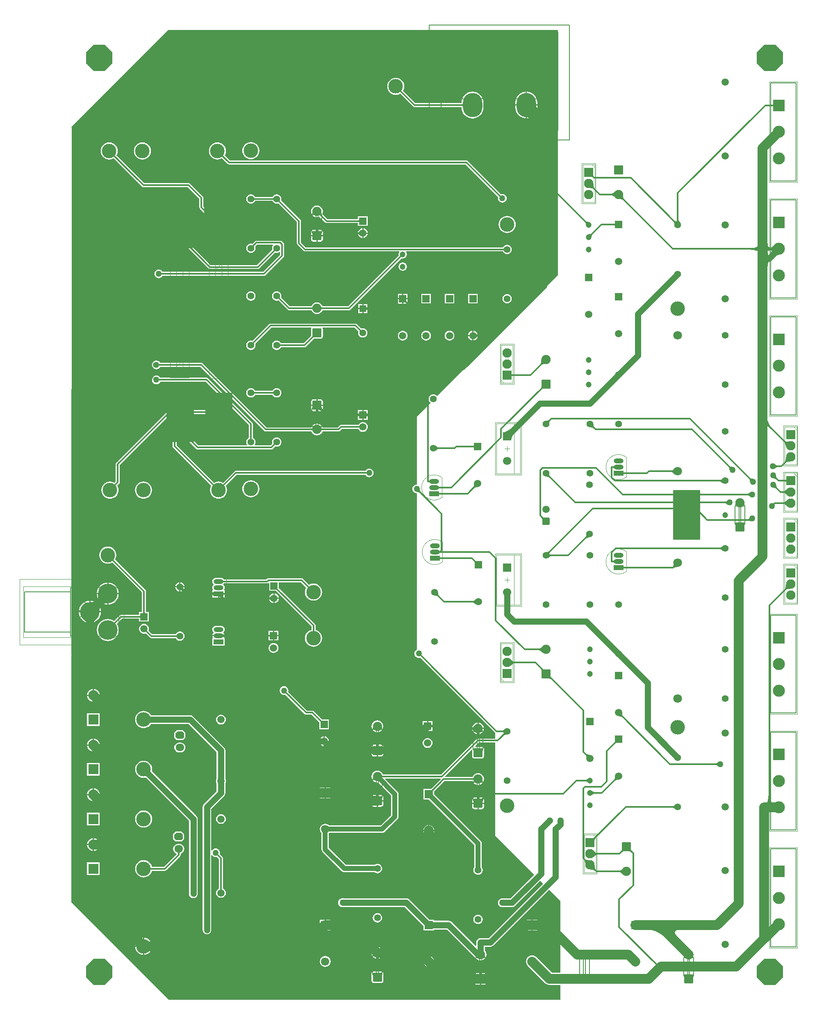
<source format=gbl>
G04*
G04 #@! TF.GenerationSoftware,Altium Limited,Altium Designer,18.0.7 (293)*
G04*
G04 Layer_Physical_Order=2*
G04 Layer_Color=16711680*
%FSLAX25Y25*%
%MOIN*%
G70*
G01*
G75*
%ADD10C,0.00500*%
%ADD11C,0.00600*%
%ADD12C,0.00787*%
%ADD14C,0.01968*%
%ADD18C,0.00394*%
%ADD24C,0.00000*%
%ADD25C,0.00781*%
%ADD26C,0.00300*%
%ADD27C,0.00197*%
%ADD67C,0.07874*%
%ADD68C,0.01181*%
%ADD69C,0.05000*%
%ADD70C,0.03937*%
%ADD71C,0.05512*%
%ADD72C,0.06693*%
%ADD73R,0.06693X0.06693*%
%ADD74C,0.07500*%
G04:AMPARAMS|DCode=75|XSize=75mil|YSize=75mil|CornerRadius=9.38mil|HoleSize=0mil|Usage=FLASHONLY|Rotation=90.000|XOffset=0mil|YOffset=0mil|HoleType=Round|Shape=RoundedRectangle|*
%AMROUNDEDRECTD75*
21,1,0.07500,0.05625,0,0,90.0*
21,1,0.05625,0.07500,0,0,90.0*
1,1,0.01875,0.02813,0.02813*
1,1,0.01875,0.02813,-0.02813*
1,1,0.01875,-0.02813,-0.02813*
1,1,0.01875,-0.02813,0.02813*
%
%ADD75ROUNDEDRECTD75*%
%ADD76C,0.11811*%
%ADD77C,0.04724*%
%ADD78R,0.05200X0.05200*%
%ADD79C,0.05200*%
%ADD80C,0.05906*%
%ADD81C,0.07087*%
%ADD82C,0.07677*%
%ADD83R,0.07677X0.07677*%
%ADD84O,0.07874X0.03937*%
%ADD85R,0.07874X0.03937*%
%ADD86R,0.09803X0.09803*%
%ADD87C,0.09803*%
%ADD88O,0.07000X0.06000*%
G04:AMPARAMS|DCode=89|XSize=60mil|YSize=70mil|CornerRadius=0mil|HoleSize=0mil|Usage=FLASHONLY|Rotation=90.000|XOffset=0mil|YOffset=0mil|HoleType=Round|Shape=Octagon|*
%AMOCTAGOND89*
4,1,8,-0.03500,-0.01500,-0.03500,0.01500,-0.02000,0.03000,0.02000,0.03000,0.03500,0.01500,0.03500,-0.01500,0.02000,-0.03000,-0.02000,-0.03000,-0.03500,-0.01500,0.0*
%
%ADD89OCTAGOND89*%

%ADD90C,0.15902*%
%ADD91R,0.05906X0.05906*%
%ADD92R,0.06693X0.06693*%
G04:AMPARAMS|DCode=93|XSize=59.06mil|YSize=59.06mil|CornerRadius=7.38mil|HoleSize=0mil|Usage=FLASHONLY|Rotation=90.000|XOffset=0mil|YOffset=0mil|HoleType=Round|Shape=RoundedRectangle|*
%AMROUNDEDRECTD93*
21,1,0.05906,0.04429,0,0,90.0*
21,1,0.04429,0.05906,0,0,90.0*
1,1,0.01476,0.02215,0.02215*
1,1,0.01476,0.02215,-0.02215*
1,1,0.01476,-0.02215,-0.02215*
1,1,0.01476,-0.02215,0.02215*
%
%ADD93ROUNDEDRECTD93*%
%ADD94R,0.05512X0.05512*%
%ADD95O,0.15748X0.19685*%
%ADD96R,0.08268X0.08268*%
%ADD97C,0.08268*%
%ADD98P,0.23438X8X22.5*%
%ADD99C,0.05000*%
%ADD100C,0.01200*%
G36*
X570319Y725000D02*
X570307Y725112D01*
X570271Y725212D01*
X570212Y725301D01*
X570128Y725378D01*
X570021Y725443D01*
X569890Y725496D01*
X569735Y725537D01*
X569556Y725567D01*
X569353Y725585D01*
X569126Y725590D01*
Y726772D01*
X569353Y726778D01*
X569556Y726795D01*
X569735Y726825D01*
X569890Y726866D01*
X570021Y726919D01*
X570128Y726984D01*
X570212Y727061D01*
X570271Y727149D01*
X570307Y727250D01*
X570319Y727362D01*
Y725000D01*
D02*
G37*
G36*
X424475Y669302D02*
X424477Y669244D01*
X424502Y669170D01*
X424551Y669079D01*
X424623Y668971D01*
X424718Y668846D01*
X424978Y668547D01*
X425331Y668181D01*
X424496Y667346D01*
X424304Y667534D01*
X423706Y668054D01*
X423598Y668126D01*
X423507Y668175D01*
X423432Y668200D01*
X423375Y668202D01*
X423334Y668181D01*
X424496Y669343D01*
X424475Y669302D01*
D02*
G37*
G36*
X424511Y662387D02*
X424575Y661374D01*
X424636Y660928D01*
X424715Y660522D01*
X424814Y660157D01*
X424931Y659832D01*
X425068Y659547D01*
X425223Y659303D01*
X425397Y659099D01*
X424562Y658264D01*
X424358Y658438D01*
X424114Y658593D01*
X423829Y658730D01*
X423504Y658847D01*
X423139Y658946D01*
X422733Y659025D01*
X422287Y659086D01*
X421275Y659150D01*
X420708Y659153D01*
X424508Y662953D01*
X424511Y662387D01*
D02*
G37*
G36*
X442204Y651351D02*
X441812Y651738D01*
X441072Y652389D01*
X440723Y652653D01*
X440388Y652877D01*
X440067Y653060D01*
X439761Y653202D01*
X439469Y653304D01*
X439192Y653365D01*
X438929Y653386D01*
Y654567D01*
X439192Y654587D01*
X439469Y654648D01*
X439761Y654750D01*
X440067Y654892D01*
X440388Y655075D01*
X440723Y655299D01*
X441072Y655564D01*
X441812Y656215D01*
X442204Y656601D01*
Y651351D01*
D02*
G37*
G36*
X448635Y653388D02*
X448699Y652404D01*
X448758Y651971D01*
X448837Y651576D01*
X448934Y651220D01*
X449050Y650903D01*
X449184Y650624D01*
X449337Y650385D01*
X449509Y650184D01*
X448674Y649349D01*
X448473Y649521D01*
X448234Y649674D01*
X447955Y649809D01*
X447638Y649924D01*
X447282Y650021D01*
X446887Y650100D01*
X446454Y650159D01*
X445470Y650223D01*
X444919Y650226D01*
X448632Y653939D01*
X448635Y653388D01*
D02*
G37*
G36*
X493714Y633461D02*
X493754Y633240D01*
X493821Y633015D01*
X493915Y632784D01*
X494035Y632549D01*
X494183Y632309D01*
X494357Y632064D01*
X494557Y631814D01*
X495039Y631299D01*
X492295D01*
X490354Y629358D01*
X490350Y629722D01*
X490296Y630382D01*
X490246Y630678D01*
X490180Y630952D01*
X490099Y631204D01*
X490002Y631433D01*
X489890Y631640D01*
X489763Y631824D01*
X489620Y631986D01*
X490455Y632821D01*
X490617Y632678D01*
X490801Y632550D01*
X491008Y632438D01*
X491237Y632342D01*
X491489Y632261D01*
X491763Y632195D01*
X491936Y632165D01*
X492038Y632309D01*
X492185Y632549D01*
X492306Y632784D01*
X492399Y633015D01*
X492466Y633240D01*
X492506Y633461D01*
X492520Y633676D01*
X493701D01*
X493714Y633461D01*
D02*
G37*
G36*
X418613Y632237D02*
X418775Y632120D01*
X418953Y632017D01*
X419147Y631929D01*
X419357Y631854D01*
X419583Y631794D01*
X419824Y631747D01*
X420082Y631715D01*
X420356Y631697D01*
X420646Y631693D01*
X418307Y629354D01*
X418303Y629644D01*
X418253Y630176D01*
X418206Y630417D01*
X418146Y630643D01*
X418071Y630853D01*
X417983Y631047D01*
X417880Y631225D01*
X417763Y631387D01*
X417632Y631533D01*
X418467Y632368D01*
X418613Y632237D01*
D02*
G37*
G36*
X441953Y628346D02*
X441941Y628459D01*
X441905Y628559D01*
X441846Y628648D01*
X441762Y628724D01*
X441655Y628789D01*
X441524Y628843D01*
X441368Y628884D01*
X441189Y628913D01*
X440987Y628931D01*
X440760Y628937D01*
Y630118D01*
X440987Y630124D01*
X441189Y630142D01*
X441368Y630171D01*
X441524Y630213D01*
X441655Y630266D01*
X441762Y630331D01*
X441846Y630407D01*
X441905Y630496D01*
X441941Y630596D01*
X441953Y630709D01*
Y628346D01*
D02*
G37*
G36*
X423706Y621533D02*
X423575Y621387D01*
X423458Y621225D01*
X423356Y621047D01*
X423267Y620853D01*
X423193Y620643D01*
X423132Y620417D01*
X423086Y620176D01*
X423054Y619918D01*
X423035Y619644D01*
X423031Y619354D01*
X420693Y621693D01*
X420983Y621697D01*
X421514Y621747D01*
X421756Y621794D01*
X421982Y621854D01*
X422191Y621929D01*
X422385Y622017D01*
X422563Y622120D01*
X422725Y622237D01*
X422871Y622368D01*
X423706Y621533D01*
D02*
G37*
G36*
X566091Y615374D02*
X566232Y613169D01*
X566339Y612303D01*
X566469Y611594D01*
X566504Y611467D01*
X566620Y611410D01*
X567381Y611125D01*
X568233Y610883D01*
X568773Y610771D01*
X568810Y610789D01*
X569228Y611045D01*
X569671Y611357D01*
X570139Y611726D01*
X571152Y612635D01*
X571696Y613175D01*
Y610695D01*
X571958Y610759D01*
X572425Y610912D01*
X572826Y611089D01*
X573161Y611289D01*
X573430Y611513D01*
Y610342D01*
X573873Y610335D01*
Y609153D01*
X573430Y609146D01*
Y607975D01*
X573161Y608199D01*
X572826Y608399D01*
X572425Y608576D01*
X571958Y608729D01*
X571696Y608793D01*
Y608294D01*
X575148Y604843D01*
X574881Y604826D01*
X574601Y604770D01*
X574308Y604675D01*
X574003Y604541D01*
X573685Y604367D01*
X573354Y604155D01*
X573011Y603904D01*
X572286Y603284D01*
X571904Y602915D01*
X570753Y604066D01*
X570715Y604010D01*
X570429Y603541D01*
X570207Y603103D01*
X570049Y602694D01*
X569953Y602316D01*
X569921Y601967D01*
X567421Y604467D01*
Y601969D01*
X567839Y601551D01*
X567593Y601269D01*
X567421Y601018D01*
Y599470D01*
X567423Y599469D01*
X567421Y599468D01*
X567160Y599390D01*
X566925Y599154D01*
X566719Y598760D01*
X566539Y598209D01*
X566388Y597500D01*
X566057Y593091D01*
X566043Y591595D01*
X562121Y596763D01*
X561751Y597133D01*
X561801Y597184D01*
X558169Y601969D01*
X564889Y608604D01*
Y609796D01*
X562106Y609153D01*
X559324Y609796D01*
Y606958D01*
X558839Y607375D01*
X558262Y607749D01*
X557593Y608078D01*
X556832Y608363D01*
X555979Y608605D01*
X555035Y608802D01*
X553999Y608956D01*
X551651Y609131D01*
X550340Y609153D01*
Y610335D01*
X551651Y610357D01*
X553999Y610532D01*
X555035Y610686D01*
X555979Y610883D01*
X556832Y611125D01*
X557593Y611410D01*
X557709Y611467D01*
X557744Y611594D01*
X557874Y612303D01*
X558158Y616713D01*
X558169Y618209D01*
X566043D01*
X566091Y615374D01*
D02*
G37*
G36*
X385789Y516191D02*
X385239Y516187D01*
X384255Y516124D01*
X383821Y516065D01*
X383426Y515986D01*
X383070Y515889D01*
X382753Y515773D01*
X382475Y515639D01*
X382235Y515486D01*
X382035Y515314D01*
X381200Y516149D01*
X381371Y516350D01*
X381525Y516589D01*
X381659Y516867D01*
X381775Y517184D01*
X381872Y517541D01*
X381950Y517935D01*
X382010Y518369D01*
X382073Y519353D01*
X382077Y519904D01*
X385789Y516191D01*
D02*
G37*
G36*
X358157Y508313D02*
X358193Y508213D01*
X358253Y508124D01*
X358336Y508047D01*
X358444Y507982D01*
X358575Y507929D01*
X358730Y507888D01*
X358909Y507858D01*
X359112Y507840D01*
X359338Y507835D01*
Y506653D01*
X359112Y506647D01*
X358909Y506630D01*
X358730Y506600D01*
X358575Y506559D01*
X358444Y506506D01*
X358336Y506441D01*
X358253Y506364D01*
X358193Y506276D01*
X358157Y506175D01*
X358145Y506063D01*
Y508425D01*
X358157Y508313D01*
D02*
G37*
G36*
X383741Y496197D02*
X383650Y496263D01*
X383543Y496295D01*
X383419Y496295D01*
X383279Y496262D01*
X383122Y496195D01*
X382949Y496096D01*
X382758Y495963D01*
X382552Y495798D01*
X382089Y495368D01*
X381254Y496203D01*
X381485Y496443D01*
X381849Y496873D01*
X381982Y497063D01*
X382081Y497236D01*
X382148Y497393D01*
X382181Y497534D01*
X382181Y497657D01*
X382149Y497765D01*
X382083Y497855D01*
X383741Y496197D01*
D02*
G37*
G36*
X223228Y787402D02*
X352758Y787402D01*
X395650Y787402D01*
Y588366D01*
X297644Y490361D01*
X297146Y490393D01*
X297069Y490494D01*
X296284Y491096D01*
X295370Y491474D01*
X294390Y491603D01*
X293409Y491474D01*
X292496Y491096D01*
X291711Y490494D01*
X291109Y489709D01*
X290731Y488796D01*
X290601Y487815D01*
X290731Y486834D01*
X291109Y485921D01*
X291711Y485136D01*
X291811Y485059D01*
X291844Y484560D01*
X280800Y473516D01*
Y418330D01*
X279886Y418210D01*
X279035Y417857D01*
X278304Y417296D01*
X277743Y416565D01*
X277390Y415714D01*
X277270Y414800D01*
X277390Y413886D01*
X277743Y413035D01*
X278304Y412304D01*
X279035Y411743D01*
X279886Y411390D01*
X280800Y411270D01*
Y284184D01*
X280735Y284157D01*
X280004Y283596D01*
X279443Y282865D01*
X279090Y282014D01*
X278970Y281100D01*
X279090Y280186D01*
X279156Y280028D01*
X278822Y279528D01*
X279363D01*
X279443Y279335D01*
X280004Y278604D01*
X280735Y278043D01*
X281586Y277690D01*
X282500Y277570D01*
X283414Y277690D01*
X283557Y277749D01*
X344500Y216806D01*
X344655Y216703D01*
Y212022D01*
X330600D01*
X329979Y211898D01*
X329453Y211547D01*
X300631Y182724D01*
X253288D01*
X252967Y183498D01*
X252206Y184490D01*
X251214Y185251D01*
X250058Y185730D01*
X248818Y185893D01*
X247578Y185730D01*
X246423Y185251D01*
X245430Y184490D01*
X244669Y183498D01*
X244191Y182342D01*
X244027Y181102D01*
X244191Y179862D01*
X244669Y178707D01*
X245430Y177715D01*
X246423Y176953D01*
X247578Y176475D01*
X248818Y176311D01*
X249310Y176376D01*
X259999Y165687D01*
Y149915D01*
X251464Y141380D01*
X209612D01*
X209530Y141486D01*
X208622Y142182D01*
X207565Y142620D01*
X206430Y142770D01*
X205296Y142620D01*
X204238Y142182D01*
X203330Y141486D01*
X202634Y140578D01*
X202196Y139521D01*
X202046Y138386D01*
X202196Y137251D01*
X202634Y136194D01*
X203330Y135286D01*
X203436Y135205D01*
Y122008D01*
X203538Y121233D01*
X203837Y120511D01*
X204313Y119891D01*
X219896Y104308D01*
X220516Y103832D01*
X221238Y103533D01*
X222013Y103431D01*
X246551D01*
X246925Y103144D01*
X247838Y102766D01*
X248819Y102637D01*
X249799Y102766D01*
X250713Y103144D01*
X251498Y103746D01*
X252100Y104531D01*
X252478Y105445D01*
X252607Y106425D01*
X252478Y107406D01*
X252100Y108319D01*
X251498Y109104D01*
X250713Y109706D01*
X249799Y110084D01*
X248819Y110213D01*
X247838Y110084D01*
X246925Y109706D01*
X246551Y109419D01*
X223253D01*
X209424Y123248D01*
Y135205D01*
X209530Y135286D01*
X209612Y135392D01*
X252704D01*
X253479Y135494D01*
X254202Y135793D01*
X254822Y136269D01*
X265111Y146558D01*
X265586Y147178D01*
X265710Y147477D01*
X265885Y147900D01*
X265987Y148675D01*
Y166927D01*
X265885Y167702D01*
X265710Y168125D01*
X265586Y168424D01*
X265111Y169044D01*
X255136Y179019D01*
X255328Y179481D01*
X300134D01*
X300326Y179019D01*
X292623Y171317D01*
X286238D01*
Y162624D01*
X290696D01*
X327715Y125605D01*
Y107509D01*
X327428Y107136D01*
X327049Y106222D01*
X326920Y105241D01*
X327049Y104261D01*
X327428Y103347D01*
X328030Y102563D01*
X328814Y101961D01*
X329728Y101582D01*
X330709Y101453D01*
X331689Y101582D01*
X332603Y101961D01*
X333387Y102563D01*
X333989Y103347D01*
X334368Y104261D01*
X334497Y105241D01*
X334368Y106222D01*
X333989Y107136D01*
X333703Y107509D01*
Y126845D01*
X333601Y127620D01*
X333302Y128342D01*
X332826Y128962D01*
X294931Y166858D01*
Y169009D01*
X303424Y177503D01*
X326243D01*
X326559Y176739D01*
X327321Y175746D01*
X328313Y174985D01*
X329469Y174506D01*
X330709Y174343D01*
X331949Y174506D01*
X333104Y174985D01*
X334096Y175746D01*
X334858Y176739D01*
X335336Y177894D01*
X335500Y179134D01*
X335336Y180374D01*
X334858Y181529D01*
X334096Y182522D01*
X333104Y183283D01*
X331949Y183762D01*
X330709Y183925D01*
X329469Y183762D01*
X328313Y183283D01*
X327321Y182522D01*
X326559Y181529D01*
X326243Y180765D01*
X303912D01*
X303721Y181227D01*
X325421Y202927D01*
X325921Y202720D01*
Y197740D01*
X326071Y196984D01*
X326499Y196343D01*
X327140Y195915D01*
X327896Y195765D01*
X333521D01*
X334277Y195915D01*
X334918Y196343D01*
X335346Y196984D01*
X335497Y197740D01*
Y203365D01*
X335346Y204121D01*
X334918Y204762D01*
X334277Y205190D01*
X333521Y205341D01*
X328541D01*
X328334Y205841D01*
X331272Y208778D01*
X344655D01*
Y133189D01*
X376190Y101655D01*
X356805Y82270D01*
X350394D01*
X349480Y82150D01*
X348629Y81797D01*
X347898Y81236D01*
X347337Y80505D01*
X346984Y79654D01*
X346864Y78740D01*
X346984Y77826D01*
X347337Y76975D01*
X347898Y76244D01*
X348629Y75683D01*
X349480Y75330D01*
X350394Y75210D01*
X358268D01*
X359181Y75330D01*
X360033Y75683D01*
X360764Y76244D01*
X381182Y96662D01*
X383498Y94346D01*
X339127Y49975D01*
X332677D01*
X331763Y49855D01*
X330912Y49502D01*
X330181Y48941D01*
X329620Y48210D01*
X329267Y47359D01*
X329147Y46445D01*
Y43772D01*
X328685Y43581D01*
X309230Y63035D01*
X308499Y63596D01*
X307648Y63949D01*
X306734Y64069D01*
X294931D01*
Y64886D01*
X291230D01*
X274879Y81236D01*
X274148Y81797D01*
X273297Y82150D01*
X272383Y82270D01*
X221476D01*
X221386Y82307D01*
X220472Y82428D01*
X219559Y82307D01*
X218707Y81955D01*
X217976Y81394D01*
X217415Y80663D01*
X217062Y79811D01*
X216942Y78898D01*
X216953Y78819D01*
X216942Y78740D01*
X217062Y77826D01*
X217415Y76975D01*
X217976Y76244D01*
X218707Y75683D01*
X219559Y75330D01*
X220472Y75210D01*
X270921D01*
X286238Y59893D01*
Y56193D01*
X294931D01*
Y57009D01*
X305272D01*
X328212Y34068D01*
X328943Y33507D01*
X329079Y33451D01*
X329289Y33177D01*
X330282Y32415D01*
X331437Y31937D01*
X332677Y31773D01*
X333917Y31937D01*
X335073Y32415D01*
X336065Y33177D01*
X336826Y34169D01*
X337305Y35324D01*
X337468Y36564D01*
X337305Y37804D01*
X336826Y38960D01*
X336207Y39766D01*
Y42915D01*
X340589D01*
X341503Y43035D01*
X342354Y43388D01*
X343086Y43949D01*
X388490Y89354D01*
X397638Y80206D01*
Y21859D01*
X390813D01*
X378139Y34533D01*
X377108Y35324D01*
X375907Y35822D01*
X374618Y35991D01*
X373329Y35822D01*
X372128Y35324D01*
X371097Y34533D01*
X370306Y33502D01*
X369808Y32301D01*
X369638Y31012D01*
X369808Y29723D01*
X370306Y28522D01*
X371097Y27491D01*
X385229Y13358D01*
X385229Y13358D01*
X386261Y12567D01*
X387462Y12070D01*
X388751Y11900D01*
X397638D01*
Y0D01*
X79134D01*
X78740Y256D01*
X78740Y413D01*
X256Y78898D01*
X0Y79334D01*
Y279272D01*
X256Y279528D01*
X354D01*
X0Y279881D01*
X256Y708406D01*
X0Y708661D01*
X78740Y787402D01*
X223228Y787402D01*
D02*
G37*
G36*
X389317Y470135D02*
X389174Y469974D01*
X389047Y469789D01*
X388935Y469583D01*
X388838Y469353D01*
X388757Y469102D01*
X388691Y468828D01*
X388641Y468532D01*
X388606Y468213D01*
X388583Y467508D01*
X385854Y470236D01*
X386218Y470240D01*
X386878Y470294D01*
X387174Y470345D01*
X387448Y470410D01*
X387700Y470492D01*
X387929Y470588D01*
X388136Y470700D01*
X388320Y470828D01*
X388482Y470971D01*
X389317Y470135D01*
D02*
G37*
G36*
X424512Y467089D02*
X424566Y466429D01*
X424616Y466133D01*
X424682Y465859D01*
X424763Y465607D01*
X424860Y465378D01*
X424972Y465171D01*
X425099Y464987D01*
X425242Y464825D01*
X424407Y463990D01*
X424245Y464133D01*
X424061Y464260D01*
X423854Y464373D01*
X423625Y464469D01*
X423374Y464550D01*
X423100Y464616D01*
X422803Y464666D01*
X422484Y464701D01*
X421780Y464725D01*
X424508Y467453D01*
X424512Y467089D01*
D02*
G37*
G36*
X566092Y470486D02*
X566236Y469814D01*
X566476Y469108D01*
X566813Y468369D01*
X567245Y467595D01*
X567773Y466788D01*
X568397Y465946D01*
X569932Y464162D01*
X570844Y463219D01*
X570009Y462384D01*
X569066Y463296D01*
X567282Y464832D01*
X566441Y465456D01*
X565633Y465984D01*
X564860Y466416D01*
X564120Y466752D01*
X563414Y466992D01*
X562742Y467137D01*
X562104Y467185D01*
X566043Y471125D01*
X566092Y470486D01*
D02*
G37*
G36*
X361201Y460815D02*
X360529Y460112D01*
X359398Y458730D01*
X358938Y458051D01*
X358549Y457380D01*
X358231Y456717D01*
X357983Y456062D01*
X357807Y455415D01*
X357701Y454777D01*
X357665Y454146D01*
X350996Y460815D01*
X351627Y460850D01*
X352266Y460956D01*
X352913Y461133D01*
X353567Y461380D01*
X354230Y461699D01*
X354901Y462088D01*
X355580Y462547D01*
X356267Y463078D01*
X356962Y463679D01*
X357665Y464350D01*
X361201Y460815D01*
D02*
G37*
G36*
X580427Y453669D02*
X580682Y453511D01*
X580966Y453389D01*
X581280Y453301D01*
X581624Y453248D01*
X581998Y453230D01*
X582402Y453247D01*
X582835Y453298D01*
X583299Y453385D01*
X583792Y453506D01*
X581081Y448866D01*
X580918Y449494D01*
X580149Y451853D01*
X580004Y452169D01*
X579863Y452432D01*
X579725Y452644D01*
X579590Y452804D01*
X580202Y453861D01*
X580427Y453669D01*
D02*
G37*
G36*
X327485Y447933D02*
X327473Y448045D01*
X327437Y448146D01*
X327377Y448234D01*
X327294Y448311D01*
X327186Y448376D01*
X327055Y448429D01*
X326900Y448470D01*
X326721Y448500D01*
X326518Y448518D01*
X326292Y448524D01*
Y449705D01*
X326518Y449711D01*
X326721Y449728D01*
X326900Y449758D01*
X327055Y449799D01*
X327186Y449852D01*
X327294Y449917D01*
X327377Y449994D01*
X327437Y450083D01*
X327473Y450183D01*
X327485Y450295D01*
Y447933D01*
D02*
G37*
G36*
X296618Y449490D02*
X297123Y449061D01*
X297368Y448887D01*
X297608Y448740D01*
X297844Y448620D01*
X298074Y448526D01*
X298299Y448459D01*
X298520Y448419D01*
X298735Y448406D01*
Y447224D01*
X298520Y447211D01*
X298299Y447171D01*
X298074Y447104D01*
X297844Y447010D01*
X297608Y446890D01*
X297368Y446743D01*
X297123Y446568D01*
X296873Y446368D01*
X296358Y445886D01*
Y449744D01*
X296618Y449490D01*
D02*
G37*
G36*
X584765Y436949D02*
X584198Y436945D01*
X583185Y436881D01*
X582739Y436821D01*
X582333Y436741D01*
X581968Y436643D01*
X581643Y436525D01*
X581358Y436389D01*
X581114Y436234D01*
X580910Y436059D01*
X580075Y436894D01*
X580249Y437098D01*
X580405Y437343D01*
X580541Y437627D01*
X580659Y437952D01*
X580757Y438318D01*
X580836Y438723D01*
X580897Y439169D01*
X580961Y440182D01*
X580965Y440749D01*
X584765Y436949D01*
D02*
G37*
G36*
X572411Y434730D02*
X572856Y434359D01*
X573074Y434208D01*
X573290Y434080D01*
X573503Y433976D01*
X573713Y433895D01*
X573921Y433837D01*
X574126Y433802D01*
X574329Y433790D01*
Y432610D01*
X574126Y432598D01*
X573921Y432563D01*
X573713Y432505D01*
X573503Y432424D01*
X573290Y432320D01*
X573074Y432192D01*
X572856Y432041D01*
X572635Y431867D01*
X572411Y431670D01*
X572185Y431450D01*
Y434950D01*
X572411Y434730D01*
D02*
G37*
G36*
X441363Y431307D02*
X441348Y431417D01*
X441303Y431517D01*
X441228Y431604D01*
X441122Y431680D01*
X440987Y431744D01*
X440822Y431797D01*
X440626Y431837D01*
X440401Y431867D01*
X440145Y431884D01*
X439859Y431890D01*
Y433071D01*
X440145Y433077D01*
X440626Y433123D01*
X440822Y433164D01*
X440987Y433217D01*
X441122Y433281D01*
X441228Y433357D01*
X441303Y433444D01*
X441348Y433543D01*
X441363Y433654D01*
Y431307D01*
D02*
G37*
G36*
X535328Y433323D02*
X535498Y433203D01*
X535686Y433097D01*
X535892Y433005D01*
X536117Y432928D01*
X536360Y432866D01*
X536621Y432818D01*
X536900Y432785D01*
X537197Y432766D01*
X537513Y432762D01*
X535038Y430287D01*
X535034Y430603D01*
X534982Y431180D01*
X534934Y431440D01*
X534872Y431683D01*
X534795Y431908D01*
X534703Y432114D01*
X534597Y432302D01*
X534477Y432472D01*
X534342Y432623D01*
X535177Y433458D01*
X535328Y433323D01*
D02*
G37*
G36*
X490580Y426653D02*
X490215Y427012D01*
X489524Y427617D01*
X489196Y427863D01*
X488881Y428071D01*
X488579Y428241D01*
X488288Y428373D01*
X488010Y428468D01*
X487744Y428524D01*
X487491Y428543D01*
Y429724D01*
X487744Y429743D01*
X488010Y429800D01*
X488288Y429894D01*
X488579Y430027D01*
X488881Y430197D01*
X489196Y430405D01*
X489524Y430650D01*
X490215Y431255D01*
X490580Y431614D01*
Y426653D01*
D02*
G37*
G36*
X448807Y428549D02*
X448842Y428449D01*
X448902Y428360D01*
X448986Y428284D01*
X449093Y428219D01*
X449224Y428165D01*
X449379Y428124D01*
X449558Y428095D01*
X449761Y428077D01*
X449988Y428071D01*
Y426890D01*
X449761Y426884D01*
X449558Y426866D01*
X449379Y426837D01*
X449224Y426795D01*
X449093Y426742D01*
X448986Y426677D01*
X448902Y426601D01*
X448842Y426512D01*
X448807Y426411D01*
X448795Y426299D01*
Y428661D01*
X448807Y428549D01*
D02*
G37*
G36*
X388586Y427089D02*
X388641Y426429D01*
X388691Y426133D01*
X388757Y425859D01*
X388838Y425607D01*
X388935Y425378D01*
X389047Y425171D01*
X389174Y424987D01*
X389317Y424825D01*
X388482Y423990D01*
X388320Y424133D01*
X388136Y424261D01*
X387929Y424373D01*
X387700Y424469D01*
X387448Y424550D01*
X387174Y424616D01*
X386878Y424666D01*
X386559Y424701D01*
X385854Y424725D01*
X388583Y427453D01*
X388586Y427089D01*
D02*
G37*
G36*
X573104Y425359D02*
X573156Y424783D01*
X573204Y424522D01*
X573266Y424279D01*
X573343Y424055D01*
X573434Y423849D01*
X573540Y423661D01*
X573661Y423491D01*
X573796Y423339D01*
X572961Y422504D01*
X572809Y422639D01*
X572639Y422760D01*
X572451Y422866D01*
X572245Y422957D01*
X572021Y423034D01*
X571778Y423097D01*
X571517Y423144D01*
X571238Y423177D01*
X570941Y423196D01*
X570625Y423200D01*
X573100Y425675D01*
X573104Y425359D01*
D02*
G37*
G36*
X551991Y423661D02*
X552161Y423540D01*
X552349Y423434D01*
X552555Y423343D01*
X552779Y423266D01*
X553022Y423204D01*
X553283Y423156D01*
X553562Y423123D01*
X553859Y423104D01*
X554175Y423100D01*
X551700Y420625D01*
X551696Y420941D01*
X551644Y421517D01*
X551596Y421778D01*
X551534Y422021D01*
X551457Y422245D01*
X551366Y422451D01*
X551260Y422639D01*
X551139Y422809D01*
X551004Y422961D01*
X551839Y423796D01*
X551991Y423661D01*
D02*
G37*
G36*
X580989Y420184D02*
X580977Y420296D01*
X580941Y420396D01*
X580881Y420485D01*
X580798Y420562D01*
X580690Y420627D01*
X580559Y420680D01*
X580404Y420721D01*
X580225Y420751D01*
X580022Y420768D01*
X579796Y420774D01*
Y421955D01*
X580022Y421961D01*
X580225Y421979D01*
X580404Y422009D01*
X580559Y422050D01*
X580690Y422103D01*
X580798Y422168D01*
X580881Y422245D01*
X580941Y422333D01*
X580977Y422434D01*
X580989Y422546D01*
Y420184D01*
D02*
G37*
G36*
X291352Y419914D02*
X291339Y419997D01*
X291298Y420072D01*
X291231Y420138D01*
X291136Y420196D01*
X291014Y420244D01*
X290865Y420284D01*
X290690Y420315D01*
X290487Y420337D01*
X290000Y420354D01*
Y421535D01*
X290257Y421540D01*
X290690Y421575D01*
X290865Y421606D01*
X291014Y421645D01*
X291136Y421694D01*
X291231Y421751D01*
X291298Y421817D01*
X291339Y421892D01*
X291352Y421976D01*
Y419914D01*
D02*
G37*
G36*
X529528Y419436D02*
X529268Y419690D01*
X528763Y420118D01*
X528517Y420292D01*
X528277Y420440D01*
X528042Y420560D01*
X527812Y420654D01*
X527586Y420721D01*
X527366Y420761D01*
X527150Y420774D01*
Y421955D01*
X527366Y421969D01*
X527586Y422009D01*
X527812Y422076D01*
X528042Y422169D01*
X528277Y422290D01*
X528517Y422437D01*
X528763Y422611D01*
X529013Y422812D01*
X529528Y423294D01*
Y419436D01*
D02*
G37*
G36*
X330384Y416162D02*
X329983Y416158D01*
X329259Y416102D01*
X328935Y416049D01*
X328637Y415981D01*
X328365Y415897D01*
X328118Y415796D01*
X327898Y415680D01*
X327702Y415547D01*
X327533Y415398D01*
X326697Y416233D01*
X326846Y416403D01*
X326979Y416598D01*
X327095Y416819D01*
X327196Y417066D01*
X327280Y417338D01*
X327349Y417636D01*
X327401Y417960D01*
X327437Y418309D01*
X327461Y419085D01*
X330384Y416162D01*
D02*
G37*
G36*
X573255Y417759D02*
X573307Y417183D01*
X573354Y416922D01*
X573417Y416679D01*
X573494Y416455D01*
X573585Y416249D01*
X573691Y416061D01*
X573812Y415891D01*
X573947Y415739D01*
X573112Y414904D01*
X572960Y415039D01*
X572790Y415160D01*
X572602Y415266D01*
X572396Y415357D01*
X572172Y415434D01*
X571929Y415496D01*
X571668Y415544D01*
X571389Y415578D01*
X571092Y415596D01*
X570776Y415600D01*
X573251Y418075D01*
X573255Y417759D01*
D02*
G37*
G36*
X298514Y417008D02*
X298559Y416909D01*
X298635Y416821D01*
X298740Y416745D01*
X298875Y416681D01*
X299041Y416629D01*
X299236Y416588D01*
X299462Y416559D01*
X299717Y416541D01*
X300003Y416535D01*
Y415354D01*
X299717Y415348D01*
X299236Y415302D01*
X299041Y415261D01*
X298875Y415208D01*
X298740Y415144D01*
X298635Y415068D01*
X298559Y414981D01*
X298514Y414882D01*
X298499Y414771D01*
Y417119D01*
X298514Y417008D01*
D02*
G37*
G36*
X283304Y414459D02*
X283356Y413883D01*
X283403Y413622D01*
X283466Y413379D01*
X283543Y413155D01*
X283634Y412949D01*
X283740Y412761D01*
X283861Y412591D01*
X283996Y412439D01*
X283161Y411604D01*
X283009Y411739D01*
X282839Y411860D01*
X282651Y411966D01*
X282445Y412057D01*
X282221Y412134D01*
X281978Y412196D01*
X281717Y412244D01*
X281438Y412278D01*
X281141Y412296D01*
X280825Y412300D01*
X283300Y414775D01*
X283304Y414459D01*
D02*
G37*
G36*
X298905Y412014D02*
X298941Y411913D01*
X299001Y411825D01*
X299084Y411748D01*
X299192Y411683D01*
X299323Y411630D01*
X299478Y411588D01*
X299657Y411559D01*
X299860Y411541D01*
X300086Y411535D01*
Y410354D01*
X299860Y410348D01*
X299657Y410331D01*
X299478Y410301D01*
X299323Y410260D01*
X299192Y410207D01*
X299084Y410142D01*
X299001Y410065D01*
X298941Y409976D01*
X298905Y409876D01*
X298893Y409764D01*
Y412126D01*
X298905Y412014D01*
D02*
G37*
G36*
X582062Y409662D02*
X581659Y410060D01*
X580897Y410731D01*
X580539Y411004D01*
X580196Y411234D01*
X579868Y411423D01*
X579555Y411570D01*
X579257Y411675D01*
X578975Y411737D01*
X578707Y411758D01*
Y412940D01*
X578975Y412960D01*
X579257Y413023D01*
X579555Y413128D01*
X579868Y413275D01*
X580196Y413464D01*
X580539Y413694D01*
X580897Y413967D01*
X581659Y414638D01*
X582062Y415036D01*
Y409662D01*
D02*
G37*
G36*
X551715Y408550D02*
X551489Y408770D01*
X551044Y409141D01*
X550826Y409292D01*
X550610Y409420D01*
X550397Y409524D01*
X550187Y409605D01*
X549979Y409663D01*
X549774Y409698D01*
X549571Y409710D01*
Y410890D01*
X549774Y410902D01*
X549979Y410937D01*
X550187Y410995D01*
X550397Y411076D01*
X550610Y411180D01*
X550826Y411308D01*
X551044Y411459D01*
X551265Y411633D01*
X551489Y411830D01*
X551715Y412050D01*
Y408550D01*
D02*
G37*
G36*
X572451Y402916D02*
X572326Y402783D01*
X572217Y402653D01*
X572126Y402526D01*
X572052Y402402D01*
X571994Y402280D01*
X571954Y402161D01*
X571931Y402044D01*
X571925Y401931D01*
X571937Y401820D01*
X571965Y401712D01*
X570411Y403265D01*
X570520Y403236D01*
X570631Y403225D01*
X570744Y403231D01*
X570861Y403254D01*
X570980Y403295D01*
X571102Y403352D01*
X571226Y403426D01*
X571353Y403517D01*
X571483Y403626D01*
X571616Y403751D01*
X572451Y402916D01*
D02*
G37*
G36*
X533648Y401952D02*
X533422Y402173D01*
X532977Y402544D01*
X532759Y402695D01*
X532544Y402822D01*
X532330Y402926D01*
X532120Y403008D01*
X531912Y403065D01*
X531707Y403100D01*
X531504Y403112D01*
Y404293D01*
X531707Y404305D01*
X531912Y404339D01*
X532120Y404397D01*
X532330Y404479D01*
X532544Y404583D01*
X532759Y404710D01*
X532977Y404861D01*
X533198Y405035D01*
X533422Y405232D01*
X533648Y405452D01*
Y401952D01*
D02*
G37*
G36*
X582062Y400646D02*
X581659Y401045D01*
X580897Y401716D01*
X580539Y401988D01*
X580196Y402219D01*
X579868Y402407D01*
X579555Y402554D01*
X579257Y402659D01*
X578975Y402722D01*
X578707Y402743D01*
Y403924D01*
X578975Y403945D01*
X579257Y404008D01*
X579555Y404113D01*
X579868Y404259D01*
X580196Y404448D01*
X580539Y404679D01*
X580897Y404951D01*
X581659Y405622D01*
X582062Y406020D01*
Y400646D01*
D02*
G37*
G36*
X383115Y391967D02*
X383551Y391597D01*
X383743Y391462D01*
X383919Y391361D01*
X384077Y391293D01*
X384219Y391258D01*
X384344Y391257D01*
X384451Y391289D01*
X384542Y391355D01*
X382884Y389697D01*
X382949Y389787D01*
X382982Y389895D01*
X382980Y390020D01*
X382946Y390161D01*
X382878Y390320D01*
X382776Y390495D01*
X382642Y390688D01*
X382473Y390897D01*
X382037Y391367D01*
X382872Y392202D01*
X383115Y391967D01*
D02*
G37*
G36*
X552721Y388360D02*
X552385Y388483D01*
X551004Y388906D01*
X550788Y388951D01*
X550415Y389003D01*
X550258Y389009D01*
X549652Y390191D01*
X549874Y390203D01*
X550082Y390242D01*
X550275Y390307D01*
X550454Y390398D01*
X550619Y390514D01*
X550769Y390657D01*
X550905Y390825D01*
X551026Y391020D01*
X551134Y391240D01*
X551227Y391486D01*
X552721Y388360D01*
D02*
G37*
G36*
X421331Y375374D02*
X420967Y375370D01*
X420307Y375316D01*
X420011Y375266D01*
X419737Y375200D01*
X419485Y375119D01*
X419256Y375022D01*
X419049Y374910D01*
X418865Y374783D01*
X418703Y374640D01*
X417868Y375475D01*
X418011Y375637D01*
X418138Y375821D01*
X418250Y376028D01*
X418347Y376257D01*
X418428Y376508D01*
X418494Y376782D01*
X418544Y377079D01*
X418579Y377398D01*
X418602Y378102D01*
X421331Y375374D01*
D02*
G37*
G36*
X511000Y373902D02*
X489500D01*
Y413402D01*
X511000D01*
Y373902D01*
D02*
G37*
G36*
X529528Y364528D02*
X529268Y364782D01*
X528763Y365210D01*
X528517Y365384D01*
X528277Y365531D01*
X528042Y365652D01*
X527812Y365746D01*
X527586Y365812D01*
X527366Y365853D01*
X527150Y365866D01*
Y367047D01*
X527366Y367060D01*
X527586Y367101D01*
X527812Y367168D01*
X528042Y367261D01*
X528277Y367382D01*
X528517Y367529D01*
X528763Y367703D01*
X529013Y367904D01*
X529528Y368386D01*
Y364528D01*
D02*
G37*
G36*
X301518Y364582D02*
X301437Y364490D01*
X301389Y364407D01*
X301375Y364334D01*
X301394Y364270D01*
X301447Y364216D01*
X301533Y364173D01*
X301652Y364139D01*
X301805Y364114D01*
X301991Y364099D01*
X302211Y364094D01*
X299604Y362913D01*
X298178Y364094D01*
X298411Y364103D01*
X298637Y364128D01*
X298856Y364170D01*
X299068Y364228D01*
X299273Y364303D01*
X299471Y364395D01*
X299662Y364504D01*
X299847Y364629D01*
X300024Y364771D01*
X300195Y364930D01*
X301518Y364582D01*
D02*
G37*
G36*
X389317Y363442D02*
X389174Y363281D01*
X389047Y363096D01*
X388935Y362890D01*
X388838Y362661D01*
X388757Y362409D01*
X388691Y362135D01*
X388662Y361962D01*
X388805Y361860D01*
X389045Y361713D01*
X389281Y361592D01*
X389511Y361498D01*
X389736Y361432D01*
X389957Y361391D01*
X390172Y361378D01*
Y360197D01*
X389957Y360184D01*
X389736Y360143D01*
X389511Y360076D01*
X389281Y359983D01*
X389045Y359862D01*
X388805Y359715D01*
X388560Y359541D01*
X388310Y359340D01*
X387795Y358858D01*
Y361603D01*
X385854Y363543D01*
X386218Y363547D01*
X386878Y363601D01*
X387174Y363652D01*
X387448Y363717D01*
X387700Y363799D01*
X387929Y363895D01*
X388136Y364007D01*
X388320Y364135D01*
X388482Y364278D01*
X389317Y363442D01*
D02*
G37*
G36*
X299397Y359573D02*
X299433Y359472D01*
X299493Y359384D01*
X299576Y359307D01*
X299684Y359242D01*
X299815Y359189D01*
X299970Y359148D01*
X300149Y359118D01*
X300352Y359101D01*
X300578Y359095D01*
Y357913D01*
X300352Y357908D01*
X300149Y357890D01*
X299970Y357860D01*
X299815Y357819D01*
X299684Y357766D01*
X299576Y357701D01*
X299493Y357624D01*
X299433Y357536D01*
X299397Y357435D01*
X299385Y357323D01*
Y359685D01*
X299397Y359573D01*
D02*
G37*
G36*
X441363Y354614D02*
X441348Y354724D01*
X441303Y354824D01*
X441228Y354911D01*
X441122Y354987D01*
X440987Y355051D01*
X440822Y355103D01*
X440626Y355144D01*
X440401Y355173D01*
X440145Y355191D01*
X439859Y355197D01*
Y356378D01*
X440145Y356384D01*
X440626Y356430D01*
X440822Y356471D01*
X440987Y356524D01*
X441122Y356588D01*
X441228Y356664D01*
X441303Y356751D01*
X441348Y356850D01*
X441363Y356961D01*
Y354614D01*
D02*
G37*
G36*
X328208Y356691D02*
X328644Y356321D01*
X328836Y356186D01*
X329012Y356084D01*
X329170Y356016D01*
X329312Y355982D01*
X329437Y355980D01*
X329544Y356013D01*
X329635Y356078D01*
X327977Y354420D01*
X328043Y354511D01*
X328075Y354619D01*
X328074Y354743D01*
X328039Y354885D01*
X327971Y355043D01*
X327869Y355219D01*
X327735Y355411D01*
X327566Y355621D01*
X327130Y356090D01*
X327965Y356926D01*
X328208Y356691D01*
D02*
G37*
G36*
X492913Y351187D02*
X492452Y351202D01*
X491617Y351169D01*
X491242Y351119D01*
X490896Y351049D01*
X490578Y350956D01*
X490288Y350842D01*
X490027Y350706D01*
X489795Y350549D01*
X489591Y350370D01*
X488756Y351205D01*
X488935Y351409D01*
X489092Y351642D01*
X489228Y351903D01*
X489342Y352192D01*
X489434Y352510D01*
X489505Y352856D01*
X489555Y353231D01*
X489582Y353635D01*
X489588Y354066D01*
X489572Y354527D01*
X492913Y351187D01*
D02*
G37*
G36*
X448807Y351856D02*
X448842Y351756D01*
X448902Y351667D01*
X448986Y351590D01*
X449093Y351526D01*
X449224Y351472D01*
X449379Y351431D01*
X449558Y351402D01*
X449761Y351384D01*
X449988Y351378D01*
Y350197D01*
X449761Y350191D01*
X449558Y350173D01*
X449379Y350144D01*
X449224Y350102D01*
X449093Y350049D01*
X448986Y349984D01*
X448902Y349907D01*
X448842Y349819D01*
X448807Y349718D01*
X448795Y349606D01*
Y351969D01*
X448807Y351856D01*
D02*
G37*
G36*
X584765Y333603D02*
X584198Y333599D01*
X583185Y333535D01*
X582739Y333474D01*
X582333Y333395D01*
X581968Y333296D01*
X581643Y333179D01*
X581358Y333043D01*
X581114Y332887D01*
X580910Y332713D01*
X580075Y333548D01*
X580249Y333752D01*
X580405Y333996D01*
X580541Y334281D01*
X580659Y334606D01*
X580757Y334971D01*
X580836Y335377D01*
X580897Y335823D01*
X580961Y336836D01*
X580965Y337403D01*
X584765Y333603D01*
D02*
G37*
G36*
X298134Y330436D02*
X298188Y329776D01*
X298238Y329479D01*
X298304Y329205D01*
X298385Y328954D01*
X298482Y328725D01*
X298594Y328518D01*
X298721Y328334D01*
X298864Y328172D01*
X298029Y327337D01*
X297867Y327480D01*
X297683Y327607D01*
X297476Y327719D01*
X297247Y327816D01*
X296996Y327897D01*
X296722Y327962D01*
X296425Y328013D01*
X296106Y328048D01*
X295402Y328071D01*
X298130Y330799D01*
X298134Y330436D01*
D02*
G37*
G36*
X328797Y321083D02*
X328511Y321363D01*
X327959Y321836D01*
X327693Y322028D01*
X327434Y322190D01*
X327182Y322323D01*
X326937Y322426D01*
X326698Y322500D01*
X326466Y322544D01*
X326241Y322559D01*
Y323740D01*
X326466Y323755D01*
X326698Y323799D01*
X326937Y323873D01*
X327182Y323976D01*
X327434Y324109D01*
X327693Y324272D01*
X327959Y324464D01*
X328232Y324685D01*
X328797Y325217D01*
Y321083D01*
D02*
G37*
G36*
X383149Y281784D02*
X382757Y282171D01*
X382016Y282822D01*
X381667Y283086D01*
X381333Y283310D01*
X381013Y283493D01*
X380706Y283636D01*
X380415Y283737D01*
X380137Y283799D01*
X379874Y283819D01*
Y285000D01*
X380137Y285020D01*
X380415Y285081D01*
X380706Y285183D01*
X381013Y285326D01*
X381333Y285509D01*
X381667Y285732D01*
X382016Y285997D01*
X382757Y286648D01*
X383149Y287034D01*
Y281784D01*
D02*
G37*
G36*
X357475Y276108D02*
X358237Y275437D01*
X358595Y275164D01*
X358938Y274934D01*
X359266Y274745D01*
X359579Y274598D01*
X359877Y274493D01*
X360159Y274430D01*
X360427Y274410D01*
Y273229D01*
X360159Y273207D01*
X359877Y273145D01*
X359579Y273040D01*
X359266Y272893D01*
X358938Y272704D01*
X358595Y272474D01*
X358237Y272201D01*
X357475Y271530D01*
X357072Y271132D01*
Y276506D01*
X357475Y276108D01*
D02*
G37*
G36*
X383140Y268803D02*
X383526Y268483D01*
X383706Y268361D01*
X383877Y268264D01*
X384040Y268192D01*
X384194Y268144D01*
X384340Y268122D01*
X384476Y268125D01*
X384605Y268154D01*
X382105Y267334D01*
X382211Y267385D01*
X382281Y267455D01*
X382314Y267546D01*
X382312Y267656D01*
X382272Y267786D01*
X382196Y267936D01*
X382084Y268107D01*
X381935Y268296D01*
X381750Y268506D01*
X381529Y268736D01*
X382934Y269001D01*
X383140Y268803D01*
D02*
G37*
G36*
X389543Y263059D02*
X389540Y262922D01*
X389562Y262777D01*
X389609Y262623D01*
X389681Y262460D01*
X389778Y262288D01*
X389901Y262109D01*
X390048Y261920D01*
X390221Y261723D01*
X390418Y261517D01*
X390153Y260112D01*
X389924Y260333D01*
X389524Y260667D01*
X389354Y260779D01*
X389204Y260855D01*
X389073Y260894D01*
X388963Y260897D01*
X388873Y260864D01*
X388802Y260794D01*
X388751Y260688D01*
X389571Y263187D01*
X389543Y263059D01*
D02*
G37*
G36*
X447838Y232601D02*
X447894Y231877D01*
X447947Y231554D01*
X448015Y231256D01*
X448099Y230983D01*
X448200Y230737D01*
X448316Y230516D01*
X448449Y230320D01*
X448598Y230151D01*
X447763Y229315D01*
X447593Y229464D01*
X447398Y229597D01*
X447177Y229714D01*
X446930Y229814D01*
X446658Y229899D01*
X446360Y229967D01*
X446036Y230019D01*
X445687Y230055D01*
X444911Y230079D01*
X447834Y233002D01*
X447838Y232601D01*
D02*
G37*
G36*
X352363Y217138D02*
X354303Y215197D01*
X353940Y215193D01*
X353280Y215139D01*
X352983Y215089D01*
X352709Y215023D01*
X352458Y214942D01*
X352228Y214845D01*
X352022Y214733D01*
X351838Y214605D01*
X351676Y214462D01*
X350840Y215298D01*
X350984Y215460D01*
X351111Y215644D01*
X351223Y215850D01*
X351320Y216080D01*
X351401Y216331D01*
X351466Y216605D01*
X351496Y216779D01*
X351353Y216880D01*
X351112Y217028D01*
X350877Y217148D01*
X350647Y217242D01*
X350421Y217309D01*
X350201Y217349D01*
X349985Y217362D01*
Y218543D01*
X350201Y218557D01*
X350421Y218597D01*
X350647Y218664D01*
X350877Y218758D01*
X351112Y218878D01*
X351353Y219025D01*
X351598Y219199D01*
X351848Y219400D01*
X352363Y219882D01*
Y217138D01*
D02*
G37*
G36*
X443611Y208496D02*
X443519Y208563D01*
X443411Y208597D01*
X443286D01*
X443144Y208563D01*
X442985Y208496D01*
X442810Y208396D01*
X442618Y208263D01*
X442409Y208096D01*
X441941Y207661D01*
X441106Y208496D01*
X441340Y208739D01*
X441707Y209173D01*
X441841Y209365D01*
X441941Y209540D01*
X442008Y209699D01*
X442041Y209841D01*
Y209966D01*
X442008Y210075D01*
X441941Y210167D01*
X443611Y208496D01*
D02*
G37*
G36*
X419041Y199551D02*
X419236Y199419D01*
X419457Y199302D01*
X419704Y199202D01*
X419976Y199117D01*
X420274Y199049D01*
X420598Y198997D01*
X420947Y198961D01*
X421723Y198937D01*
X418799Y196014D01*
X418795Y196414D01*
X418739Y197139D01*
X418687Y197462D01*
X418619Y197760D01*
X418535Y198032D01*
X418434Y198279D01*
X418317Y198500D01*
X418185Y198695D01*
X418036Y198865D01*
X418871Y199700D01*
X419041Y199551D01*
D02*
G37*
G36*
X525815Y189550D02*
X525589Y189770D01*
X525144Y190141D01*
X524926Y190292D01*
X524710Y190420D01*
X524497Y190524D01*
X524287Y190605D01*
X524079Y190663D01*
X523874Y190698D01*
X523671Y190709D01*
Y191891D01*
X523874Y191902D01*
X524079Y191937D01*
X524287Y191995D01*
X524497Y192076D01*
X524710Y192180D01*
X524926Y192308D01*
X525144Y192459D01*
X525365Y192633D01*
X525589Y192830D01*
X525815Y193050D01*
Y189550D01*
D02*
G37*
G36*
X444852Y178485D02*
X444452Y178481D01*
X443727Y178425D01*
X443404Y178372D01*
X443106Y178304D01*
X442834Y178220D01*
X442587Y178119D01*
X442366Y178003D01*
X442171Y177870D01*
X442001Y177721D01*
X441166Y178556D01*
X441315Y178726D01*
X441447Y178921D01*
X441564Y179142D01*
X441664Y179389D01*
X441749Y179661D01*
X441817Y179959D01*
X441869Y180283D01*
X441905Y180632D01*
X441929Y181408D01*
X444852Y178485D01*
D02*
G37*
G36*
X420065Y176299D02*
X419857Y176501D01*
X419446Y176841D01*
X419242Y176980D01*
X419040Y177096D01*
X418839Y177192D01*
X418639Y177267D01*
X418440Y177320D01*
X418243Y177352D01*
X418048Y177362D01*
Y178543D01*
X418243Y178554D01*
X418440Y178586D01*
X418639Y178639D01*
X418839Y178713D01*
X419040Y178809D01*
X419242Y178926D01*
X419446Y179064D01*
X419651Y179224D01*
X419857Y179404D01*
X420065Y179606D01*
Y176299D01*
D02*
G37*
G36*
X423647Y169404D02*
X424058Y169064D01*
X424262Y168926D01*
X424464Y168809D01*
X424665Y168713D01*
X424865Y168639D01*
X425064Y168586D01*
X425261Y168554D01*
X425456Y168543D01*
Y167362D01*
X425261Y167352D01*
X425064Y167320D01*
X424865Y167267D01*
X424665Y167192D01*
X424464Y167096D01*
X424262Y166980D01*
X424058Y166841D01*
X423853Y166682D01*
X423647Y166501D01*
X423439Y166299D01*
Y169606D01*
X423647Y169404D01*
D02*
G37*
G36*
X568156Y166577D02*
X568331Y164230D01*
X568485Y163194D01*
X568683Y162249D01*
X568924Y161397D01*
X569209Y160636D01*
X569539Y159967D01*
X569912Y159390D01*
X570329Y158904D01*
X564758D01*
X565175Y159390D01*
X565548Y159967D01*
X565877Y160636D01*
X566163Y161397D01*
X566404Y162249D01*
X566602Y163194D01*
X566755Y164230D01*
X566931Y166577D01*
X566953Y167888D01*
X568134D01*
X568156Y166577D01*
D02*
G37*
G36*
X491142Y154567D02*
X490882Y154821D01*
X490377Y155250D01*
X490132Y155424D01*
X489892Y155571D01*
X489656Y155691D01*
X489426Y155785D01*
X489201Y155852D01*
X488980Y155892D01*
X488765Y155905D01*
Y157087D01*
X488980Y157100D01*
X489201Y157140D01*
X489426Y157207D01*
X489656Y157301D01*
X489892Y157421D01*
X490132Y157568D01*
X490377Y157743D01*
X490627Y157943D01*
X491142Y158425D01*
Y154567D01*
D02*
G37*
G36*
X426414Y131267D02*
X426179Y131024D01*
X425809Y130588D01*
X425674Y130396D01*
X425573Y130220D01*
X425505Y130062D01*
X425470Y129920D01*
X425469Y129796D01*
X425501Y129688D01*
X425567Y129597D01*
X423908Y131255D01*
X423999Y131190D01*
X424107Y131158D01*
X424231Y131159D01*
X424373Y131193D01*
X424532Y131261D01*
X424707Y131363D01*
X424900Y131498D01*
X425109Y131666D01*
X425579Y132103D01*
X426414Y131267D01*
D02*
G37*
G36*
X449292Y120429D02*
X449202Y120495D01*
X449094Y120528D01*
X448971Y120527D01*
X448830Y120494D01*
X448673Y120428D01*
X448500Y120328D01*
X448310Y120196D01*
X448103Y120030D01*
X447640Y119600D01*
X446805Y120435D01*
X447036Y120675D01*
X447400Y121105D01*
X447533Y121295D01*
X447632Y121468D01*
X447699Y121625D01*
X447732Y121766D01*
X447732Y121890D01*
X447700Y121997D01*
X447634Y122087D01*
X449292Y120429D01*
D02*
G37*
G36*
X455056Y121997D02*
X455024Y121890D01*
X455024Y121766D01*
X455057Y121625D01*
X455124Y121468D01*
X455223Y121295D01*
X455356Y121105D01*
X455521Y120898D01*
X455951Y120435D01*
X455116Y119600D01*
X454876Y119832D01*
X454446Y120196D01*
X454256Y120328D01*
X454083Y120428D01*
X453926Y120494D01*
X453785Y120527D01*
X453662Y120528D01*
X453554Y120495D01*
X453464Y120429D01*
X455122Y122087D01*
X455056Y121997D01*
D02*
G37*
G36*
X424897Y120714D02*
X425658Y120043D01*
X426016Y119770D01*
X426360Y119540D01*
X426687Y119351D01*
X427000Y119204D01*
X427298Y119099D01*
X427580Y119036D01*
X427848Y119016D01*
Y117834D01*
X427580Y117814D01*
X427298Y117751D01*
X427000Y117646D01*
X426687Y117499D01*
X426360Y117310D01*
X426016Y117080D01*
X425658Y116807D01*
X424897Y116136D01*
X424493Y115738D01*
Y121112D01*
X424897Y120714D01*
D02*
G37*
G36*
X418063Y113963D02*
X418307Y113808D01*
X418592Y113671D01*
X418917Y113554D01*
X419282Y113455D01*
X419688Y113376D01*
X420134Y113315D01*
X421147Y113251D01*
X421714Y113248D01*
X417914Y109448D01*
X417910Y110015D01*
X417846Y111028D01*
X417785Y111474D01*
X417706Y111879D01*
X417607Y112244D01*
X417490Y112569D01*
X417354Y112854D01*
X417198Y113098D01*
X417024Y113302D01*
X417859Y114137D01*
X418063Y113963D01*
D02*
G37*
G36*
X425594Y108804D02*
X425658Y107791D01*
X425719Y107345D01*
X425798Y106940D01*
X425897Y106574D01*
X426014Y106249D01*
X426150Y105965D01*
X426306Y105720D01*
X426480Y105516D01*
X425645Y104681D01*
X425441Y104856D01*
X425197Y105011D01*
X424912Y105147D01*
X424587Y105265D01*
X424222Y105363D01*
X423816Y105443D01*
X423370Y105503D01*
X422357Y105567D01*
X421790Y105571D01*
X425590Y109371D01*
X425594Y108804D01*
D02*
G37*
G36*
X448700Y101548D02*
X448308Y101935D01*
X447568Y102586D01*
X447219Y102850D01*
X446884Y103074D01*
X446564Y103257D01*
X446258Y103400D01*
X445966Y103501D01*
X445688Y103562D01*
X445425Y103583D01*
Y104764D01*
X445688Y104784D01*
X445966Y104845D01*
X446258Y104947D01*
X446564Y105089D01*
X446884Y105272D01*
X447219Y105496D01*
X447568Y105761D01*
X448308Y106412D01*
X448700Y106798D01*
Y101548D01*
D02*
G37*
G36*
X495371Y56602D02*
X495371D01*
X495371Y56602D01*
X493931Y56546D01*
X492759Y56379D01*
X491856Y56101D01*
X491223Y55711D01*
X490858Y55210D01*
X490761Y54598D01*
X490934Y53874D01*
X491087Y53585D01*
X491375Y53039D01*
X492086Y52092D01*
X493065Y51034D01*
X481929D01*
X480793Y52092D01*
X480556Y52281D01*
X479610Y53039D01*
X478775Y53606D01*
X478381Y53874D01*
X477106Y54598D01*
X476398Y54926D01*
X475785Y55210D01*
X474418Y55711D01*
X474028Y55819D01*
X473004Y56101D01*
X471545Y56379D01*
X470039Y56546D01*
X468488Y56602D01*
X468488Y56602D01*
X468488D01*
X477992Y64476D01*
X495371Y56602D01*
D02*
G37*
G36*
X329640Y41174D02*
X330604Y40323D01*
X330783Y40196D01*
X330937Y40104D01*
X331066Y40046D01*
X331171Y40022D01*
X331251Y40033D01*
X329181Y35208D01*
X325872Y37866D01*
X329337Y41472D01*
X329640Y41174D01*
D02*
G37*
%LPC*%
G36*
X568773Y608717D02*
X568233Y608605D01*
X567381Y608363D01*
X566620Y608078D01*
X566101Y607822D01*
X566167Y607054D01*
X566264Y606368D01*
X566388Y605787D01*
X566539Y605313D01*
X566719Y604943D01*
X566925Y604680D01*
X567160Y604521D01*
X567421Y604469D01*
X567768Y604500D01*
X568147Y604596D01*
X568555Y604754D01*
X568994Y604976D01*
X569463Y605262D01*
X569519Y605301D01*
X568368Y606451D01*
X568737Y606833D01*
X569357Y607558D01*
X569608Y607901D01*
X569725Y608084D01*
X569671Y608131D01*
X569228Y608443D01*
X568810Y608699D01*
X568773Y608717D01*
D02*
G37*
G36*
X370382Y737411D02*
Y727075D01*
X375675D01*
X377601Y729978D01*
X377259Y729264D01*
X377120Y728459D01*
X377184Y727562D01*
X377315Y727075D01*
X378799D01*
Y728543D01*
X378628Y730283D01*
X378120Y731956D01*
X377296Y733497D01*
X376187Y734848D01*
X374836Y735957D01*
X373294Y736782D01*
X371622Y737289D01*
X370382Y737411D01*
D02*
G37*
G36*
X369382D02*
X368142Y737289D01*
X366470Y736782D01*
X364928Y735957D01*
X363577Y734848D01*
X362468Y733497D01*
X361644Y731956D01*
X361136Y730283D01*
X360965Y728543D01*
Y727075D01*
X369382D01*
Y737411D01*
D02*
G37*
G36*
X378799Y726075D02*
X377667D01*
X377920Y725493D01*
X378592Y724321D01*
X378749Y724095D01*
X378799Y724606D01*
Y726075D01*
D02*
G37*
G36*
X375011D02*
X370382D01*
Y719098D01*
X375011Y726075D01*
D02*
G37*
G36*
X370382Y716605D02*
Y715739D01*
X371622Y715861D01*
X372418Y716102D01*
X372114Y716207D01*
X371050Y716485D01*
X370382Y716605D01*
D02*
G37*
G36*
X369382Y726075D02*
X360965D01*
Y724606D01*
X361136Y722867D01*
X361644Y721194D01*
X362468Y719652D01*
X363577Y718301D01*
X364928Y717192D01*
X366470Y716368D01*
X368142Y715861D01*
X369382Y715739D01*
Y716740D01*
X368854Y716795D01*
X369382Y717591D01*
Y726075D01*
D02*
G37*
G36*
X263780Y748671D02*
X262426Y748538D01*
X261124Y748143D01*
X259925Y747502D01*
X258873Y746639D01*
X258010Y745587D01*
X257369Y744388D01*
X256974Y743086D01*
X256841Y741732D01*
X256974Y740379D01*
X257369Y739077D01*
X258010Y737877D01*
X258873Y736826D01*
X259925Y735963D01*
X261124Y735322D01*
X262426Y734927D01*
X263780Y734793D01*
X265133Y734927D01*
X266435Y735322D01*
X267388Y735831D01*
X277790Y725428D01*
X278316Y725076D01*
X278937Y724953D01*
X317225D01*
Y724606D01*
X317396Y722867D01*
X317904Y721194D01*
X318728Y719652D01*
X319837Y718301D01*
X321188Y717192D01*
X322729Y716368D01*
X324402Y715861D01*
X326142Y715689D01*
X327881Y715861D01*
X329554Y716368D01*
X331096Y717192D01*
X332447Y718301D01*
X333556Y719652D01*
X334380Y721194D01*
X334887Y722867D01*
X335059Y724606D01*
Y728543D01*
X334887Y730283D01*
X334380Y731956D01*
X333556Y733497D01*
X332447Y734848D01*
X331096Y735957D01*
X329554Y736782D01*
X327881Y737289D01*
X326142Y737460D01*
X324402Y737289D01*
X322729Y736782D01*
X321188Y735957D01*
X319837Y734848D01*
X318728Y733497D01*
X317904Y731956D01*
X317396Y730283D01*
X317225Y728543D01*
Y728196D01*
X279609D01*
X269681Y738124D01*
X270190Y739077D01*
X270585Y740379D01*
X270719Y741732D01*
X270585Y743086D01*
X270190Y744388D01*
X269549Y745587D01*
X268686Y746639D01*
X267635Y747502D01*
X266435Y748143D01*
X265133Y748538D01*
X263780Y748671D01*
D02*
G37*
G36*
X145926Y696415D02*
X144572Y696281D01*
X143270Y695886D01*
X142070Y695245D01*
X141019Y694382D01*
X140156Y693331D01*
X139515Y692131D01*
X139120Y690829D01*
X138987Y689476D01*
X139120Y688122D01*
X139515Y686820D01*
X140156Y685620D01*
X141019Y684569D01*
X142070Y683706D01*
X143270Y683065D01*
X144572Y682670D01*
X145926Y682537D01*
X147279Y682670D01*
X148581Y683065D01*
X149781Y683706D01*
X150832Y684569D01*
X151695Y685620D01*
X152336Y686820D01*
X152731Y688122D01*
X152865Y689476D01*
X152731Y690829D01*
X152336Y692131D01*
X151695Y693331D01*
X150832Y694382D01*
X149781Y695245D01*
X148581Y695886D01*
X147279Y696281D01*
X145926Y696415D01*
D02*
G37*
G36*
X57776Y696217D02*
X56422Y696084D01*
X55120Y695689D01*
X53921Y695048D01*
X52869Y694185D01*
X52006Y693133D01*
X51365Y691934D01*
X50970Y690632D01*
X50837Y689278D01*
X50970Y687925D01*
X51365Y686623D01*
X52006Y685423D01*
X52869Y684372D01*
X53921Y683509D01*
X55120Y682868D01*
X56422Y682473D01*
X57776Y682339D01*
X59129Y682473D01*
X60431Y682868D01*
X61631Y683509D01*
X62682Y684372D01*
X63545Y685423D01*
X64186Y686623D01*
X64581Y687925D01*
X64714Y689278D01*
X64581Y690632D01*
X64186Y691934D01*
X63545Y693133D01*
X62682Y694185D01*
X61631Y695048D01*
X60431Y695689D01*
X59129Y696084D01*
X57776Y696217D01*
D02*
G37*
G36*
X166988Y654110D02*
X166008Y653981D01*
X165094Y653603D01*
X164310Y653001D01*
X163708Y652216D01*
X163595Y651944D01*
X149319D01*
X149206Y652216D01*
X148604Y653001D01*
X147820Y653603D01*
X146906Y653981D01*
X145926Y654110D01*
X144945Y653981D01*
X144031Y653603D01*
X143247Y653001D01*
X142645Y652216D01*
X142266Y651302D01*
X142137Y650322D01*
X142266Y649341D01*
X142645Y648428D01*
X143247Y647643D01*
X144031Y647041D01*
X144945Y646663D01*
X145926Y646534D01*
X146906Y646663D01*
X147820Y647041D01*
X148604Y647643D01*
X149206Y648428D01*
X149319Y648700D01*
X163595D01*
X163708Y648428D01*
X164310Y647643D01*
X165094Y647041D01*
X166008Y646663D01*
X166988Y646534D01*
X167969Y646663D01*
X168241Y646776D01*
X183378Y631639D01*
Y614331D01*
X183502Y613710D01*
X183853Y613184D01*
X188853Y608184D01*
X189379Y607832D01*
X190000Y607709D01*
X266477D01*
X266699Y607261D01*
X266512Y607018D01*
X266174Y606200D01*
X266058Y605322D01*
X266174Y604444D01*
X266204Y604370D01*
X224976Y563142D01*
X204135D01*
X203815Y563916D01*
X203053Y564909D01*
X202061Y565670D01*
X200906Y566149D01*
X199666Y566312D01*
X198426Y566149D01*
X197270Y565670D01*
X196278Y564909D01*
X195517Y563916D01*
X195196Y563142D01*
X177623D01*
X170535Y570230D01*
X170648Y570503D01*
X170777Y571483D01*
X170648Y572464D01*
X170269Y573378D01*
X169667Y574162D01*
X168883Y574764D01*
X167969Y575143D01*
X166988Y575272D01*
X166008Y575143D01*
X165094Y574764D01*
X164310Y574162D01*
X163708Y573378D01*
X163329Y572464D01*
X163200Y571483D01*
X163329Y570503D01*
X163708Y569589D01*
X164310Y568805D01*
X165094Y568203D01*
X166008Y567824D01*
X166988Y567695D01*
X167969Y567824D01*
X168241Y567937D01*
X175804Y560374D01*
X176330Y560022D01*
X176951Y559899D01*
X195196D01*
X195517Y559125D01*
X196278Y558133D01*
X197270Y557372D01*
X198426Y556893D01*
X199666Y556730D01*
X200906Y556893D01*
X202061Y557372D01*
X203053Y558133D01*
X203815Y559125D01*
X204135Y559899D01*
X225648D01*
X226269Y560022D01*
X226795Y560374D01*
X268498Y602077D01*
X268571Y602046D01*
X269449Y601931D01*
X270327Y602046D01*
X271145Y602385D01*
X271847Y602924D01*
X272386Y603626D01*
X272725Y604444D01*
X272840Y605322D01*
X272725Y606200D01*
X272386Y607018D01*
X272200Y607261D01*
X272421Y607709D01*
X350937D01*
X351050Y607436D01*
X351652Y606652D01*
X352437Y606050D01*
X353350Y605671D01*
X354331Y605542D01*
X355311Y605671D01*
X356225Y606050D01*
X357010Y606652D01*
X357612Y607436D01*
X357990Y608350D01*
X358119Y609331D01*
X357990Y610311D01*
X357612Y611225D01*
X357010Y612009D01*
X356225Y612611D01*
X355311Y612990D01*
X354331Y613119D01*
X353350Y612990D01*
X352437Y612611D01*
X351652Y612009D01*
X351050Y611225D01*
X350937Y610952D01*
X190672D01*
X186622Y615002D01*
Y632310D01*
X186498Y632931D01*
X186147Y633457D01*
X170535Y649069D01*
X170648Y649341D01*
X170777Y650322D01*
X170648Y651302D01*
X170269Y652216D01*
X169667Y653001D01*
X168883Y653603D01*
X167969Y653981D01*
X166988Y654110D01*
D02*
G37*
G36*
X118760Y696217D02*
X117406Y696084D01*
X116105Y695689D01*
X114905Y695048D01*
X113854Y694185D01*
X112991Y693134D01*
X112349Y691934D01*
X111955Y690632D01*
X111821Y689279D01*
X111955Y687925D01*
X112349Y686623D01*
X112991Y685424D01*
X113854Y684372D01*
X114905Y683509D01*
X116105Y682868D01*
X117406Y682473D01*
X118760Y682340D01*
X120114Y682473D01*
X121416Y682868D01*
X122368Y683377D01*
X126992Y678753D01*
X127518Y678402D01*
X128139Y678278D01*
X320628D01*
X347049Y651857D01*
X346990Y651714D01*
X346870Y650800D01*
X346990Y649886D01*
X347343Y649035D01*
X347904Y648304D01*
X348635Y647743D01*
X349486Y647390D01*
X350400Y647270D01*
X351314Y647390D01*
X352165Y647743D01*
X352896Y648304D01*
X353457Y649035D01*
X353810Y649886D01*
X353930Y650800D01*
X353810Y651714D01*
X353457Y652565D01*
X352896Y653296D01*
X352165Y653857D01*
X351314Y654210D01*
X350400Y654330D01*
X349486Y654210D01*
X349343Y654150D01*
X322447Y681047D01*
X321921Y681398D01*
X321300Y681522D01*
X128811D01*
X124662Y685671D01*
X125171Y686623D01*
X125566Y687925D01*
X125699Y689279D01*
X125566Y690632D01*
X125171Y691934D01*
X124530Y693134D01*
X123667Y694185D01*
X122615Y695048D01*
X121416Y695689D01*
X120114Y696084D01*
X118760Y696217D01*
D02*
G37*
G36*
X30768D02*
X29414Y696084D01*
X28113Y695689D01*
X26913Y695048D01*
X25861Y694185D01*
X24998Y693134D01*
X24357Y691934D01*
X23962Y690632D01*
X23829Y689279D01*
X23962Y687925D01*
X24357Y686623D01*
X24998Y685424D01*
X25861Y684372D01*
X26913Y683509D01*
X28113Y682868D01*
X29414Y682473D01*
X30768Y682340D01*
X32122Y682473D01*
X33423Y682868D01*
X34376Y683377D01*
X57476Y660278D01*
X58002Y659926D01*
X58622Y659802D01*
X94695D01*
X104087Y650411D01*
Y643424D01*
X104210Y642803D01*
X104562Y642277D01*
X108260Y638579D01*
Y643165D01*
X107330Y644095D01*
Y651083D01*
X107207Y651703D01*
X106855Y652229D01*
X96514Y662571D01*
X95988Y662922D01*
X95367Y663046D01*
X59294D01*
X36669Y685671D01*
X37179Y686623D01*
X37574Y687925D01*
X37707Y689279D01*
X37574Y690632D01*
X37179Y691934D01*
X36538Y693134D01*
X35675Y694185D01*
X34623Y695048D01*
X33423Y695689D01*
X32122Y696084D01*
X30768Y696217D01*
D02*
G37*
G36*
X199666Y644956D02*
X198426Y644792D01*
X197270Y644314D01*
X196278Y643552D01*
X195517Y642560D01*
X195038Y641405D01*
X194875Y640165D01*
X195038Y638925D01*
X195517Y637769D01*
X196278Y636777D01*
X197270Y636016D01*
X198426Y635537D01*
X199666Y635374D01*
X200906Y635537D01*
X201679Y635857D01*
X206321Y631216D01*
X206847Y630864D01*
X207468Y630741D01*
X233016D01*
Y628410D01*
X240921D01*
Y636315D01*
X233016D01*
Y633984D01*
X208139D01*
X203973Y638151D01*
X204293Y638925D01*
X204457Y640165D01*
X204293Y641405D01*
X203815Y642560D01*
X203053Y643552D01*
X202061Y644314D01*
X200906Y644792D01*
X199666Y644956D01*
D02*
G37*
G36*
X237469Y626441D02*
Y623020D01*
X240890D01*
X240820Y623552D01*
X240422Y624513D01*
X239788Y625339D01*
X238962Y625973D01*
X238001Y626371D01*
X237469Y626441D01*
D02*
G37*
G36*
X236469D02*
X235937Y626371D01*
X234975Y625973D01*
X234150Y625339D01*
X233516Y624513D01*
X233118Y623552D01*
X233082Y623278D01*
X233245Y623347D01*
X233498Y623480D01*
X233756Y623642D01*
X234022Y623834D01*
X234295Y624055D01*
X234860Y624587D01*
Y623020D01*
X236469D01*
Y626441D01*
D02*
G37*
G36*
X354331Y636467D02*
X352977Y636333D01*
X351675Y635938D01*
X350476Y635297D01*
X349424Y634434D01*
X348561Y633383D01*
X347920Y632183D01*
X347525Y630881D01*
X347392Y629528D01*
X347525Y628174D01*
X347920Y626872D01*
X348561Y625672D01*
X349424Y624621D01*
X350476Y623758D01*
X351675Y623117D01*
X352977Y622722D01*
X354331Y622589D01*
X355684Y622722D01*
X356986Y623117D01*
X358186Y623758D01*
X359237Y624621D01*
X360100Y625672D01*
X360741Y626872D01*
X361136Y628174D01*
X361270Y629528D01*
X361136Y630881D01*
X360741Y632183D01*
X360100Y633383D01*
X359237Y634434D01*
X358186Y635297D01*
X356986Y635938D01*
X355684Y636333D01*
X354331Y636467D01*
D02*
G37*
G36*
X202478Y625268D02*
X200166D01*
Y620980D01*
X203410D01*
Y621661D01*
X203422Y621549D01*
X203457Y621448D01*
X203517Y621359D01*
X203601Y621283D01*
X203708Y621218D01*
X203839Y621165D01*
X203994Y621123D01*
X204173Y621094D01*
X204376Y621076D01*
X204454Y621074D01*
Y623292D01*
X204303Y624048D01*
X203875Y624689D01*
X203234Y625117D01*
X202478Y625268D01*
D02*
G37*
G36*
X199166D02*
X196853D01*
X196097Y625117D01*
X195456Y624689D01*
X195028Y624048D01*
X194878Y623292D01*
Y620980D01*
X199166D01*
Y625268D01*
D02*
G37*
G36*
X236469Y622020D02*
X234860D01*
Y620453D01*
X234574Y620734D01*
X234022Y621206D01*
X233756Y621398D01*
X233498Y621560D01*
X233245Y621693D01*
X233082Y621762D01*
X233118Y621488D01*
X233516Y620527D01*
X234150Y619701D01*
X234975Y619067D01*
X235937Y618669D01*
X236469Y618599D01*
Y622020D01*
D02*
G37*
G36*
X240890D02*
X237469D01*
Y618599D01*
X238001Y618669D01*
X238962Y619067D01*
X239788Y619701D01*
X240422Y620527D01*
X240820Y621488D01*
X240890Y622020D01*
D02*
G37*
G36*
X203410Y619980D02*
X200166D01*
Y615692D01*
X202478D01*
X203234Y615842D01*
X203875Y616270D01*
X204303Y616911D01*
X204454Y617667D01*
Y619885D01*
X204376Y619883D01*
X204173Y619865D01*
X203994Y619836D01*
X203839Y619795D01*
X203708Y619741D01*
X203601Y619676D01*
X203517Y619600D01*
X203457Y619511D01*
X203422Y619411D01*
X203410Y619299D01*
Y619980D01*
D02*
G37*
G36*
X199166D02*
X194878D01*
Y617667D01*
X195028Y616911D01*
X195456Y616270D01*
X196097Y615842D01*
X196853Y615692D01*
X199166D01*
Y619980D01*
D02*
G37*
G36*
X170000Y616322D02*
X150304D01*
X149683Y616198D01*
X149157Y615847D01*
X147178Y613868D01*
X146906Y613981D01*
X145926Y614110D01*
X144945Y613981D01*
X144031Y613603D01*
X143247Y613001D01*
X142645Y612216D01*
X142266Y611303D01*
X142137Y610322D01*
X142266Y609341D01*
X142645Y608428D01*
X143247Y607643D01*
X144031Y607041D01*
X144945Y606663D01*
X145926Y606534D01*
X146906Y606663D01*
X147820Y607041D01*
X148604Y607643D01*
X149206Y608428D01*
X149585Y609341D01*
X149714Y610322D01*
X149585Y611303D01*
X149472Y611575D01*
X150975Y613078D01*
X163739D01*
X163986Y612578D01*
X163708Y612216D01*
X163329Y611303D01*
X163200Y610322D01*
X163329Y609341D01*
X163442Y609069D01*
X150995Y596622D01*
X113308D01*
X98264Y611665D01*
Y610572D01*
X94770D01*
X111489Y593853D01*
X112015Y593502D01*
X112636Y593378D01*
X151666D01*
X152287Y593502D01*
X152813Y593853D01*
X165735Y606776D01*
X166008Y606663D01*
X166988Y606534D01*
X167969Y606663D01*
X168883Y607041D01*
X169278Y607345D01*
X169778Y607098D01*
Y604872D01*
X156028Y591122D01*
X74117D01*
X74057Y591265D01*
X73496Y591996D01*
X72765Y592557D01*
X71914Y592910D01*
X71000Y593030D01*
X70086Y592910D01*
X69235Y592557D01*
X68504Y591996D01*
X67943Y591265D01*
X67590Y590414D01*
X67470Y589500D01*
X67590Y588586D01*
X67943Y587735D01*
X68504Y587004D01*
X69235Y586443D01*
X70086Y586090D01*
X71000Y585970D01*
X71914Y586090D01*
X72765Y586443D01*
X73496Y587004D01*
X74057Y587735D01*
X74117Y587878D01*
X156700D01*
X157321Y588002D01*
X157847Y588353D01*
X172547Y603053D01*
X172898Y603579D01*
X173022Y604200D01*
Y613300D01*
X172898Y613921D01*
X172547Y614447D01*
X171147Y615847D01*
X170621Y616198D01*
X170000Y616322D01*
D02*
G37*
G36*
X269449Y598713D02*
X268571Y598598D01*
X267754Y598259D01*
X267051Y597720D01*
X266512Y597018D01*
X266174Y596200D01*
X266058Y595322D01*
X266174Y594444D01*
X266512Y593626D01*
X267051Y592924D01*
X267754Y592385D01*
X268571Y592046D01*
X269449Y591931D01*
X270327Y592046D01*
X271145Y592385D01*
X271847Y592924D01*
X272386Y593626D01*
X272725Y594444D01*
X272840Y595322D01*
X272725Y596200D01*
X272386Y597018D01*
X271847Y597720D01*
X271145Y598259D01*
X270327Y598598D01*
X269449Y598713D01*
D02*
G37*
G36*
X273402Y573196D02*
X269949D01*
Y569743D01*
X273402D01*
Y573196D01*
D02*
G37*
G36*
X268949D02*
X265496D01*
Y569743D01*
X268949D01*
Y573196D01*
D02*
G37*
G36*
X145926Y575272D02*
X144945Y575143D01*
X144031Y574764D01*
X143247Y574162D01*
X142645Y573378D01*
X142266Y572464D01*
X142137Y571483D01*
X142266Y570503D01*
X142645Y569589D01*
X143247Y568805D01*
X144031Y568203D01*
X144945Y567824D01*
X145926Y567695D01*
X146906Y567824D01*
X147820Y568203D01*
X148604Y568805D01*
X149206Y569589D01*
X149585Y570503D01*
X149714Y571483D01*
X149585Y572464D01*
X149206Y573378D01*
X148604Y574162D01*
X147820Y574764D01*
X146906Y575143D01*
X145926Y575272D01*
D02*
G37*
G36*
X354331Y573119D02*
X353350Y572990D01*
X352437Y572611D01*
X351652Y572009D01*
X351050Y571225D01*
X350672Y570311D01*
X350542Y569331D01*
X350672Y568350D01*
X351050Y567436D01*
X351652Y566652D01*
X352437Y566050D01*
X353350Y565671D01*
X354331Y565542D01*
X355311Y565671D01*
X356225Y566050D01*
X357010Y566652D01*
X357612Y567436D01*
X357990Y568350D01*
X358119Y569331D01*
X357990Y570311D01*
X357612Y571225D01*
X357010Y572009D01*
X356225Y572611D01*
X355311Y572990D01*
X354331Y573119D01*
D02*
G37*
G36*
X330414Y573283D02*
X322508D01*
Y565378D01*
X330414D01*
Y573283D01*
D02*
G37*
G36*
X311410D02*
X303504D01*
Y565378D01*
X311410D01*
Y573283D01*
D02*
G37*
G36*
X292406D02*
X284500D01*
Y565378D01*
X292406D01*
Y573283D01*
D02*
G37*
G36*
X273402Y568743D02*
X269949D01*
Y565290D01*
X273402D01*
Y568743D01*
D02*
G37*
G36*
X268949D02*
X265496D01*
Y565290D01*
X268949D01*
Y568743D01*
D02*
G37*
G36*
X240725Y564962D02*
X237469D01*
Y561706D01*
X239701D01*
Y562824D01*
X239717Y562703D01*
X239766Y562596D01*
X239847Y562501D01*
X239962Y562418D01*
X240108Y562349D01*
X240287Y562292D01*
X240499Y562247D01*
X240725Y562218D01*
Y564962D01*
D02*
G37*
G36*
X236469D02*
X233213D01*
Y561706D01*
X236469D01*
Y564962D01*
D02*
G37*
G36*
X239701Y560706D02*
X237469D01*
Y557450D01*
X240725D01*
Y560187D01*
X240499Y560165D01*
X240287Y560120D01*
X240108Y560063D01*
X239962Y559994D01*
X239847Y559911D01*
X239766Y559816D01*
X239717Y559709D01*
X239701Y559588D01*
Y560706D01*
D02*
G37*
G36*
X236469D02*
X233213D01*
Y557450D01*
X236469D01*
Y560706D01*
D02*
G37*
G36*
X326961Y543252D02*
Y539831D01*
X328570D01*
Y541397D01*
X328855Y541117D01*
X329407Y540645D01*
X329673Y540453D01*
X329932Y540290D01*
X330184Y540157D01*
X330348Y540089D01*
X330312Y540363D01*
X329913Y541324D01*
X329280Y542150D01*
X328454Y542783D01*
X327493Y543182D01*
X326961Y543252D01*
D02*
G37*
G36*
X325961D02*
X325429Y543182D01*
X324467Y542783D01*
X323642Y542150D01*
X323008Y541324D01*
X322610Y540363D01*
X322540Y539831D01*
X325961D01*
Y543252D01*
D02*
G37*
G36*
X231090Y549022D02*
X161842D01*
X161222Y548898D01*
X160696Y548547D01*
X147178Y535030D01*
X146906Y535143D01*
X145926Y535272D01*
X144945Y535143D01*
X144031Y534764D01*
X143247Y534162D01*
X142645Y533378D01*
X142266Y532464D01*
X142137Y531483D01*
X142266Y530503D01*
X142645Y529589D01*
X143247Y528805D01*
X144031Y528203D01*
X144945Y527824D01*
X145926Y527695D01*
X146906Y527824D01*
X147820Y528203D01*
X148604Y528805D01*
X149206Y529589D01*
X149585Y530503D01*
X149714Y531483D01*
X149585Y532464D01*
X149472Y532736D01*
X162514Y545778D01*
X194887D01*
X195154Y545278D01*
X195028Y545089D01*
X194878Y544333D01*
Y539026D01*
X188956Y533105D01*
X170382D01*
X170269Y533378D01*
X169667Y534162D01*
X168883Y534764D01*
X167969Y535143D01*
X166988Y535272D01*
X166008Y535143D01*
X165094Y534764D01*
X164310Y534162D01*
X163708Y533378D01*
X163329Y532464D01*
X163200Y531483D01*
X163329Y530503D01*
X163708Y529589D01*
X164310Y528805D01*
X165094Y528203D01*
X166008Y527824D01*
X166988Y527695D01*
X167969Y527824D01*
X168883Y528203D01*
X169667Y528805D01*
X170269Y529589D01*
X170382Y529862D01*
X189628D01*
X190249Y529985D01*
X190775Y530337D01*
X197171Y536733D01*
X202478D01*
X203234Y536883D01*
X203875Y537311D01*
X204303Y537952D01*
X204454Y538708D01*
Y544333D01*
X204303Y545089D01*
X204177Y545278D01*
X204444Y545778D01*
X230418D01*
X233422Y542774D01*
X233310Y542501D01*
X233180Y541521D01*
X233310Y540540D01*
X233688Y539627D01*
X234290Y538842D01*
X235075Y538240D01*
X235988Y537862D01*
X236969Y537733D01*
X237949Y537862D01*
X238863Y538240D01*
X239648Y538842D01*
X240250Y539627D01*
X240628Y540540D01*
X240757Y541521D01*
X240628Y542501D01*
X240250Y543415D01*
X239648Y544200D01*
X238863Y544802D01*
X237949Y545180D01*
X236969Y545309D01*
X235988Y545180D01*
X235716Y545067D01*
X232236Y548547D01*
X231710Y548898D01*
X231090Y549022D01*
D02*
G37*
G36*
X328570Y538831D02*
X326961D01*
Y535410D01*
X327493Y535480D01*
X328454Y535878D01*
X329280Y536512D01*
X329913Y537337D01*
X330312Y538299D01*
X330348Y538573D01*
X330184Y538504D01*
X329932Y538371D01*
X329673Y538209D01*
X329407Y538017D01*
X329135Y537795D01*
X328570Y537264D01*
Y538831D01*
D02*
G37*
G36*
X325961D02*
X322540D01*
X322610Y538299D01*
X323008Y537337D01*
X323642Y536512D01*
X324467Y535878D01*
X325429Y535480D01*
X325961Y535410D01*
Y538831D01*
D02*
G37*
G36*
X307457Y543318D02*
X306425Y543182D01*
X305464Y542783D01*
X304638Y542150D01*
X304004Y541324D01*
X303606Y540363D01*
X303470Y539331D01*
X303606Y538299D01*
X304004Y537337D01*
X304638Y536512D01*
X305464Y535878D01*
X306425Y535480D01*
X307457Y535344D01*
X308489Y535480D01*
X309450Y535878D01*
X310276Y536512D01*
X310910Y537337D01*
X311308Y538299D01*
X311444Y539331D01*
X311308Y540363D01*
X310910Y541324D01*
X310276Y542150D01*
X309450Y542783D01*
X308489Y543182D01*
X307457Y543318D01*
D02*
G37*
G36*
X288453D02*
X287421Y543182D01*
X286460Y542783D01*
X285634Y542150D01*
X285000Y541324D01*
X284602Y540363D01*
X284466Y539331D01*
X284602Y538299D01*
X285000Y537337D01*
X285634Y536512D01*
X286460Y535878D01*
X287421Y535480D01*
X288453Y535344D01*
X289485Y535480D01*
X290446Y535878D01*
X291272Y536512D01*
X291906Y537337D01*
X292304Y538299D01*
X292440Y539331D01*
X292304Y540363D01*
X291906Y541324D01*
X291272Y542150D01*
X290446Y542783D01*
X289485Y543182D01*
X288453Y543318D01*
D02*
G37*
G36*
X269449Y543230D02*
X268417Y543094D01*
X267456Y542696D01*
X266630Y542062D01*
X265996Y541236D01*
X265598Y540275D01*
X265462Y539243D01*
X265598Y538211D01*
X265996Y537249D01*
X266630Y536424D01*
X267456Y535790D01*
X268417Y535392D01*
X269449Y535256D01*
X270481Y535392D01*
X271442Y535790D01*
X272268Y536424D01*
X272902Y537249D01*
X273300Y538211D01*
X273436Y539243D01*
X273300Y540275D01*
X272902Y541236D01*
X272268Y542062D01*
X271442Y542696D01*
X270481Y543094D01*
X269449Y543230D01*
D02*
G37*
G36*
X166988Y496678D02*
X166008Y496549D01*
X165094Y496171D01*
X164310Y495569D01*
X163708Y494784D01*
X163595Y494512D01*
X149319D01*
X149206Y494784D01*
X148604Y495569D01*
X147820Y496171D01*
X146906Y496549D01*
X145926Y496678D01*
X144945Y496549D01*
X144031Y496171D01*
X143247Y495569D01*
X142645Y494784D01*
X142266Y493871D01*
X142137Y492890D01*
X142266Y491910D01*
X142645Y490996D01*
X143247Y490211D01*
X144031Y489609D01*
X144945Y489231D01*
X145926Y489102D01*
X146906Y489231D01*
X147820Y489609D01*
X148604Y490211D01*
X149206Y490996D01*
X149319Y491268D01*
X163595D01*
X163708Y490996D01*
X164310Y490211D01*
X165094Y489609D01*
X166008Y489231D01*
X166988Y489102D01*
X167969Y489231D01*
X168883Y489609D01*
X169667Y490211D01*
X170269Y490996D01*
X170648Y491910D01*
X170777Y492890D01*
X170648Y493871D01*
X170269Y494784D01*
X169667Y495569D01*
X168883Y496171D01*
X167969Y496549D01*
X166988Y496678D01*
D02*
G37*
G36*
X69067Y506943D02*
X68153Y506822D01*
X67301Y506470D01*
X66570Y505909D01*
X66009Y505177D01*
X65657Y504326D01*
X65536Y503412D01*
X65657Y502499D01*
X66009Y501647D01*
X66570Y500916D01*
X67301Y500355D01*
X68153Y500002D01*
X69067Y499882D01*
X69980Y500002D01*
X70832Y500355D01*
X71563Y500916D01*
X72124Y501647D01*
X72183Y501791D01*
X109416D01*
X118566Y492640D01*
X123153D01*
X111234Y504559D01*
X110708Y504911D01*
X110088Y505034D01*
X72183D01*
X72124Y505177D01*
X71563Y505909D01*
X70832Y506470D01*
X69980Y506822D01*
X69067Y506943D01*
D02*
G37*
G36*
X202478Y487521D02*
X200166D01*
Y483233D01*
X204454D01*
Y485545D01*
X204303Y486301D01*
X203875Y486942D01*
X203234Y487370D01*
X202478Y487521D01*
D02*
G37*
G36*
X199166D02*
X196853D01*
X196097Y487370D01*
X195456Y486942D01*
X195028Y486301D01*
X194878Y485545D01*
Y483233D01*
X199166D01*
Y487521D01*
D02*
G37*
G36*
X204454Y482233D02*
X200166D01*
Y477945D01*
X202478D01*
X202944Y478037D01*
X202292Y478590D01*
X201971Y478814D01*
X201679Y478982D01*
X201414Y479095D01*
X201178Y479152D01*
X200970Y479153D01*
X200790Y479099D01*
X200638Y478989D01*
X203410Y481760D01*
X203300Y481608D01*
X203245Y481428D01*
X203246Y481220D01*
X203303Y480984D01*
X203416Y480719D01*
X203584Y480427D01*
X203808Y480106D01*
X204087Y479758D01*
X204362Y479462D01*
X204454Y479920D01*
Y482233D01*
D02*
G37*
G36*
X199166D02*
X194878D01*
Y479920D01*
X195028Y479164D01*
X195456Y478523D01*
X196097Y478095D01*
X196853Y477945D01*
X199166D01*
Y482233D01*
D02*
G37*
G36*
X240921Y478883D02*
X237469D01*
Y475431D01*
X239898D01*
Y476899D01*
X239917Y476712D01*
X239977Y476545D01*
X240076Y476397D01*
X240214Y476269D01*
X240393Y476161D01*
X240611Y476072D01*
X240868Y476003D01*
X240921Y475995D01*
Y478883D01*
D02*
G37*
G36*
X109146Y478822D02*
X99150D01*
Y475578D01*
X109146D01*
Y478822D01*
D02*
G37*
G36*
X236469Y478883D02*
X233016D01*
Y475995D01*
X233070Y476003D01*
X233327Y476072D01*
X233545Y476161D01*
X233723Y476269D01*
X233862Y476397D01*
X233961Y476545D01*
X234020Y476712D01*
X234040Y476899D01*
Y475431D01*
X236469D01*
Y478883D01*
D02*
G37*
G36*
Y474431D02*
X234040D01*
Y472962D01*
X234020Y473149D01*
X233961Y473316D01*
X233862Y473464D01*
X233723Y473592D01*
X233545Y473700D01*
X233327Y473789D01*
X233070Y473858D01*
X233016Y473867D01*
Y470978D01*
X236469D01*
Y474431D01*
D02*
G37*
G36*
X239898D02*
X237469D01*
Y470978D01*
X240921D01*
Y473867D01*
X240868Y473858D01*
X240611Y473789D01*
X240393Y473700D01*
X240214Y473592D01*
X240076Y473464D01*
X239977Y473316D01*
X239917Y473149D01*
X239898Y472962D01*
Y474431D01*
D02*
G37*
G36*
X69100Y519088D02*
X68186Y518968D01*
X67335Y518615D01*
X66604Y518054D01*
X66043Y517323D01*
X65690Y516472D01*
X65570Y515558D01*
X65690Y514644D01*
X66043Y513793D01*
X66604Y513062D01*
X67335Y512501D01*
X68186Y512148D01*
X69100Y512028D01*
X70014Y512148D01*
X70865Y512501D01*
X71596Y513062D01*
X72157Y513793D01*
X72217Y513937D01*
X104870D01*
X126166Y492640D01*
X130646D01*
Y488161D01*
X156906Y461901D01*
X157432Y461549D01*
X158052Y461426D01*
X195196D01*
X195517Y460652D01*
X196278Y459660D01*
X197270Y458898D01*
X198426Y458420D01*
X199666Y458257D01*
X200906Y458420D01*
X202061Y458898D01*
X203053Y459660D01*
X203815Y460652D01*
X204135Y461426D01*
X217200D01*
X217821Y461549D01*
X218347Y461901D01*
X219912Y463466D01*
X233362D01*
X233516Y463095D01*
X234150Y462269D01*
X234975Y461635D01*
X235937Y461237D01*
X236969Y461101D01*
X238001Y461237D01*
X238962Y461635D01*
X239788Y462269D01*
X240422Y463095D01*
X240820Y464056D01*
X240956Y465088D01*
X240820Y466120D01*
X240422Y467081D01*
X239788Y467907D01*
X238962Y468541D01*
X238001Y468939D01*
X236969Y469075D01*
X235937Y468939D01*
X234975Y468541D01*
X234150Y467907D01*
X233516Y467081D01*
X233362Y466710D01*
X219240D01*
X218620Y466586D01*
X218094Y466235D01*
X216528Y464669D01*
X204135D01*
X203815Y465443D01*
X203053Y466435D01*
X202061Y467197D01*
X200906Y467675D01*
X199666Y467839D01*
X198426Y467675D01*
X197270Y467197D01*
X196278Y466435D01*
X195517Y465443D01*
X195196Y464669D01*
X158724D01*
X106688Y516705D01*
X106162Y517057D01*
X105542Y517180D01*
X72217D01*
X72157Y517323D01*
X71596Y518054D01*
X70865Y518615D01*
X70014Y518968D01*
X69100Y519088D01*
D02*
G37*
G36*
X130646Y485147D02*
Y480561D01*
X144304Y466903D01*
Y456284D01*
X144031Y456171D01*
X143247Y455569D01*
X142645Y454784D01*
X142266Y453871D01*
X142137Y452890D01*
X142266Y451910D01*
X142645Y450996D01*
X142932Y450622D01*
X142685Y450122D01*
X103262D01*
X99150Y454234D01*
Y453140D01*
X95657D01*
X101444Y447353D01*
X101970Y447002D01*
X102590Y446878D01*
X162598D01*
X163219Y447002D01*
X163745Y447353D01*
X165735Y449344D01*
X166008Y449231D01*
X166988Y449102D01*
X167969Y449231D01*
X168883Y449609D01*
X169667Y450211D01*
X170269Y450996D01*
X170648Y451910D01*
X170777Y452890D01*
X170648Y453871D01*
X170269Y454784D01*
X169667Y455569D01*
X168883Y456171D01*
X167969Y456549D01*
X166988Y456678D01*
X166008Y456549D01*
X165094Y456171D01*
X164310Y455569D01*
X163708Y454784D01*
X163329Y453871D01*
X163200Y452890D01*
X163329Y451910D01*
X163442Y451637D01*
X161926Y450122D01*
X149166D01*
X148919Y450622D01*
X149206Y450996D01*
X149585Y451910D01*
X149714Y452890D01*
X149585Y453871D01*
X149206Y454784D01*
X148604Y455569D01*
X147820Y456171D01*
X147547Y456284D01*
Y467574D01*
X147424Y468195D01*
X147072Y468721D01*
X130646Y485147D01*
D02*
G37*
G36*
X85522Y453140D02*
X82278D01*
Y449533D01*
X82402Y448912D01*
X82753Y448386D01*
X113744Y417395D01*
X113235Y416442D01*
X112840Y415140D01*
X112707Y413787D01*
X112840Y412433D01*
X113235Y411131D01*
X113876Y409932D01*
X114739Y408880D01*
X115791Y408017D01*
X116991Y407376D01*
X118292Y406981D01*
X119646Y406848D01*
X121000Y406981D01*
X122301Y407376D01*
X123501Y408017D01*
X124553Y408880D01*
X125416Y409932D01*
X126057Y411131D01*
X126452Y412433D01*
X126585Y413787D01*
X126452Y415140D01*
X126057Y416442D01*
X125548Y417395D01*
X134331Y426178D01*
X239083D01*
X239143Y426035D01*
X239704Y425304D01*
X240435Y424743D01*
X241286Y424390D01*
X242200Y424270D01*
X243114Y424390D01*
X243965Y424743D01*
X244696Y425304D01*
X245257Y426035D01*
X245610Y426886D01*
X245730Y427800D01*
X245610Y428714D01*
X245257Y429565D01*
X244696Y430296D01*
X243965Y430857D01*
X243114Y431210D01*
X242200Y431330D01*
X241286Y431210D01*
X240435Y430857D01*
X239704Y430296D01*
X239143Y429565D01*
X239083Y429422D01*
X133659D01*
X133039Y429298D01*
X132513Y428947D01*
X123254Y419688D01*
X122301Y420197D01*
X121000Y420592D01*
X119646Y420725D01*
X118292Y420592D01*
X116991Y420197D01*
X116038Y419688D01*
X85522Y450204D01*
Y453140D01*
D02*
G37*
G36*
X77650Y477243D02*
X36553Y436147D01*
X36202Y435621D01*
X36078Y435000D01*
Y420800D01*
X34967Y419688D01*
X34014Y420197D01*
X32712Y420592D01*
X31359Y420725D01*
X30005Y420592D01*
X28703Y420197D01*
X27503Y419556D01*
X26452Y418693D01*
X25589Y417642D01*
X24948Y416442D01*
X24553Y415140D01*
X24420Y413787D01*
X24553Y412433D01*
X24948Y411131D01*
X25589Y409932D01*
X26452Y408880D01*
X27503Y408017D01*
X28703Y407376D01*
X30005Y406981D01*
X31359Y406848D01*
X32712Y406981D01*
X34014Y407376D01*
X35214Y408017D01*
X36265Y408880D01*
X37128Y409932D01*
X37769Y411131D01*
X38164Y412433D01*
X38298Y413787D01*
X38164Y415140D01*
X37769Y416442D01*
X37260Y417395D01*
X38847Y418981D01*
X39198Y419507D01*
X39322Y420128D01*
Y434328D01*
X77650Y472656D01*
Y477243D01*
D02*
G37*
G36*
X145926Y421808D02*
X144572Y421675D01*
X143270Y421280D01*
X142070Y420639D01*
X141019Y419776D01*
X140156Y418724D01*
X139515Y417525D01*
X139120Y416223D01*
X138987Y414869D01*
X139120Y413516D01*
X139515Y412214D01*
X140156Y411014D01*
X141019Y409963D01*
X142070Y409100D01*
X143270Y408459D01*
X144572Y408064D01*
X145926Y407931D01*
X147279Y408064D01*
X148581Y408459D01*
X149781Y409100D01*
X150832Y409963D01*
X151695Y411014D01*
X152336Y412214D01*
X152731Y413516D01*
X152865Y414869D01*
X152731Y416223D01*
X152336Y417525D01*
X151695Y418724D01*
X150832Y419776D01*
X149781Y420639D01*
X148581Y421280D01*
X147279Y421675D01*
X145926Y421808D01*
D02*
G37*
G36*
X58622Y420725D02*
X57269Y420592D01*
X55967Y420197D01*
X54767Y419556D01*
X53716Y418693D01*
X52853Y417642D01*
X52212Y416442D01*
X51817Y415140D01*
X51683Y413787D01*
X51817Y412433D01*
X52212Y411131D01*
X52853Y409932D01*
X53716Y408880D01*
X54767Y408017D01*
X55967Y407376D01*
X57269Y406981D01*
X58622Y406848D01*
X59976Y406981D01*
X61278Y407376D01*
X62477Y408017D01*
X63529Y408880D01*
X64392Y409932D01*
X65033Y411131D01*
X65428Y412433D01*
X65561Y413787D01*
X65428Y415140D01*
X65033Y416442D01*
X64392Y417642D01*
X63529Y418693D01*
X62477Y419556D01*
X61278Y420197D01*
X59976Y420592D01*
X58622Y420725D01*
D02*
G37*
G36*
X88650Y339004D02*
Y335782D01*
X91873D01*
X91809Y336262D01*
X91431Y337176D01*
X90829Y337961D01*
X90044Y338563D01*
X89131Y338941D01*
X88650Y339004D01*
D02*
G37*
G36*
X87650D02*
X87169Y338941D01*
X86256Y338563D01*
X85471Y337961D01*
X84869Y337176D01*
X84491Y336262D01*
X84427Y335782D01*
X87650D01*
Y339004D01*
D02*
G37*
G36*
X91873Y334782D02*
X90934D01*
X90939Y334740D01*
X90984Y334495D01*
X91048Y334257D01*
X91132Y334027D01*
X91234Y333804D01*
X91356Y333589D01*
X91454Y333444D01*
X91809Y334301D01*
X91873Y334782D01*
D02*
G37*
G36*
X90433D02*
X88650D01*
Y332999D01*
X90433Y334782D01*
D02*
G37*
G36*
X88650Y332498D02*
Y331559D01*
X89131Y331623D01*
X89988Y331978D01*
X89843Y332076D01*
X89628Y332198D01*
X89406Y332300D01*
X89175Y332384D01*
X88937Y332448D01*
X88692Y332493D01*
X88650Y332498D01*
D02*
G37*
G36*
X87650Y334782D02*
X84427D01*
X84491Y334301D01*
X84869Y333388D01*
X85471Y332603D01*
X86256Y332001D01*
X87169Y331623D01*
X87650Y331559D01*
Y334782D01*
D02*
G37*
G36*
X30126Y338669D02*
Y330224D01*
X38571D01*
X38447Y331479D01*
X37936Y333166D01*
X37104Y334721D01*
X35986Y336084D01*
X34623Y337203D01*
X33068Y338034D01*
X31381Y338546D01*
X30126Y338669D01*
D02*
G37*
G36*
X29126D02*
X27871Y338546D01*
X26184Y338034D01*
X24629Y337203D01*
X23266Y336084D01*
X22148Y334721D01*
X21317Y333166D01*
X20805Y331479D01*
X20681Y330224D01*
X29126D01*
Y338669D01*
D02*
G37*
G36*
X123559Y329160D02*
X122402D01*
Y329070D01*
X120342Y328964D01*
Y329160D01*
X120146D01*
Y327704D01*
X123571D01*
X123475Y327690D01*
X123419Y327648D01*
X123402Y327579D01*
X123425Y327481D01*
X123486Y327356D01*
X123588Y327203D01*
X123728Y327022D01*
X124024Y326692D01*
X124583D01*
Y329065D01*
X124525Y329064D01*
X124323Y329046D01*
X124144Y329017D01*
X123988Y328975D01*
X123857Y328922D01*
X123750Y328857D01*
X123666Y328781D01*
X123607Y328692D01*
X123571Y328591D01*
X123559Y328479D01*
Y329160D01*
D02*
G37*
G36*
X119146D02*
X115721D01*
Y327704D01*
X115701Y327889D01*
X115642Y328054D01*
X115544Y328200D01*
X115406Y328326D01*
X115229Y328433D01*
X115012Y328521D01*
X114756Y328589D01*
X114709Y328596D01*
Y326692D01*
X119146D01*
Y327683D01*
X119097Y327690D01*
X118819Y327704D01*
X119146D01*
Y329160D01*
D02*
G37*
G36*
X120146Y327385D02*
Y326692D01*
X121188D01*
X121046Y326813D01*
X120767Y327022D01*
X120489Y327203D01*
X120211Y327356D01*
X120146Y327385D01*
D02*
G37*
G36*
X165264Y329925D02*
Y326504D01*
X168685D01*
X168615Y327036D01*
X168217Y327997D01*
X167583Y328823D01*
X166757Y329457D01*
X165796Y329855D01*
X165264Y329925D01*
D02*
G37*
G36*
X164264D02*
X163732Y329855D01*
X162770Y329457D01*
X161945Y328823D01*
X161311Y327997D01*
X160913Y327036D01*
X160877Y326762D01*
X161040Y326831D01*
X161293Y326964D01*
X161551Y327126D01*
X161817Y327318D01*
X162090Y327539D01*
X162655Y328071D01*
Y326504D01*
X164264D01*
Y329925D01*
D02*
G37*
G36*
X21682Y329224D02*
X20681D01*
X20805Y327970D01*
X21317Y326283D01*
X21574Y325801D01*
X21607Y326102D01*
X21694Y328280D01*
X21682Y329224D01*
D02*
G37*
G36*
X121615Y342654D02*
X117677D01*
X116903Y342552D01*
X116180Y342253D01*
X115560Y341778D01*
X115085Y341158D01*
X114785Y340435D01*
X114683Y339660D01*
X114785Y338885D01*
X115085Y338163D01*
X115560Y337543D01*
X115734Y337410D01*
Y336910D01*
X115560Y336778D01*
X115085Y336157D01*
X114785Y335435D01*
X114683Y334660D01*
X114785Y333886D01*
X115085Y333163D01*
X115150Y333077D01*
X114929Y332629D01*
X114709D01*
Y330724D01*
X114756Y330732D01*
X115012Y330800D01*
X115229Y330888D01*
X115406Y330995D01*
X115544Y331121D01*
X115642Y331267D01*
X115701Y331432D01*
X115721Y331617D01*
Y330160D01*
X119646D01*
X120342D01*
Y330357D01*
X120381Y330337D01*
X120458Y330319D01*
X120571Y330303D01*
X120910Y330277D01*
X122402Y330251D01*
Y330160D01*
X123559D01*
Y330841D01*
X123571Y330729D01*
X123607Y330629D01*
X123666Y330540D01*
X123750Y330464D01*
X123857Y330399D01*
X123988Y330345D01*
X124144Y330304D01*
X124323Y330275D01*
X124525Y330257D01*
X124583Y330255D01*
Y332629D01*
X124363D01*
X124142Y333077D01*
X124207Y333163D01*
X124507Y333886D01*
X124609Y334660D01*
X124507Y335435D01*
X124207Y336157D01*
X123732Y336778D01*
X123558Y336910D01*
Y337410D01*
X123732Y337543D01*
X124112Y338039D01*
X159260D01*
X159881Y338162D01*
X160311Y338450D01*
X160811Y338287D01*
Y332051D01*
X166423D01*
X195229Y303246D01*
Y300320D01*
X194195Y300006D01*
X192995Y299365D01*
X191944Y298502D01*
X191081Y297450D01*
X190440Y296251D01*
X190045Y294949D01*
X189911Y293595D01*
X190045Y292242D01*
X190440Y290940D01*
X191081Y289740D01*
X191944Y288689D01*
X192995Y287826D01*
X194195Y287185D01*
X195497Y286790D01*
X196850Y286656D01*
X198204Y286790D01*
X199506Y287185D01*
X200706Y287826D01*
X201757Y288689D01*
X202620Y289740D01*
X203261Y290940D01*
X203656Y292242D01*
X203789Y293595D01*
X203656Y294949D01*
X203261Y296251D01*
X202620Y297450D01*
X201757Y298502D01*
X200706Y299365D01*
X199506Y300006D01*
X198472Y300320D01*
Y303917D01*
X198349Y304538D01*
X197997Y305064D01*
X168717Y334345D01*
Y338978D01*
X186583D01*
X190949Y334612D01*
X190439Y333659D01*
X190045Y332358D01*
X189911Y331004D01*
X190045Y329650D01*
X190439Y328349D01*
X191081Y327149D01*
X191944Y326097D01*
X192995Y325235D01*
X194195Y324593D01*
X195496Y324198D01*
X196850Y324065D01*
X198204Y324198D01*
X199506Y324593D01*
X200705Y325235D01*
X201757Y326097D01*
X202620Y327149D01*
X203261Y328349D01*
X203656Y329650D01*
X203789Y331004D01*
X203656Y332358D01*
X203261Y333659D01*
X202620Y334859D01*
X201757Y335911D01*
X200705Y336773D01*
X199506Y337415D01*
X198204Y337810D01*
X196850Y337943D01*
X195496Y337810D01*
X194195Y337415D01*
X193242Y336906D01*
X188401Y341747D01*
X187875Y342098D01*
X187254Y342222D01*
X160200D01*
X159579Y342098D01*
X159053Y341747D01*
X158589Y341282D01*
X124112D01*
X123732Y341778D01*
X123112Y342253D01*
X122389Y342552D01*
X121615Y342654D01*
D02*
G37*
G36*
X164264Y325504D02*
X162655D01*
Y323937D01*
X162369Y324218D01*
X161817Y324690D01*
X161551Y324882D01*
X161293Y325044D01*
X161040Y325177D01*
X160877Y325246D01*
X160913Y324972D01*
X161311Y324011D01*
X161945Y323185D01*
X162770Y322551D01*
X163732Y322153D01*
X164264Y322083D01*
Y325504D01*
D02*
G37*
G36*
X15559Y323905D02*
Y322913D01*
X16375Y322916D01*
X18821Y323099D01*
X18501Y323270D01*
X16814Y323782D01*
X15559Y323905D01*
D02*
G37*
G36*
X29126Y329224D02*
X21970D01*
X29126Y322314D01*
Y329224D01*
D02*
G37*
G36*
X168685Y325504D02*
X165264D01*
Y322083D01*
X165796Y322153D01*
X166757Y322551D01*
X167583Y323185D01*
X168217Y324011D01*
X168615Y324972D01*
X168685Y325504D01*
D02*
G37*
G36*
X38571Y329224D02*
X30126D01*
Y320780D01*
X31381Y320903D01*
X33068Y321415D01*
X34623Y322246D01*
X35986Y323365D01*
X37104Y324728D01*
X37936Y326283D01*
X38447Y327970D01*
X38571Y329224D01*
D02*
G37*
G36*
X29126Y321762D02*
X28439Y321747D01*
X25973Y321528D01*
X26184Y321415D01*
X27871Y320903D01*
X29126Y320780D01*
Y321762D01*
D02*
G37*
G36*
X23171Y318771D02*
X23135Y318470D01*
X23015Y316277D01*
X23011Y315461D01*
X24004D01*
X23880Y316715D01*
X23369Y318403D01*
X23171Y318771D01*
D02*
G37*
G36*
X15559Y322491D02*
Y315461D01*
X22589D01*
X15559Y322491D01*
D02*
G37*
G36*
X14559Y323905D02*
X13304Y323782D01*
X11617Y323270D01*
X10062Y322439D01*
X8699Y321320D01*
X7581Y319957D01*
X6750Y318403D01*
X6238Y316715D01*
X6114Y315461D01*
X14559D01*
Y323905D01*
D02*
G37*
G36*
X29626Y367963D02*
X28272Y367829D01*
X26971Y367434D01*
X25771Y366793D01*
X24719Y365930D01*
X23856Y364879D01*
X23215Y363679D01*
X22820Y362377D01*
X22687Y361024D01*
X22820Y359670D01*
X23215Y358368D01*
X23856Y357169D01*
X24719Y356117D01*
X25771Y355254D01*
X26971Y354613D01*
X28272Y354218D01*
X29626Y354085D01*
X30980Y354218D01*
X32281Y354613D01*
X33234Y355122D01*
X57433Y330923D01*
Y314976D01*
X55102D01*
Y312645D01*
X40453D01*
X39832Y312522D01*
X39306Y312170D01*
X34726Y307590D01*
X34623Y307675D01*
X33068Y308506D01*
X31381Y309018D01*
X29626Y309191D01*
X27871Y309018D01*
X26184Y308506D01*
X24629Y307675D01*
X23266Y306557D01*
X22148Y305194D01*
X21317Y303639D01*
X20805Y301952D01*
X20632Y300197D01*
X20805Y298442D01*
X21317Y296755D01*
X22148Y295200D01*
X23266Y293837D01*
X24629Y292719D01*
X26184Y291887D01*
X27871Y291375D01*
X29626Y291203D01*
X31381Y291375D01*
X33068Y291887D01*
X34623Y292719D01*
X35986Y293837D01*
X37104Y295200D01*
X37936Y296755D01*
X38447Y298442D01*
X38620Y300197D01*
X38447Y301952D01*
X37936Y303639D01*
X37104Y305194D01*
X37020Y305297D01*
X41124Y309402D01*
X55102D01*
Y307071D01*
X63008D01*
Y314976D01*
X60677D01*
Y331595D01*
X60553Y332215D01*
X60202Y332741D01*
X35528Y357416D01*
X36037Y358368D01*
X36432Y359670D01*
X36565Y361024D01*
X36432Y362377D01*
X36037Y363679D01*
X35396Y364879D01*
X34533Y365930D01*
X33481Y366793D01*
X32281Y367434D01*
X30980Y367829D01*
X29626Y367963D01*
D02*
G37*
G36*
X24004Y314461D02*
X15559D01*
Y309283D01*
X20625D01*
X19754Y308404D01*
X18154Y306546D01*
X18501Y306651D01*
X20056Y307482D01*
X21419Y308601D01*
X22537Y309964D01*
X23369Y311519D01*
X23880Y313206D01*
X24004Y314461D01*
D02*
G37*
G36*
X14559D02*
X6114D01*
X6238Y313206D01*
X6750Y311519D01*
X7581Y309964D01*
X8699Y308601D01*
X10062Y307482D01*
X11617Y306651D01*
X12017Y306530D01*
X11830Y306768D01*
X10364Y308404D01*
X9493Y309283D01*
X14559D01*
Y314461D01*
D02*
G37*
G36*
X121615Y303644D02*
X117677D01*
X116903Y303542D01*
X116180Y303243D01*
X115560Y302767D01*
X115085Y302147D01*
X114785Y301425D01*
X114683Y300650D01*
X114785Y299875D01*
X115085Y299152D01*
X115560Y298532D01*
X115734Y298400D01*
Y297900D01*
X115560Y297767D01*
X115085Y297147D01*
X114785Y296425D01*
X114749Y296150D01*
X119646D01*
X122976D01*
Y297056D01*
X122996Y296976D01*
X123057Y296904D01*
X123158Y296841D01*
X123300Y296786D01*
X123483Y296739D01*
X123706Y296701D01*
X123969Y296672D01*
X124414Y296649D01*
X124207Y297147D01*
X123732Y297767D01*
X123558Y297900D01*
Y298400D01*
X123732Y298532D01*
X124207Y299152D01*
X124507Y299875D01*
X124609Y300650D01*
X124507Y301425D01*
X124207Y302147D01*
X123732Y302767D01*
X123112Y303243D01*
X122389Y303542D01*
X121615Y303644D01*
D02*
G37*
G36*
X168323Y299602D02*
X164870D01*
Y296150D01*
X168323D01*
Y299602D01*
D02*
G37*
G36*
X163870D02*
X160417D01*
Y296245D01*
X160475Y296246D01*
X160678Y296264D01*
X160857Y296293D01*
X161012Y296335D01*
X161143Y296388D01*
X161250Y296453D01*
X161334Y296530D01*
X161393Y296618D01*
X161429Y296719D01*
X161441Y296831D01*
Y296150D01*
X163870D01*
Y299602D01*
D02*
G37*
G36*
Y295150D02*
X161441D01*
Y294468D01*
X161429Y294581D01*
X161393Y294681D01*
X161334Y294770D01*
X161250Y294847D01*
X161143Y294911D01*
X161012Y294965D01*
X160857Y295006D01*
X160678Y295035D01*
X160475Y295053D01*
X160417Y295055D01*
Y291697D01*
X163870D01*
Y295150D01*
D02*
G37*
G36*
X168323D02*
X164870D01*
Y291697D01*
X168323D01*
Y295150D01*
D02*
G37*
G36*
X59055Y305168D02*
X58023Y305032D01*
X57062Y304634D01*
X56236Y304000D01*
X55602Y303175D01*
X55204Y302213D01*
X55068Y301181D01*
X55204Y300149D01*
X55602Y299188D01*
X56236Y298362D01*
X57062Y297728D01*
X58023Y297330D01*
X59055Y297194D01*
X60087Y297330D01*
X60459Y297484D01*
X63807Y294135D01*
X64334Y293784D01*
X64954Y293660D01*
X84756D01*
X84869Y293388D01*
X85471Y292603D01*
X86256Y292001D01*
X87169Y291623D01*
X88150Y291494D01*
X89131Y291623D01*
X90044Y292001D01*
X90829Y292603D01*
X91431Y293388D01*
X91809Y294302D01*
X91938Y295282D01*
X91809Y296263D01*
X91431Y297176D01*
X90829Y297961D01*
X90044Y298563D01*
X89131Y298941D01*
X88150Y299070D01*
X87169Y298941D01*
X86256Y298563D01*
X85471Y297961D01*
X84869Y297176D01*
X84756Y296904D01*
X65626D01*
X62752Y299778D01*
X62906Y300149D01*
X63042Y301181D01*
X62906Y302213D01*
X62508Y303175D01*
X61874Y304000D01*
X61048Y304634D01*
X60087Y305032D01*
X59055Y305168D01*
D02*
G37*
G36*
X122976Y295150D02*
X119646D01*
X114749D01*
X114785Y294875D01*
X115085Y294152D01*
X115150Y294067D01*
X114929Y293618D01*
X114709D01*
Y287681D01*
X124583D01*
Y293618D01*
X124363D01*
X124142Y294067D01*
X124207Y294152D01*
X124412Y294647D01*
X123706Y294598D01*
X123483Y294560D01*
X123300Y294513D01*
X123158Y294459D01*
X123057Y294395D01*
X122996Y294323D01*
X122976Y294243D01*
Y295150D01*
D02*
G37*
G36*
X164370Y289636D02*
X163338Y289501D01*
X162377Y289102D01*
X161551Y288469D01*
X160917Y287643D01*
X160519Y286682D01*
X160383Y285650D01*
X160519Y284618D01*
X160917Y283656D01*
X161551Y282831D01*
X162377Y282197D01*
X163338Y281799D01*
X164370Y281663D01*
X165402Y281799D01*
X166363Y282197D01*
X167189Y282831D01*
X167823Y283656D01*
X168221Y284618D01*
X168357Y285650D01*
X168221Y286682D01*
X167823Y287643D01*
X167189Y288469D01*
X166363Y289102D01*
X165402Y289501D01*
X164370Y289636D01*
D02*
G37*
G36*
X18374Y252258D02*
Y247646D01*
X22986D01*
X22876Y248486D01*
X22358Y249735D01*
X21535Y250807D01*
X20463Y251630D01*
X19214Y252147D01*
X18374Y252258D01*
D02*
G37*
G36*
X17374D02*
X16534Y252147D01*
X15285Y251630D01*
X14212Y250807D01*
X13390Y249735D01*
X12872Y248486D01*
X12762Y247646D01*
X17374D01*
Y252258D01*
D02*
G37*
G36*
X22986Y246646D02*
X18374D01*
Y242033D01*
X19214Y242144D01*
X20463Y242661D01*
X21535Y243484D01*
X22358Y244556D01*
X22876Y245805D01*
X22986Y246646D01*
D02*
G37*
G36*
X17374D02*
X12762D01*
X12872Y245805D01*
X13390Y244556D01*
X14212Y243484D01*
X15285Y242661D01*
X16534Y242144D01*
X17374Y242033D01*
Y246646D01*
D02*
G37*
G36*
X121614Y231448D02*
X120582Y231312D01*
X119621Y230913D01*
X118795Y230280D01*
X118162Y229454D01*
X117763Y228492D01*
X117628Y227461D01*
X117763Y226429D01*
X118162Y225467D01*
X118795Y224641D01*
X119621Y224008D01*
X120582Y223610D01*
X121614Y223474D01*
X122646Y223610D01*
X123608Y224008D01*
X124434Y224641D01*
X125067Y225467D01*
X125465Y226429D01*
X125601Y227461D01*
X125465Y228492D01*
X125067Y229454D01*
X124434Y230280D01*
X123608Y230913D01*
X122646Y231312D01*
X121614Y231448D01*
D02*
G37*
G36*
X293575Y226159D02*
X290122D01*
Y222706D01*
X291389D01*
Y223975D01*
X291658Y223751D01*
X291993Y223551D01*
X292394Y223374D01*
X292551Y223323D01*
Y223387D01*
X292558Y223320D01*
X292861Y223221D01*
X293395Y223091D01*
X293575Y223059D01*
Y226159D01*
D02*
G37*
G36*
X289122D02*
X285670D01*
Y222706D01*
X285910D01*
X286116Y223080D01*
X286364Y223632D01*
X286540Y224161D01*
X286646Y224666D01*
X286682Y225147D01*
X289122Y222706D01*
Y226159D01*
D02*
G37*
G36*
X23008Y232594D02*
X12740D01*
Y222327D01*
X23008D01*
Y232594D01*
D02*
G37*
G36*
X293575Y221353D02*
X293395Y221321D01*
X292861Y221192D01*
X292558Y221092D01*
X292551Y221025D01*
Y221090D01*
X292394Y221038D01*
X291993Y220862D01*
X291658Y220661D01*
X291390Y220438D01*
X292563Y219266D01*
X292082Y219230D01*
X291577Y219124D01*
X291049Y218947D01*
X290496Y218700D01*
X290122Y218493D01*
Y218253D01*
X293575D01*
Y221353D01*
D02*
G37*
G36*
X331209Y224963D02*
Y220738D01*
X335434D01*
X335336Y221478D01*
X334858Y222633D01*
X334096Y223625D01*
X333104Y224387D01*
X331949Y224866D01*
X331209Y224963D01*
D02*
G37*
G36*
X330209D02*
X329469Y224866D01*
X328313Y224387D01*
X327321Y223625D01*
X326559Y222633D01*
X326081Y221478D01*
X326050Y221243D01*
X326215Y221337D01*
X326549Y221561D01*
X326898Y221825D01*
X327639Y222476D01*
X328031Y222863D01*
Y220738D01*
X330209D01*
Y224963D01*
D02*
G37*
G36*
X291389Y221706D02*
X290122D01*
D01*
X291389Y220440D01*
Y221706D01*
D02*
G37*
G36*
X172929Y254554D02*
X172015Y254433D01*
X171163Y254081D01*
X170432Y253520D01*
X169871Y252789D01*
X169519Y251937D01*
X169398Y251024D01*
X169519Y250110D01*
X169871Y249258D01*
X170432Y248527D01*
X171163Y247966D01*
X172015Y247614D01*
X172929Y247493D01*
X173842Y247614D01*
X173986Y247673D01*
X189774Y231885D01*
X190300Y231534D01*
X190920Y231410D01*
X195407D01*
X201516Y225301D01*
Y219689D01*
X209421D01*
Y227594D01*
X203809D01*
X197225Y234178D01*
X196699Y234530D01*
X196079Y234653D01*
X191592D01*
X176279Y249967D01*
X176339Y250110D01*
X176459Y251024D01*
X176339Y251937D01*
X175986Y252789D01*
X175425Y253520D01*
X174694Y254081D01*
X173842Y254433D01*
X172929Y254554D01*
D02*
G37*
G36*
X330209Y219738D02*
X328031D01*
Y217613D01*
X327639Y217999D01*
X326898Y218650D01*
X326549Y218915D01*
X326215Y219139D01*
X326050Y219233D01*
X326081Y218998D01*
X326559Y217842D01*
X327321Y216850D01*
X328313Y216089D01*
X329469Y215610D01*
X330209Y215513D01*
Y219738D01*
D02*
G37*
G36*
X248819Y226759D02*
X247579Y226596D01*
X246424Y226117D01*
X245431Y225356D01*
X244670Y224364D01*
X244191Y223208D01*
X244028Y221968D01*
X244191Y220728D01*
X244670Y219573D01*
X245431Y218581D01*
X246424Y217819D01*
X247579Y217341D01*
X248819Y217177D01*
X250059Y217341D01*
X251215Y217819D01*
X252207Y218581D01*
X252968Y219573D01*
X253447Y220728D01*
X253610Y221968D01*
X253447Y223208D01*
X252968Y224364D01*
X252207Y225356D01*
X251215Y226117D01*
X250059Y226596D01*
X248819Y226759D01*
D02*
G37*
G36*
X335434Y219738D02*
X331209D01*
Y215513D01*
X331949Y215610D01*
X333104Y216089D01*
X334096Y216850D01*
X334858Y217842D01*
X335336Y218998D01*
X335434Y219738D01*
D02*
G37*
G36*
X90650Y218764D02*
X85650D01*
X83650Y216764D01*
Y212764D01*
X85650Y210764D01*
X90650D01*
X92650Y212764D01*
Y216764D01*
X90650Y218764D01*
D02*
G37*
G36*
X205969Y213783D02*
Y210362D01*
X209390D01*
X209320Y210894D01*
X208922Y211856D01*
X208288Y212681D01*
X207462Y213315D01*
X206501Y213713D01*
X205969Y213783D01*
D02*
G37*
G36*
X204969D02*
X204437Y213713D01*
X203475Y213315D01*
X202650Y212681D01*
X202016Y211856D01*
X201618Y210894D01*
X201596Y210730D01*
X201696Y210747D01*
X201993Y210819D01*
X201997Y210822D01*
X202256Y210984D01*
X202522Y211176D01*
X202795Y211398D01*
X203360Y211929D01*
Y211364D01*
X203433Y211407D01*
X203702Y211631D01*
Y210362D01*
X204969D01*
Y213783D01*
D02*
G37*
G36*
Y209362D02*
X203702D01*
Y208093D01*
X203433Y208317D01*
X203360Y208361D01*
Y207795D01*
X203074Y208076D01*
X202522Y208548D01*
X202256Y208740D01*
X201997Y208903D01*
X201993Y208905D01*
X201696Y208977D01*
X201596Y208995D01*
X201618Y208830D01*
X202016Y207869D01*
X202650Y207043D01*
X203475Y206410D01*
X204437Y206011D01*
X204969Y205941D01*
Y209362D01*
D02*
G37*
G36*
X18374Y211884D02*
Y207272D01*
X22986D01*
X22876Y208112D01*
X22358Y209361D01*
X21535Y210433D01*
X20463Y211256D01*
X19214Y211773D01*
X18374Y211884D01*
D02*
G37*
G36*
X17374D02*
X16534Y211773D01*
X15285Y211256D01*
X14212Y210433D01*
X13390Y209361D01*
X12872Y208112D01*
X12762Y207272D01*
X17374D01*
Y211884D01*
D02*
G37*
G36*
X209390Y209362D02*
X205969D01*
Y205941D01*
X206501Y206011D01*
X207462Y206410D01*
X208288Y207043D01*
X208922Y207869D01*
X209320Y208830D01*
X209390Y209362D01*
D02*
G37*
G36*
X251631Y207071D02*
X249319D01*
Y202783D01*
X252129D01*
X251993Y205968D01*
X252254Y205822D01*
X252581Y205693D01*
X252974Y205578D01*
X253432Y205479D01*
X253534Y205462D01*
X253457Y205852D01*
X253028Y206493D01*
X252387Y206921D01*
X251631Y207071D01*
D02*
G37*
G36*
X289622Y212414D02*
X288591Y212278D01*
X287629Y211879D01*
X286803Y211246D01*
X286170Y210420D01*
X285771Y209459D01*
X285635Y208427D01*
X285771Y207395D01*
X286170Y206433D01*
X286803Y205608D01*
X287629Y204974D01*
X288591Y204576D01*
X289622Y204440D01*
X290654Y204576D01*
X291616Y204974D01*
X292442Y205608D01*
X293075Y206433D01*
X293473Y207395D01*
X293609Y208427D01*
X293473Y209459D01*
X293075Y210420D01*
X292442Y211246D01*
X291616Y211879D01*
X290654Y212278D01*
X289622Y212414D01*
D02*
G37*
G36*
X248319Y207071D02*
X246006D01*
X245251Y206921D01*
X244610Y206493D01*
X244181Y205852D01*
X244104Y205462D01*
X244207Y205479D01*
X244664Y205578D01*
X245057Y205693D01*
X245384Y205822D01*
X245645Y205968D01*
X245509Y202783D01*
X248319D01*
Y207071D01*
D02*
G37*
G36*
X22986Y206272D02*
X18374D01*
Y201659D01*
X19214Y201770D01*
X20463Y202287D01*
X21535Y203110D01*
X22358Y204183D01*
X22876Y205431D01*
X22986Y206272D01*
D02*
G37*
G36*
X17374D02*
X12762D01*
X12872Y205431D01*
X13390Y204183D01*
X14212Y203110D01*
X15285Y202287D01*
X16534Y201770D01*
X17374Y201659D01*
Y206272D01*
D02*
G37*
G36*
X88650Y208798D02*
X87650D01*
X86606Y208661D01*
X85633Y208258D01*
X84797Y207617D01*
X84156Y206781D01*
X83753Y205808D01*
X83615Y204764D01*
X83753Y203720D01*
X84156Y202747D01*
X84797Y201911D01*
X85633Y201270D01*
X86606Y200867D01*
X87650Y200729D01*
X88650D01*
X89694Y200867D01*
X90667Y201270D01*
X91503Y201911D01*
X92144Y202747D01*
X92547Y203720D01*
X92685Y204764D01*
X92547Y205808D01*
X92144Y206781D01*
X91503Y207617D01*
X90667Y208258D01*
X89694Y208661D01*
X88650Y208798D01*
D02*
G37*
G36*
X248319Y201783D02*
X245467D01*
X245339Y198804D01*
X245118Y199070D01*
X244829Y199308D01*
X244472Y199518D01*
X244046Y199699D01*
X244031Y199704D01*
Y199471D01*
X244181Y198715D01*
X244610Y198074D01*
X245251Y197646D01*
X246006Y197495D01*
X248319D01*
Y201783D01*
D02*
G37*
G36*
X252171D02*
X249319D01*
Y197495D01*
X251631D01*
X252387Y197646D01*
X253028Y198074D01*
X253457Y198715D01*
X253607Y199471D01*
Y199704D01*
X253592Y199699D01*
X253166Y199518D01*
X252809Y199308D01*
X252520Y199070D01*
X252299Y198804D01*
X252171Y201783D01*
D02*
G37*
G36*
X23008Y192220D02*
X12740D01*
Y181953D01*
X23008D01*
Y192220D01*
D02*
G37*
G36*
X210777Y172260D02*
X206930D01*
Y168413D01*
X210777D01*
Y172260D01*
D02*
G37*
G36*
X205930D02*
X202084D01*
Y168413D01*
X205930D01*
Y172260D01*
D02*
G37*
G36*
X18374Y171490D02*
Y166878D01*
X22986D01*
X22876Y167718D01*
X22358Y168967D01*
X21535Y170039D01*
X20463Y170862D01*
X19214Y171380D01*
X18374Y171490D01*
D02*
G37*
G36*
X17374D02*
X16534Y171380D01*
X15285Y170862D01*
X14212Y170039D01*
X13390Y168967D01*
X12872Y167718D01*
X12762Y166878D01*
X17374D01*
Y171490D01*
D02*
G37*
G36*
X210777Y167413D02*
X206930D01*
Y163567D01*
X210777D01*
Y167413D01*
D02*
G37*
G36*
X205930D02*
X202084D01*
Y163567D01*
X205930D01*
Y167413D01*
D02*
G37*
G36*
X334595Y163874D02*
X335134Y163335D01*
X334918Y163658D01*
X334595Y163874D01*
D02*
G37*
G36*
X333521Y164237D02*
X331209D01*
Y159949D01*
X335497D01*
Y162261D01*
X335346Y163017D01*
X335253Y163157D01*
X335051Y162948D01*
X334690Y162520D01*
X334559Y162330D01*
X334460Y162157D01*
X334395Y162000D01*
X334363Y161859D01*
X334364Y161734D01*
X334398Y161627D01*
X334465Y161535D01*
X332794Y163205D01*
X332886Y163138D01*
X332994Y163104D01*
X333119Y163103D01*
X333259Y163135D01*
X333416Y163201D01*
X333590Y163299D01*
X333779Y163430D01*
X333985Y163594D01*
X334208Y163792D01*
X334417Y163993D01*
X334277Y164087D01*
X333521Y164237D01*
D02*
G37*
G36*
X251631Y166205D02*
X249318D01*
Y161917D01*
X253606D01*
Y164230D01*
X253456Y164986D01*
X253028Y165627D01*
X252387Y166055D01*
X251631Y166205D01*
D02*
G37*
G36*
X248318D02*
X246006D01*
X245250Y166055D01*
X244609Y165627D01*
X244181Y164986D01*
X244030Y164230D01*
Y161917D01*
X248318D01*
Y166205D01*
D02*
G37*
G36*
X22986Y165878D02*
X18374D01*
Y161266D01*
X19214Y161376D01*
X20463Y161894D01*
X21535Y162716D01*
X22358Y163789D01*
X22876Y165038D01*
X22986Y165878D01*
D02*
G37*
G36*
X17374D02*
X12762D01*
X12872Y165038D01*
X13390Y163789D01*
X14212Y162716D01*
X15285Y161894D01*
X16534Y161376D01*
X17374Y161266D01*
Y165878D01*
D02*
G37*
G36*
X330209Y164237D02*
X327896D01*
X327140Y164087D01*
X326499Y163658D01*
X326071Y163017D01*
X325921Y162261D01*
Y159949D01*
X330209D01*
Y164237D01*
D02*
G37*
G36*
X253606Y160917D02*
X249318D01*
Y156629D01*
X251631D01*
X252387Y156780D01*
X253028Y157208D01*
X253456Y157849D01*
X253606Y158605D01*
Y160917D01*
D02*
G37*
G36*
X248318D02*
X244030D01*
Y158605D01*
X244181Y157849D01*
X244609Y157208D01*
X245250Y156780D01*
X246006Y156629D01*
X248318D01*
Y160917D01*
D02*
G37*
G36*
X335497Y158949D02*
X331209D01*
Y154661D01*
X333521D01*
X334277Y154811D01*
X334918Y155240D01*
X335346Y155880D01*
X335497Y156637D01*
Y158949D01*
D02*
G37*
G36*
X330209D02*
X325921D01*
Y156637D01*
X326071Y155880D01*
X326499Y155240D01*
X327140Y154811D01*
X327896Y154661D01*
X330209D01*
Y158949D01*
D02*
G37*
G36*
X121614Y150680D02*
X120582Y150544D01*
X119621Y150146D01*
X118795Y149512D01*
X118162Y148686D01*
X117763Y147725D01*
X117628Y146693D01*
X117763Y145661D01*
X118162Y144700D01*
X118795Y143874D01*
X119621Y143240D01*
X120582Y142842D01*
X121614Y142706D01*
X122646Y142842D01*
X123608Y143240D01*
X124434Y143874D01*
X125067Y144700D01*
X125465Y145661D01*
X125601Y146693D01*
X125465Y147725D01*
X125067Y148686D01*
X124434Y149512D01*
X123608Y150146D01*
X122646Y150544D01*
X121614Y150680D01*
D02*
G37*
G36*
X23008Y151827D02*
X12740D01*
Y141559D01*
X23008D01*
Y151827D01*
D02*
G37*
G36*
X58760Y153632D02*
X57406Y153499D01*
X56104Y153104D01*
X54905Y152462D01*
X53853Y151600D01*
X52990Y150548D01*
X52349Y149348D01*
X51954Y148047D01*
X51821Y146693D01*
X51954Y145339D01*
X52349Y144038D01*
X52990Y142838D01*
X53853Y141786D01*
X54905Y140924D01*
X56104Y140282D01*
X57406Y139887D01*
X58760Y139754D01*
X60114Y139887D01*
X61415Y140282D01*
X62615Y140924D01*
X63666Y141786D01*
X64529Y142838D01*
X65171Y144038D01*
X65565Y145339D01*
X65699Y146693D01*
X65565Y148047D01*
X65171Y149348D01*
X64529Y150548D01*
X63666Y151600D01*
X62615Y152462D01*
X61415Y153104D01*
X60114Y153499D01*
X58760Y153632D01*
D02*
G37*
G36*
X291084Y141761D02*
Y137943D01*
X294902D01*
X294819Y138577D01*
X294381Y139635D01*
X293684Y140542D01*
X292776Y141239D01*
X291719Y141677D01*
X291084Y141761D01*
D02*
G37*
G36*
X290084D02*
X289449Y141677D01*
X288392Y141239D01*
X287484Y140542D01*
X286787Y139635D01*
X286349Y138577D01*
X286266Y137943D01*
X290084D01*
Y141761D01*
D02*
G37*
G36*
X294902Y136943D02*
X291084D01*
Y133124D01*
X291719Y133208D01*
X292776Y133646D01*
X293684Y134343D01*
X294381Y135251D01*
X294819Y136308D01*
X294902Y136943D01*
D02*
G37*
G36*
X290084D02*
X286266D01*
X286349Y136308D01*
X286787Y135251D01*
X287484Y134343D01*
X288392Y133646D01*
X289449Y133208D01*
X290084Y133124D01*
Y136943D01*
D02*
G37*
G36*
X89764Y136441D02*
X84764D01*
X82764Y134441D01*
Y130441D01*
X84764Y128441D01*
X89764D01*
X91764Y130441D01*
Y134441D01*
X89764Y136441D01*
D02*
G37*
G36*
X18374Y131096D02*
Y126484D01*
X22986D01*
X22876Y127324D01*
X22358Y128573D01*
X21535Y129646D01*
X20463Y130469D01*
X19214Y130986D01*
X18374Y131096D01*
D02*
G37*
G36*
X17374D02*
X16534Y130986D01*
X15285Y130469D01*
X14212Y129646D01*
X13390Y128573D01*
X12872Y127324D01*
X12762Y126484D01*
X17374D01*
Y131096D01*
D02*
G37*
G36*
X22986Y125484D02*
X18374D01*
Y120872D01*
X19214Y120983D01*
X20463Y121500D01*
X21535Y122323D01*
X22358Y123395D01*
X22876Y124644D01*
X22986Y125484D01*
D02*
G37*
G36*
X17374D02*
X12762D01*
X12872Y124644D01*
X13390Y123395D01*
X14212Y122323D01*
X15285Y121500D01*
X16534Y120983D01*
X17374Y120872D01*
Y125484D01*
D02*
G37*
G36*
X87764Y126475D02*
X86764D01*
X85720Y126338D01*
X84747Y125935D01*
X83911Y125294D01*
X83270Y124458D01*
X82867Y123485D01*
X82730Y122441D01*
X82867Y121397D01*
X83270Y120423D01*
X83911Y119588D01*
X84747Y118947D01*
X85527Y118624D01*
X85586Y118115D01*
X75392Y107921D01*
X65484D01*
X65171Y108955D01*
X64529Y110154D01*
X63666Y111206D01*
X62615Y112069D01*
X61415Y112710D01*
X60114Y113105D01*
X58760Y113238D01*
X57406Y113105D01*
X56104Y112710D01*
X54905Y112069D01*
X53853Y111206D01*
X52990Y110154D01*
X52349Y108955D01*
X51954Y107653D01*
X51821Y106299D01*
X51954Y104946D01*
X52349Y103644D01*
X52990Y102444D01*
X53853Y101393D01*
X54905Y100530D01*
X56104Y99888D01*
X57406Y99494D01*
X58760Y99360D01*
X60114Y99494D01*
X61415Y99888D01*
X62615Y100530D01*
X63666Y101393D01*
X64529Y102444D01*
X65171Y103644D01*
X65484Y104677D01*
X76063D01*
X76684Y104801D01*
X77210Y105152D01*
X88411Y116353D01*
X88762Y116879D01*
X88886Y117500D01*
Y118536D01*
X88889Y118577D01*
X89781Y118947D01*
X90617Y119588D01*
X91258Y120423D01*
X91661Y121397D01*
X91799Y122441D01*
X91661Y123485D01*
X91258Y124458D01*
X90617Y125294D01*
X89781Y125935D01*
X88808Y126338D01*
X87764Y126475D01*
D02*
G37*
G36*
X23008Y111433D02*
X12740D01*
Y101165D01*
X23008D01*
Y111433D01*
D02*
G37*
G36*
X58760Y234400D02*
X57406Y234266D01*
X56104Y233871D01*
X54905Y233230D01*
X53853Y232367D01*
X52990Y231316D01*
X52349Y230116D01*
X51954Y228814D01*
X51821Y227461D01*
X51954Y226107D01*
X52349Y224805D01*
X52990Y223605D01*
X53853Y222554D01*
X54905Y221691D01*
X56104Y221050D01*
X57406Y220655D01*
X58760Y220522D01*
X60114Y220655D01*
X61415Y221050D01*
X62615Y221691D01*
X63666Y222554D01*
X64529Y223605D01*
X64703Y223930D01*
X95152D01*
X118084Y200998D01*
Y179267D01*
X117763Y178492D01*
X117628Y177461D01*
X117763Y176429D01*
X118084Y175655D01*
Y169229D01*
X107740Y158885D01*
X107179Y158154D01*
X106826Y157303D01*
X106706Y156389D01*
X106706Y156389D01*
Y66929D01*
Y56682D01*
X106826Y55768D01*
X107179Y54917D01*
X107740Y54185D01*
X108471Y53624D01*
X109323Y53272D01*
X110236Y53151D01*
X111150Y53272D01*
X112001Y53624D01*
X112732Y54185D01*
X113294Y54917D01*
X113646Y55768D01*
X113766Y56682D01*
Y66929D01*
Y117249D01*
X114213Y117507D01*
X114266Y117504D01*
X114804Y116804D01*
X115535Y116243D01*
X116386Y115890D01*
X117300Y115770D01*
X118214Y115890D01*
X118357Y115949D01*
X119993Y114314D01*
Y90300D01*
X119621Y90146D01*
X118795Y89512D01*
X118162Y88686D01*
X117763Y87725D01*
X117628Y86693D01*
X117763Y85661D01*
X118162Y84700D01*
X118795Y83874D01*
X119621Y83240D01*
X120582Y82842D01*
X121614Y82706D01*
X122646Y82842D01*
X123608Y83240D01*
X124434Y83874D01*
X125067Y84700D01*
X125465Y85661D01*
X125601Y86693D01*
X125465Y87725D01*
X125067Y88686D01*
X124434Y89512D01*
X123608Y90146D01*
X123236Y90300D01*
Y114986D01*
X123113Y115606D01*
X122761Y116132D01*
X120650Y118243D01*
X120710Y118386D01*
X120830Y119300D01*
X120710Y120214D01*
X120357Y121065D01*
X119796Y121796D01*
X119065Y122357D01*
X118214Y122710D01*
X117300Y122830D01*
X116386Y122710D01*
X115535Y122357D01*
X114804Y121796D01*
X114266Y121096D01*
X114213Y121093D01*
X113766Y121351D01*
Y154927D01*
X124110Y165271D01*
X124671Y166002D01*
X125024Y166853D01*
X125144Y167767D01*
Y175654D01*
X125465Y176429D01*
X125601Y177461D01*
X125465Y178492D01*
X125144Y179268D01*
Y202461D01*
X125024Y203375D01*
X124671Y204226D01*
X124110Y204957D01*
X99111Y229957D01*
X98379Y230518D01*
X97528Y230871D01*
X96614Y230991D01*
X64703D01*
X64529Y231316D01*
X63666Y232367D01*
X62615Y233230D01*
X61415Y233871D01*
X60114Y234266D01*
X58760Y234400D01*
D02*
G37*
G36*
Y194026D02*
X57406Y193892D01*
X56104Y193497D01*
X54905Y192856D01*
X53853Y191993D01*
X52990Y190942D01*
X52349Y189742D01*
X51954Y188440D01*
X51821Y187087D01*
X51954Y185733D01*
X52349Y184431D01*
X52990Y183231D01*
X53853Y182180D01*
X54905Y181317D01*
X56104Y180676D01*
X57406Y180281D01*
X58760Y180148D01*
X60114Y180281D01*
X60466Y180388D01*
X95634Y145220D01*
Y98425D01*
Y86033D01*
X95754Y85119D01*
X96107Y84268D01*
X96668Y83537D01*
X97399Y82976D01*
X98250Y82623D01*
X99164Y82503D01*
X100078Y82623D01*
X100929Y82976D01*
X101660Y83537D01*
X102221Y84268D01*
X102574Y85119D01*
X102694Y86033D01*
Y98425D01*
Y146682D01*
X102574Y147596D01*
X102221Y148448D01*
X101660Y149179D01*
X65459Y185380D01*
X65565Y185733D01*
X65699Y187087D01*
X65565Y188440D01*
X65171Y189742D01*
X64529Y190942D01*
X63666Y191993D01*
X62615Y192856D01*
X61415Y193497D01*
X60114Y193892D01*
X58760Y194026D01*
D02*
G37*
G36*
X248819Y70214D02*
X247838Y70084D01*
X246925Y69706D01*
X246140Y69104D01*
X245538Y68319D01*
X245160Y67406D01*
X245031Y66425D01*
X245160Y65445D01*
X245538Y64531D01*
X246140Y63747D01*
X246925Y63144D01*
X247838Y62766D01*
X248819Y62637D01*
X249799Y62766D01*
X250713Y63144D01*
X251498Y63747D01*
X252100Y64531D01*
X252478Y65445D01*
X252607Y66425D01*
X252478Y67406D01*
X252100Y68319D01*
X251498Y69104D01*
X250713Y69706D01*
X249799Y70084D01*
X248819Y70214D01*
D02*
G37*
G36*
X330709Y69030D02*
X329728Y68901D01*
X328814Y68522D01*
X328030Y67920D01*
X327428Y67136D01*
X327049Y66222D01*
X326920Y65241D01*
X327049Y64261D01*
X327428Y63347D01*
X328030Y62563D01*
X328814Y61961D01*
X329728Y61582D01*
X330709Y61453D01*
X331689Y61582D01*
X332603Y61961D01*
X333387Y62563D01*
X333989Y63347D01*
X334368Y64261D01*
X334497Y65241D01*
X334368Y66222D01*
X333989Y67136D01*
X333387Y67920D01*
X332603Y68522D01*
X331689Y68901D01*
X330709Y69030D01*
D02*
G37*
G36*
X378965Y64886D02*
X375118D01*
Y61039D01*
X378965D01*
Y64886D01*
D02*
G37*
G36*
X374118D02*
X370272D01*
Y61039D01*
X374118D01*
Y64886D01*
D02*
G37*
G36*
X210777Y64886D02*
X206930D01*
Y61039D01*
X210777D01*
Y64886D01*
D02*
G37*
G36*
X205930D02*
X202084D01*
Y62233D01*
X202595Y62811D01*
X202873Y63254D01*
X203040Y63609D01*
X203096Y63874D01*
X205930Y61039D01*
Y64886D01*
D02*
G37*
G36*
X378965Y60039D02*
X375118D01*
Y56193D01*
X378965D01*
Y60039D01*
D02*
G37*
G36*
X374118D02*
X370272D01*
Y56193D01*
X374118D01*
Y60039D01*
D02*
G37*
G36*
X210777Y60039D02*
X206930D01*
D01*
X209765Y57205D01*
X209500Y57149D01*
X209146Y56982D01*
X208702Y56704D01*
X208169Y56314D01*
X208024Y56193D01*
X210777D01*
Y60039D01*
D02*
G37*
G36*
X58260Y50197D02*
X57671Y50139D01*
X58260Y49609D01*
Y50197D01*
D02*
G37*
G36*
X59260D02*
Y43807D01*
X62977D01*
Y47441D01*
X63049Y47403D01*
X63188Y47370D01*
X63394Y47341D01*
X64006Y47293D01*
X64430Y47283D01*
X63666Y48214D01*
X62615Y49077D01*
X61415Y49718D01*
X60114Y50113D01*
X59260Y50197D01*
D02*
G37*
G36*
X58260Y48771D02*
X53295Y43807D01*
X58260D01*
Y48771D01*
D02*
G37*
G36*
X51939Y44505D02*
X51870Y43807D01*
X52566D01*
X52232Y44198D01*
X51939Y44505D01*
D02*
G37*
G36*
X249319Y42627D02*
Y38401D01*
X253544D01*
X253447Y39141D01*
X252968Y40297D01*
X252207Y41289D01*
X251215Y42050D01*
X250059Y42529D01*
X249319Y42627D01*
D02*
G37*
G36*
X248319D02*
X247579Y42529D01*
X246424Y42050D01*
X245431Y41289D01*
X244670Y40297D01*
X244191Y39141D01*
X244094Y38401D01*
X248319D01*
Y42627D01*
D02*
G37*
G36*
X62977Y42807D02*
X59260D01*
Y36417D01*
X60114Y36501D01*
X61415Y36896D01*
X62615Y37538D01*
X63666Y38400D01*
X64360Y39246D01*
X62977Y39173D01*
Y42807D01*
D02*
G37*
G36*
X58260D02*
X51870D01*
X51954Y41953D01*
X52349Y40652D01*
X52990Y39452D01*
X53853Y38400D01*
X54905Y37538D01*
X56104Y36896D01*
X57406Y36501D01*
X58260Y36417D01*
Y42807D01*
D02*
G37*
G36*
X253544Y37401D02*
X249319D01*
Y33176D01*
X250059Y33274D01*
X251215Y33752D01*
X252207Y34514D01*
X252968Y35506D01*
X253447Y36661D01*
X253544Y37401D01*
D02*
G37*
G36*
X248319D02*
X244094D01*
X244191Y36661D01*
X244670Y35506D01*
X245431Y34514D01*
X246424Y33752D01*
X247579Y33274D01*
X248319Y33176D01*
Y37401D01*
D02*
G37*
G36*
X291084Y35330D02*
Y31512D01*
X294902D01*
X294819Y32146D01*
X294381Y33204D01*
X293684Y34112D01*
X292776Y34808D01*
X291719Y35246D01*
X291084Y35330D01*
D02*
G37*
G36*
X290084D02*
X289449Y35246D01*
X288392Y34808D01*
X287484Y34112D01*
X286787Y33204D01*
X286349Y32146D01*
X286266Y31512D01*
X290084D01*
Y35330D01*
D02*
G37*
G36*
X294902Y30512D02*
X291084D01*
Y26694D01*
X291719Y26777D01*
X292776Y27215D01*
X293684Y27912D01*
X294381Y28820D01*
X294819Y29877D01*
X294902Y30512D01*
D02*
G37*
G36*
X290084D02*
X286266D01*
X286349Y29877D01*
X286787Y28820D01*
X287484Y27912D01*
X288392Y27215D01*
X289449Y26777D01*
X290084Y26694D01*
Y30512D01*
D02*
G37*
G36*
X206430Y35396D02*
X205296Y35246D01*
X204238Y34808D01*
X203330Y34112D01*
X202634Y33204D01*
X202196Y32146D01*
X202046Y31012D01*
X202196Y29877D01*
X202634Y28820D01*
X203330Y27912D01*
X204238Y27215D01*
X205296Y26777D01*
X206430Y26628D01*
X207565Y26777D01*
X208622Y27215D01*
X209530Y27912D01*
X210227Y28820D01*
X210665Y29877D01*
X210814Y31012D01*
X210665Y32146D01*
X210227Y33204D01*
X209530Y34112D01*
X208622Y34808D01*
X207565Y35246D01*
X206430Y35396D01*
D02*
G37*
G36*
X335490Y21667D02*
X333177D01*
Y17379D01*
X337465D01*
Y19692D01*
X337315Y20448D01*
X336887Y21089D01*
X336246Y21517D01*
X335490Y21667D01*
D02*
G37*
G36*
X332177D02*
X329865D01*
X329109Y21517D01*
X328468Y21089D01*
X328040Y20448D01*
X327889Y19692D01*
Y17379D01*
X332177D01*
Y21667D01*
D02*
G37*
G36*
X251631Y23004D02*
X246006D01*
X245251Y22854D01*
X244610Y22426D01*
X244181Y21785D01*
X244031Y21029D01*
Y15404D01*
X244181Y14648D01*
X244610Y14007D01*
X245251Y13579D01*
X246006Y13428D01*
X251631D01*
X252387Y13579D01*
X253028Y14007D01*
X253457Y14648D01*
X253607Y15404D01*
Y21029D01*
X253457Y21785D01*
X253028Y22426D01*
X252387Y22854D01*
X251631Y23004D01*
D02*
G37*
G36*
X337465Y16379D02*
X333177D01*
Y12091D01*
X335490D01*
X336246Y12242D01*
X336887Y12670D01*
X337315Y13311D01*
X337465Y14067D01*
Y16379D01*
D02*
G37*
G36*
X332177D02*
X327889D01*
Y14067D01*
X328040Y13311D01*
X328468Y12670D01*
X329109Y12242D01*
X329865Y12091D01*
X332177D01*
Y16379D01*
D02*
G37*
%LPD*%
G36*
X318275Y725394D02*
X318263Y725506D01*
X318227Y725606D01*
X318167Y725695D01*
X318084Y725772D01*
X317977Y725837D01*
X317845Y725890D01*
X317690Y725931D01*
X317511Y725961D01*
X317308Y725978D01*
X317082Y725984D01*
Y727165D01*
X317308Y727171D01*
X317511Y727189D01*
X317690Y727218D01*
X317845Y727260D01*
X317977Y727313D01*
X318084Y727378D01*
X318167Y727455D01*
X318227Y727543D01*
X318263Y727644D01*
X318275Y727756D01*
Y725394D01*
D02*
G37*
G36*
X234040Y631181D02*
X234028Y631293D01*
X233992Y631394D01*
X233933Y631483D01*
X233849Y631559D01*
X233742Y631624D01*
X233611Y631677D01*
X233455Y631719D01*
X233277Y631748D01*
X233074Y631766D01*
X232847Y631772D01*
Y632953D01*
X233074Y632959D01*
X233277Y632977D01*
X233455Y633006D01*
X233611Y633047D01*
X233742Y633101D01*
X233849Y633166D01*
X233933Y633242D01*
X233992Y633331D01*
X234028Y633431D01*
X234040Y633543D01*
Y631181D01*
D02*
G37*
G36*
X272323Y567880D02*
X272289Y567772D01*
Y567647D01*
X272323Y567505D01*
X272390Y567346D01*
X272490Y567171D01*
X272624Y566979D01*
X272791Y566770D01*
X273225Y566302D01*
X272390Y565467D01*
X272148Y565701D01*
X271713Y566068D01*
X271521Y566202D01*
X271346Y566302D01*
X271187Y566369D01*
X271045Y566402D01*
X270920D01*
X270811Y566369D01*
X270719Y566302D01*
X272390Y567972D01*
X272323Y567880D01*
D02*
G37*
G36*
X59651Y314919D02*
X59669Y314716D01*
X59699Y314537D01*
X59740Y314382D01*
X59793Y314251D01*
X59858Y314143D01*
X59935Y314060D01*
X60023Y314000D01*
X60124Y313964D01*
X60236Y313952D01*
X57874D01*
X57986Y313964D01*
X58087Y314000D01*
X58175Y314060D01*
X58252Y314143D01*
X58317Y314251D01*
X58370Y314382D01*
X58411Y314537D01*
X58441Y314716D01*
X58459Y314919D01*
X58464Y315145D01*
X59646D01*
X59651Y314919D01*
D02*
G37*
G36*
X56126Y309842D02*
X56114Y309955D01*
X56078Y310055D01*
X56019Y310144D01*
X55935Y310220D01*
X55828Y310285D01*
X55697Y310339D01*
X55542Y310380D01*
X55363Y310409D01*
X55160Y310427D01*
X54933Y310433D01*
Y311614D01*
X55160Y311620D01*
X55363Y311638D01*
X55542Y311667D01*
X55697Y311709D01*
X55828Y311762D01*
X55935Y311827D01*
X56019Y311904D01*
X56078Y311992D01*
X56114Y312092D01*
X56126Y312205D01*
Y309842D01*
D02*
G37*
G36*
X88330Y119524D02*
X88230Y119486D01*
X88142Y119422D01*
X88066Y119333D01*
X88001Y119219D01*
X87949Y119079D01*
X87907Y118914D01*
X87878Y118723D01*
X87860Y118508D01*
X87854Y118266D01*
X86673D01*
X86668Y118508D01*
X86650Y118723D01*
X86621Y118914D01*
X86580Y119079D01*
X86527Y119219D01*
X86462Y119333D01*
X86386Y119422D01*
X86298Y119486D01*
X86198Y119524D01*
X86086Y119536D01*
X88442D01*
X88330Y119524D01*
D02*
G37*
D10*
X568724Y122441D02*
X589197D01*
Y42913D02*
Y122441D01*
X568724Y42913D02*
X589197D01*
X568724D02*
Y122441D01*
X589197D01*
Y42913D02*
Y122441D01*
X568724Y42913D02*
X589197D01*
X568724D02*
Y122441D01*
Y744488D02*
X589197D01*
Y664961D02*
Y744488D01*
X568724Y664961D02*
X589197D01*
X568724D02*
Y744488D01*
X589197D01*
Y664961D02*
Y744488D01*
X568724Y664961D02*
X589197D01*
X568724D02*
Y744488D01*
Y312244D02*
X589197D01*
Y232717D02*
Y312244D01*
X568724Y232717D02*
X589197D01*
X568724D02*
Y312244D01*
X589197D01*
Y232717D02*
Y312244D01*
X568724Y232717D02*
X589197D01*
X568724D02*
Y312244D01*
Y554528D02*
X589197D01*
Y475000D02*
Y554528D01*
X568724Y475000D02*
X589197D01*
X568724D02*
Y554528D01*
X589197D01*
Y475000D02*
Y554528D01*
X568724Y475000D02*
X589197D01*
X568724D02*
Y554528D01*
Y217343D02*
X589197D01*
Y137815D02*
Y217343D01*
X568724Y137815D02*
X589197D01*
X568724D02*
Y217343D01*
X589197D01*
Y137815D02*
Y217343D01*
X568724Y137815D02*
X589197D01*
X568724D02*
Y217343D01*
Y649508D02*
X589197D01*
Y569980D02*
Y649508D01*
X568724Y569980D02*
X589197D01*
X568724D02*
Y649508D01*
X589197D01*
Y569980D02*
Y649508D01*
X568724Y569980D02*
X589197D01*
X568724D02*
Y649508D01*
X5217Y334646D02*
X38681D01*
X-689D02*
X5217D01*
X-689Y331299D02*
Y334646D01*
Y298622D02*
Y331299D01*
Y295276D02*
Y298622D01*
Y295276D02*
X5217D01*
X38681D01*
Y334646D01*
X-38091Y331299D02*
X-689D01*
X-38091Y298622D02*
Y331299D01*
Y298622D02*
X-689D01*
X5217Y295276D02*
Y334646D01*
X38681D01*
X-689D02*
X5217D01*
X-689Y331299D02*
Y334646D01*
Y298622D02*
Y331299D01*
Y295276D02*
Y298622D01*
Y295276D02*
X5217D01*
X38681D01*
Y334646D01*
X-38091Y331299D02*
X-689D01*
X-38091Y298622D02*
Y331299D01*
Y298622D02*
X-689D01*
X5217Y295276D02*
Y334646D01*
X329832Y17936D02*
G03*
X331824Y16881I1976J1321D01*
G01*
X333532Y16879D02*
G03*
X335506Y17917I11J2376D01*
G01*
X331823Y36564D02*
G03*
X329849Y35527I-11J-2376D01*
G01*
X335522Y35508D02*
G03*
X333530Y36563I-1976J-1321D01*
G01*
X328995Y34074D02*
G03*
X328729Y33809I87J-354D01*
G01*
X331878Y33883D02*
G03*
X328995Y34074I-4288J-43031D01*
G01*
X331878Y19560D02*
G03*
X328995Y19370I41749J-654584D01*
G01*
X328729Y19635D02*
G03*
X328995Y19370I357J92D01*
G01*
X333476Y33883D02*
G03*
X336360Y34074I-41797J655314D01*
G01*
X336626Y33809D02*
G03*
X336360Y34074I-357J-92D01*
G01*
X336360Y19370D02*
G03*
X336626Y19635I-87J354D01*
G01*
X333476Y19560D02*
G03*
X336360Y19370I4288J43031D01*
G01*
X331878Y19032D02*
G03*
X330617Y17864I3661J-5218D01*
G01*
X328729Y19635D02*
G03*
X330500Y17864I1772J0D01*
G01*
X336626Y33809D02*
G03*
X334854Y35580I-1772J0D01*
G01*
X330500D02*
G03*
X328729Y33809I0J-1772D01*
G01*
X334854Y17864D02*
G03*
X336626Y19635I0J1772D01*
G01*
X331496Y16879D02*
G03*
X333858Y16879I1181J0D01*
G01*
Y36564D02*
G03*
X331496Y36564I-1181J0D01*
G01*
X414387Y17935D02*
G03*
X416378Y16879I1976J1321D01*
G01*
X418086Y16878D02*
G03*
X420060Y17916I11J2376D01*
G01*
X416377Y36563D02*
G03*
X414403Y35525I-11J-2376D01*
G01*
X420077Y35506D02*
G03*
X418085Y36562I-1976J-1321D01*
G01*
X413549Y34072D02*
G03*
X413283Y33807I87J-354D01*
G01*
X416433Y33882D02*
G03*
X413549Y34072I-4288J-43031D01*
G01*
X416433Y19559D02*
G03*
X413549Y19369I41749J-654584D01*
G01*
X413283Y19634D02*
G03*
X413549Y19369I357J92D01*
G01*
X418031Y33882D02*
G03*
X420914Y34072I-41797J655314D01*
G01*
X421180Y33807D02*
G03*
X420914Y34072I-357J-92D01*
G01*
X420914Y19369D02*
G03*
X421180Y19634I-87J354D01*
G01*
X418031Y19559D02*
G03*
X420914Y19369I4288J43031D01*
G01*
X416433Y19030D02*
G03*
X415171Y17862I3661J-5218D01*
G01*
X413283Y19634D02*
G03*
X415055Y17862I1772J0D01*
G01*
X421180Y33807D02*
G03*
X419409Y35579I-1772J0D01*
G01*
X415055D02*
G03*
X413283Y33807I0J-1772D01*
G01*
X419409Y17862D02*
G03*
X421180Y19634I0J1772D01*
G01*
X416050Y16878D02*
G03*
X418413Y16878I1181J0D01*
G01*
Y36563D02*
G03*
X416050Y36563I-1181J0D01*
G01*
X245974Y19273D02*
G03*
X247966Y18218I1976J1321D01*
G01*
X249673Y18216D02*
G03*
X251647Y19254I11J2376D01*
G01*
X247965Y37901D02*
G03*
X245991Y36864I-11J-2376D01*
G01*
X251664Y36845D02*
G03*
X249672Y37900I-1976J-1321D01*
G01*
X245137Y35411D02*
G03*
X244870Y35146I87J-354D01*
G01*
X248020Y35220D02*
G03*
X245137Y35411I-4288J-43031D01*
G01*
X248020Y20898D02*
G03*
X245137Y20707I41749J-654584D01*
G01*
X244870Y20972D02*
G03*
X245137Y20707I357J92D01*
G01*
X249618Y35220D02*
G03*
X252501Y35411I-41797J655314D01*
G01*
X252767Y35146D02*
G03*
X252501Y35411I-357J-92D01*
G01*
X252501Y20707D02*
G03*
X252767Y20972I-87J354D01*
G01*
X249618Y20898D02*
G03*
X252501Y20707I4288J43031D01*
G01*
X248020Y20369D02*
G03*
X246758Y19201I3661J-5218D01*
G01*
X244870Y20972D02*
G03*
X246642Y19201I1772J0D01*
G01*
X252767Y35146D02*
G03*
X250996Y36917I-1772J0D01*
G01*
X246642D02*
G03*
X244870Y35146I0J-1772D01*
G01*
X250996Y19201D02*
G03*
X252767Y20972I0J1772D01*
G01*
X247638Y18216D02*
G03*
X250000Y18216I1181J0D01*
G01*
Y37901D02*
G03*
X247638Y37901I-1181J0D01*
G01*
X327864Y201610D02*
G03*
X329855Y200554I1976J1321D01*
G01*
X331563Y200553D02*
G03*
X333537Y201590I11J2376D01*
G01*
X329854Y220238D02*
G03*
X327880Y219200I-11J-2376D01*
G01*
X333554Y219181D02*
G03*
X331562Y220236I-1976J-1321D01*
G01*
X327026Y217747D02*
G03*
X326760Y217482I87J-354D01*
G01*
X329910Y217557D02*
G03*
X327026Y217747I-4288J-43031D01*
G01*
X329910Y203234D02*
G03*
X327026Y203044I41749J-654584D01*
G01*
X326760Y203309D02*
G03*
X327026Y203044I357J92D01*
G01*
X331508Y217557D02*
G03*
X334391Y217747I-41797J655314D01*
G01*
X334657Y217482D02*
G03*
X334391Y217747I-357J-92D01*
G01*
X334391Y203044D02*
G03*
X334657Y203309I-87J354D01*
G01*
X331508Y203234D02*
G03*
X334391Y203044I4288J43031D01*
G01*
X329910Y202705D02*
G03*
X328648Y201537I3661J-5218D01*
G01*
X326760Y203309D02*
G03*
X328532Y201537I1772J0D01*
G01*
X334657Y217482D02*
G03*
X332886Y219253I-1772J0D01*
G01*
X328532D02*
G03*
X326760Y217482I0J-1772D01*
G01*
X332886Y201537D02*
G03*
X334657Y203309I0J1772D01*
G01*
X329528Y200553D02*
G03*
X331890Y200553I1181J0D01*
G01*
Y220238D02*
G03*
X329528Y220238I-1181J0D01*
G01*
X245974Y203340D02*
G03*
X247966Y202285I1976J1321D01*
G01*
X249673Y202283D02*
G03*
X251647Y203321I11J2376D01*
G01*
X247965Y221969D02*
G03*
X245991Y220931I-11J-2376D01*
G01*
X251664Y220912D02*
G03*
X249672Y221967I-1976J-1321D01*
G01*
X245137Y219478D02*
G03*
X244870Y219213I87J-354D01*
G01*
X248020Y219287D02*
G03*
X245137Y219478I-4288J-43031D01*
G01*
X248020Y204964D02*
G03*
X245137Y204774I41749J-654584D01*
G01*
X244870Y205039D02*
G03*
X245137Y204774I357J92D01*
G01*
X249618Y219287D02*
G03*
X252501Y219478I-41797J655314D01*
G01*
X252767Y219213D02*
G03*
X252501Y219478I-357J-92D01*
G01*
X252501Y204774D02*
G03*
X252767Y205039I-87J354D01*
G01*
X249618Y204964D02*
G03*
X252501Y204774I4288J43031D01*
G01*
X248020Y204436D02*
G03*
X246758Y203268I3661J-5218D01*
G01*
X244870Y205039D02*
G03*
X246642Y203268I1772J0D01*
G01*
X252767Y219213D02*
G03*
X250996Y220984I-1772J0D01*
G01*
X246642D02*
G03*
X244870Y219213I0J-1772D01*
G01*
X250996Y203268D02*
G03*
X252767Y205039I0J1772D01*
G01*
X247638Y202283D02*
G03*
X250000Y202283I1181J0D01*
G01*
Y221969D02*
G03*
X247638Y221969I-1181J0D01*
G01*
X202511Y481676D02*
G03*
X200519Y482731I-1976J-1321D01*
G01*
X198811Y482733D02*
G03*
X196837Y481695I-11J-2376D01*
G01*
X200520Y463048D02*
G03*
X202494Y464085I11J2376D01*
G01*
X196821Y464105D02*
G03*
X198813Y463049I1976J1321D01*
G01*
X203348Y465539D02*
G03*
X203614Y465804I-87J354D01*
G01*
X200465Y465729D02*
G03*
X203348Y465539I4288J43031D01*
G01*
X200465Y480052D02*
G03*
X203348Y480242I-41749J654584D01*
G01*
X203614Y479977D02*
G03*
X203348Y480242I-357J-92D01*
G01*
X198867Y465729D02*
G03*
X195983Y465539I41797J-655314D01*
G01*
X195717Y465804D02*
G03*
X195983Y465539I357J92D01*
G01*
X195983Y480242D02*
G03*
X195717Y479977I87J-354D01*
G01*
X198867Y480052D02*
G03*
X195983Y480242I-4288J-43031D01*
G01*
X200465Y480580D02*
G03*
X201726Y481748I-3661J5218D01*
G01*
X203614Y479977D02*
G03*
X201843Y481748I-1772J0D01*
G01*
X195717Y465803D02*
G03*
X197489Y464032I1772J0D01*
G01*
X201843D02*
G03*
X203614Y465803I0J1772D01*
G01*
X197489Y481748D02*
G03*
X195717Y479977I0J-1772D01*
G01*
X200847Y482733D02*
G03*
X198485Y482733I-1181J0D01*
G01*
Y463048D02*
G03*
X200847Y463048I1181J0D01*
G01*
X196821Y621536D02*
G03*
X198813Y620481I1976J1321D01*
G01*
X200520Y620479D02*
G03*
X202494Y621517I11J2376D01*
G01*
X198811Y640165D02*
G03*
X196837Y639127I-11J-2376D01*
G01*
X202511Y639108D02*
G03*
X200519Y640163I-1976J-1321D01*
G01*
X195983Y637674D02*
G03*
X195717Y637409I87J-354D01*
G01*
X198867Y637484D02*
G03*
X195983Y637674I-4288J-43031D01*
G01*
X198867Y623161D02*
G03*
X195983Y622970I41749J-654584D01*
G01*
X195717Y623236D02*
G03*
X195983Y622970I357J92D01*
G01*
X200465Y637484D02*
G03*
X203348Y637674I-41797J655314D01*
G01*
X203614Y637409D02*
G03*
X203348Y637674I-357J-92D01*
G01*
X203348Y622970D02*
G03*
X203614Y623236I-87J354D01*
G01*
X200465Y623161D02*
G03*
X203348Y622970I4288J43031D01*
G01*
X198867Y622632D02*
G03*
X197605Y621464I3661J-5218D01*
G01*
X195717Y623236D02*
G03*
X197489Y621464I1772J0D01*
G01*
X203614Y637409D02*
G03*
X201843Y639180I-1772J0D01*
G01*
X197489D02*
G03*
X195717Y637409I0J-1772D01*
G01*
X201843Y621464D02*
G03*
X203614Y623236I0J1772D01*
G01*
X198485Y620479D02*
G03*
X200847Y620479I1181J0D01*
G01*
Y640165D02*
G03*
X198485Y640165I-1181J0D01*
G01*
X245973Y162474D02*
G03*
X247965Y161419I1976J1321D01*
G01*
X249673Y161417D02*
G03*
X251647Y162455I11J2376D01*
G01*
X247964Y181102D02*
G03*
X245990Y180065I-11J-2376D01*
G01*
X251663Y180045D02*
G03*
X249671Y181101I-1976J-1321D01*
G01*
X245136Y178612D02*
G03*
X244870Y178347I87J-354D01*
G01*
X248019Y178421D02*
G03*
X245136Y178612I-4288J-43031D01*
G01*
X248019Y164098D02*
G03*
X245136Y163908I41749J-654584D01*
G01*
X244870Y164173D02*
G03*
X245136Y163908I357J92D01*
G01*
X249617Y178421D02*
G03*
X252501Y178612I-41797J655314D01*
G01*
X252767Y178347D02*
G03*
X252501Y178612I-357J-92D01*
G01*
X252501Y163908D02*
G03*
X252767Y164173I-87J354D01*
G01*
X249617Y164098D02*
G03*
X252501Y163908I4288J43031D01*
G01*
X248019Y163570D02*
G03*
X246758Y162402I3661J-5218D01*
G01*
X244870Y164173D02*
G03*
X246641Y162402I1772J0D01*
G01*
X252767Y178347D02*
G03*
X250995Y180118I-1772J0D01*
G01*
X246641D02*
G03*
X244870Y178347I0J-1772D01*
G01*
X250995Y162402D02*
G03*
X252767Y164173I0J1772D01*
G01*
X247637Y161417D02*
G03*
X249999Y161417I1181J0D01*
G01*
Y181102D02*
G03*
X247637Y181102I-1181J0D01*
G01*
X327864Y160506D02*
G03*
X329855Y159450I1976J1321D01*
G01*
X331563Y159449D02*
G03*
X333537Y160487I11J2376D01*
G01*
X329854Y179134D02*
G03*
X327880Y178096I-11J-2376D01*
G01*
X333554Y178077D02*
G03*
X331562Y179133I-1976J-1321D01*
G01*
X327026Y176643D02*
G03*
X326760Y176378I87J-354D01*
G01*
X329909Y176453D02*
G03*
X327026Y176643I-4288J-43031D01*
G01*
X329909Y162130D02*
G03*
X327026Y161940I41749J-654584D01*
G01*
X326760Y162205D02*
G03*
X327026Y161940I357J92D01*
G01*
X331507Y176453D02*
G03*
X334391Y176643I-41797J655314D01*
G01*
X334657Y176378D02*
G03*
X334391Y176643I-357J-92D01*
G01*
X334391Y161940D02*
G03*
X334657Y162205I-87J354D01*
G01*
X331507Y162130D02*
G03*
X334391Y161940I4288J43031D01*
G01*
X329909Y161601D02*
G03*
X328648Y160433I3661J-5218D01*
G01*
X326760Y162205D02*
G03*
X328532Y160433I1772J0D01*
G01*
X334657Y176378D02*
G03*
X332886Y178150I-1772J0D01*
G01*
X328532D02*
G03*
X326760Y176378I0J-1772D01*
G01*
X332886Y160433D02*
G03*
X334657Y162205I0J1772D01*
G01*
X329527Y159449D02*
G03*
X331890Y159449I1181J0D01*
G01*
Y179134D02*
G03*
X329527Y179134I-1181J0D01*
G01*
X499124Y17935D02*
G03*
X501115Y16879I1976J1321D01*
G01*
X502823Y16878D02*
G03*
X504797Y17916I11J2376D01*
G01*
X501114Y36563D02*
G03*
X499140Y35525I-11J-2376D01*
G01*
X504813Y35506D02*
G03*
X502822Y36562I-1976J-1321D01*
G01*
X498286Y34072D02*
G03*
X498020Y33807I87J-354D01*
G01*
X501169Y33882D02*
G03*
X498286Y34072I-4288J-43031D01*
G01*
X501169Y19559D02*
G03*
X498286Y19369I41749J-654584D01*
G01*
X498020Y19634D02*
G03*
X498286Y19369I357J92D01*
G01*
X502768Y33882D02*
G03*
X505651Y34072I-41797J655314D01*
G01*
X505917Y33807D02*
G03*
X505651Y34072I-357J-92D01*
G01*
X505651Y19369D02*
G03*
X505917Y19634I-87J354D01*
G01*
X502768Y19559D02*
G03*
X505651Y19369I4288J43031D01*
G01*
X501169Y19030D02*
G03*
X499908Y17862I3661J-5218D01*
G01*
X498020Y19634D02*
G03*
X499792Y17862I1772J0D01*
G01*
X505917Y33807D02*
G03*
X504145Y35579I-1772J0D01*
G01*
X499792D02*
G03*
X498020Y33807I0J-1772D01*
G01*
X504145Y17862D02*
G03*
X505917Y19634I0J1772D01*
G01*
X500787Y16878D02*
G03*
X503150Y16878I1181J0D01*
G01*
Y36563D02*
G03*
X500787Y36563I-1181J0D01*
G01*
X540791Y384915D02*
G03*
X542782Y383859I1976J1321D01*
G01*
X544490Y383858D02*
G03*
X546464Y384896I11J2376D01*
G01*
X542781Y403543D02*
G03*
X540807Y402506I-11J-2376D01*
G01*
X546480Y402486D02*
G03*
X544489Y403542I-1976J-1321D01*
G01*
X539953Y401053D02*
G03*
X539687Y400787I87J-354D01*
G01*
X542837Y400862D02*
G03*
X539953Y401053I-4288J-43031D01*
G01*
X542837Y386539D02*
G03*
X539953Y386349I41749J-654584D01*
G01*
X539687Y386614D02*
G03*
X539953Y386349I357J92D01*
G01*
X544434Y400862D02*
G03*
X547318Y401053I-41797J655314D01*
G01*
X547584Y400787D02*
G03*
X547318Y401053I-357J-92D01*
G01*
X547318Y386349D02*
G03*
X547584Y386614I-87J354D01*
G01*
X544434Y386539D02*
G03*
X547318Y386349I4288J43031D01*
G01*
X542837Y386011D02*
G03*
X541575Y384842I3661J-5218D01*
G01*
X539687Y386614D02*
G03*
X541459Y384842I1772J0D01*
G01*
X547584Y400787D02*
G03*
X545812Y402559I-1772J0D01*
G01*
X541459D02*
G03*
X539687Y400787I0J-1772D01*
G01*
X545812Y384842D02*
G03*
X547584Y386614I0J1772D01*
G01*
X542454Y383858D02*
G03*
X544817Y383858I1181J0D01*
G01*
Y403543D02*
G03*
X542454Y403543I-1181J0D01*
G01*
X335522Y17935D02*
X335540Y17962D01*
X335599Y18042D01*
X329760Y18037D02*
X329828Y17943D01*
X329832Y17936D01*
X329815Y35482D02*
X329832Y35510D01*
X329755Y35402D02*
X329815Y35482D01*
X335526Y35501D02*
X335595Y35407D01*
X335522Y35508D02*
X335526Y35501D01*
X333476Y34412D02*
X333554Y34423D01*
X333646Y34465D01*
X333745Y34540D01*
X333830Y34622D01*
X334051Y34885D01*
X334239Y35125D01*
X334407Y35330D01*
X334555Y35481D01*
X334655Y35555D01*
X334738Y35580D01*
X330617D02*
X330722Y35541D01*
X330861Y35423D01*
X331045Y35214D01*
X331273Y34924D01*
X331391Y34775D01*
X331526Y34621D01*
X331621Y34530D01*
X331740Y34448D01*
X331817Y34419D01*
X331878Y34412D01*
X334689Y17873D02*
X334738Y17864D01*
X334632Y17903D02*
X334689Y17873D01*
X334567Y17952D02*
X334632Y17903D01*
X334493Y18021D02*
X334567Y17952D01*
X334406Y18115D02*
X334493Y18021D01*
X334309Y18230D02*
X334406Y18115D01*
X334201Y18366D02*
X334309Y18230D01*
X334082Y18520D02*
X334201Y18366D01*
X333964Y18668D02*
X334082Y18520D01*
X333828Y18823D02*
X333964Y18668D01*
X333783Y18869D02*
X333828Y18823D01*
X333733Y18914D02*
X333783Y18869D01*
X333678Y18958D02*
X333733Y18914D01*
X333614Y18996D02*
X333678Y18958D01*
X333577Y19013D02*
X333614Y18996D01*
X333537Y19025D02*
X333577Y19013D01*
X333507Y19030D02*
X333537Y19025D01*
X333476Y19032D02*
X333507Y19030D01*
X331824Y16881D02*
X333531Y16879D01*
X331823Y36564D02*
X333530Y36563D01*
X331878Y19032D02*
Y34412D01*
X328729Y19635D02*
Y33809D01*
X336626Y19635D02*
Y33809D01*
X333476Y19032D02*
Y34412D01*
X331878Y33883D02*
X333476D01*
X331878Y19561D02*
X333476D01*
X331878Y19032D02*
X333476D01*
X331878Y34412D02*
X333476D01*
X330500Y35580D02*
X334854D01*
X330500Y17864D02*
X334854D01*
X420076Y17934D02*
X420094Y17961D01*
X420154Y18041D01*
X414314Y18035D02*
X414382Y17942D01*
X414387Y17935D01*
X414369Y35480D02*
X414386Y35508D01*
X414310Y35400D02*
X414369Y35480D01*
X420081Y35500D02*
X420149Y35406D01*
X420077Y35506D02*
X420081Y35500D01*
X418031Y34411D02*
X418108Y34422D01*
X418200Y34464D01*
X418300Y34538D01*
X418384Y34620D01*
X418605Y34883D01*
X418793Y35124D01*
X418962Y35329D01*
X419109Y35479D01*
X419209Y35553D01*
X419292Y35579D01*
X415171D02*
X415276Y35540D01*
X415415Y35421D01*
X415599Y35212D01*
X415827Y34923D01*
X415945Y34774D01*
X416080Y34620D01*
X416176Y34528D01*
X416295Y34446D01*
X416372Y34418D01*
X416433Y34411D01*
X419244Y17872D02*
X419292Y17862D01*
X419187Y17901D02*
X419244Y17872D01*
X419121Y17951D02*
X419187Y17901D01*
X419048Y18020D02*
X419121Y17951D01*
X418960Y18114D02*
X419048Y18020D01*
X418864Y18229D02*
X418960Y18114D01*
X418756Y18365D02*
X418864Y18229D01*
X418636Y18518D02*
X418756Y18365D01*
X418518Y18666D02*
X418636Y18518D01*
X418383Y18822D02*
X418518Y18666D01*
X418337Y18868D02*
X418383Y18822D01*
X418288Y18913D02*
X418337Y18868D01*
X418232Y18956D02*
X418288Y18913D01*
X418168Y18995D02*
X418232Y18956D01*
X418132Y19011D02*
X418168Y18995D01*
X418091Y19024D02*
X418132Y19011D01*
X418062Y19029D02*
X418091Y19024D01*
X418031Y19030D02*
X418062Y19029D01*
X416378Y16879D02*
X418086Y16878D01*
X416377Y36563D02*
X418085Y36562D01*
X416433Y19030D02*
Y34411D01*
X413283Y19634D02*
Y33807D01*
X421180Y19634D02*
Y33807D01*
X418031Y19030D02*
Y34411D01*
X416433Y33882D02*
X418031D01*
X416433Y19559D02*
X418031D01*
X416433Y19030D02*
X418031D01*
X416433Y34411D02*
X418031D01*
X415055Y35579D02*
X419409D01*
X415055Y17862D02*
X419409D01*
X251663Y19272D02*
X251682Y19299D01*
X251741Y19379D01*
X245902Y19374D02*
X245970Y19280D01*
X245974Y19273D01*
X245956Y36819D02*
X245973Y36847D01*
X245897Y36739D02*
X245956Y36819D01*
X251668Y36838D02*
X251736Y36744D01*
X251664Y36845D02*
X251668Y36838D01*
X249618Y35749D02*
X249696Y35760D01*
X249788Y35802D01*
X249887Y35876D01*
X249971Y35959D01*
X250193Y36222D01*
X250380Y36462D01*
X250549Y36667D01*
X250696Y36818D01*
X250797Y36892D01*
X250879Y36917D01*
X246758D02*
X246864Y36878D01*
X247003Y36760D01*
X247187Y36551D01*
X247414Y36261D01*
X247532Y36112D01*
X247668Y35958D01*
X247763Y35867D01*
X247882Y35785D01*
X247959Y35756D01*
X248020Y35749D01*
X250831Y19210D02*
X250879Y19201D01*
X250774Y19240D02*
X250831Y19210D01*
X250709Y19289D02*
X250774Y19240D01*
X250635Y19358D02*
X250709Y19289D01*
X250548Y19452D02*
X250635Y19358D01*
X250451Y19567D02*
X250548Y19452D01*
X250343Y19703D02*
X250451Y19567D01*
X250223Y19857D02*
X250343Y19703D01*
X250106Y20005D02*
X250223Y19857D01*
X249970Y20160D02*
X250106Y20005D01*
X249925Y20206D02*
X249970Y20160D01*
X249875Y20251D02*
X249925Y20206D01*
X249819Y20295D02*
X249875Y20251D01*
X249756Y20333D02*
X249819Y20295D01*
X249719Y20350D02*
X249756Y20333D01*
X249679Y20362D02*
X249719Y20350D01*
X249649Y20367D02*
X249679Y20362D01*
X249618Y20369D02*
X249649Y20367D01*
X247966Y18218D02*
X249673Y18216D01*
X247965Y37901D02*
X249672Y37900D01*
X248020Y20369D02*
Y35749D01*
X244870Y20972D02*
Y35146D01*
X252768Y20972D02*
Y35146D01*
X249618Y20369D02*
Y35749D01*
X248020Y35220D02*
X249618D01*
X248020Y20897D02*
X249618D01*
X248020Y20369D02*
X249618D01*
X248020Y35749D02*
X249618D01*
X246642Y36917D02*
X250996D01*
X246642Y19201D02*
X250996D01*
X333553Y201608D02*
X333571Y201635D01*
X333631Y201715D01*
X327791Y201710D02*
X327859Y201616D01*
X327864Y201610D01*
X327846Y219155D02*
X327863Y219183D01*
X327787Y219075D02*
X327846Y219155D01*
X333558Y219174D02*
X333626Y219081D01*
X333554Y219181D02*
X333558Y219174D01*
X331508Y218085D02*
X331585Y218097D01*
X331677Y218139D01*
X331777Y218213D01*
X331861Y218295D01*
X332082Y218558D01*
X332270Y218799D01*
X332439Y219004D01*
X332586Y219154D01*
X332687Y219228D01*
X332769Y219253D01*
X328648D02*
X328753Y219214D01*
X328893Y219096D01*
X329077Y218887D01*
X329304Y218597D01*
X329422Y218448D01*
X329557Y218294D01*
X329653Y218203D01*
X329772Y218121D01*
X329849Y218092D01*
X329910Y218085D01*
X332721Y201547D02*
X332769Y201537D01*
X332664Y201576D02*
X332721Y201547D01*
X332598Y201626D02*
X332664Y201576D01*
X332525Y201695D02*
X332598Y201626D01*
X332437Y201789D02*
X332525Y201695D01*
X332341Y201903D02*
X332437Y201789D01*
X332233Y202039D02*
X332341Y201903D01*
X332113Y202193D02*
X332233Y202039D01*
X331996Y202341D02*
X332113Y202193D01*
X331860Y202496D02*
X331996Y202341D01*
X331814Y202542D02*
X331860Y202496D01*
X331765Y202588D02*
X331814Y202542D01*
X331709Y202631D02*
X331765Y202588D01*
X331646Y202670D02*
X331709Y202631D01*
X331609Y202686D02*
X331646Y202670D01*
X331569Y202698D02*
X331609Y202686D01*
X331539Y202703D02*
X331569Y202698D01*
X331508Y202705D02*
X331539Y202703D01*
X329856Y200554D02*
X331563Y200553D01*
X329854Y220238D02*
X331562Y220236D01*
X329910Y202705D02*
Y218085D01*
X326760Y203309D02*
Y217482D01*
X334657Y203309D02*
Y217482D01*
X331508Y202705D02*
Y218085D01*
X329910Y217557D02*
X331508D01*
X329910Y203234D02*
X331508D01*
X329910Y202705D02*
X331508D01*
X329910Y218085D02*
X331508D01*
X328532Y219253D02*
X332886D01*
X328532Y201537D02*
X332886D01*
X251663Y203339D02*
X251682Y203366D01*
X251741Y203446D01*
X245902Y203441D02*
X245970Y203347D01*
X245974Y203340D01*
X245956Y220886D02*
X245973Y220914D01*
X245897Y220806D02*
X245956Y220886D01*
X251668Y220905D02*
X251736Y220811D01*
X251664Y220912D02*
X251668Y220905D01*
X249618Y219816D02*
X249696Y219827D01*
X249788Y219869D01*
X249887Y219943D01*
X249971Y220026D01*
X250193Y220289D01*
X250380Y220529D01*
X250549Y220734D01*
X250696Y220885D01*
X250797Y220959D01*
X250879Y220984D01*
X246758D02*
X246864Y220945D01*
X247003Y220827D01*
X247187Y220618D01*
X247414Y220328D01*
X247532Y220179D01*
X247668Y220025D01*
X247763Y219934D01*
X247882Y219852D01*
X247959Y219823D01*
X248020Y219816D01*
X250831Y203277D02*
X250879Y203268D01*
X250774Y203307D02*
X250831Y203277D01*
X250709Y203356D02*
X250774Y203307D01*
X250635Y203425D02*
X250709Y203356D01*
X250548Y203519D02*
X250635Y203425D01*
X250451Y203634D02*
X250548Y203519D01*
X250343Y203770D02*
X250451Y203634D01*
X250223Y203924D02*
X250343Y203770D01*
X250106Y204072D02*
X250223Y203924D01*
X249970Y204227D02*
X250106Y204072D01*
X249925Y204273D02*
X249970Y204227D01*
X249875Y204318D02*
X249925Y204273D01*
X249819Y204362D02*
X249875Y204318D01*
X249756Y204400D02*
X249819Y204362D01*
X249719Y204417D02*
X249756Y204400D01*
X249679Y204429D02*
X249719Y204417D01*
X249649Y204434D02*
X249679Y204429D01*
X249618Y204436D02*
X249649Y204434D01*
X247966Y202285D02*
X249673Y202283D01*
X247965Y221968D02*
X249672Y221967D01*
X248020Y204436D02*
Y219816D01*
X244870Y205039D02*
Y219213D01*
X252768Y205039D02*
Y219213D01*
X249618Y204436D02*
Y219816D01*
X248020Y219287D02*
X249618D01*
X248020Y204965D02*
X249618D01*
X248020Y204436D02*
X249618D01*
X248020Y219816D02*
X249618D01*
X246642Y220984D02*
X250996D01*
X246642Y203268D02*
X250996D01*
X196803Y481650D02*
X196821Y481677D01*
X196744Y481570D02*
X196803Y481650D01*
X202515Y481669D02*
X202583Y481575D01*
X202511Y481676D02*
X202515Y481669D01*
X202511Y464102D02*
X202528Y464130D01*
X202588Y464210D01*
X196748Y464205D02*
X196816Y464111D01*
X196821Y464105D01*
X198789Y465189D02*
X198867Y465200D01*
X198697Y465147D02*
X198789Y465189D01*
X198597Y465073D02*
X198697Y465147D01*
X198513Y464990D02*
X198597Y465073D01*
X198292Y464727D02*
X198513Y464990D01*
X198104Y464487D02*
X198292Y464727D01*
X197935Y464282D02*
X198104Y464487D01*
X197788Y464131D02*
X197935Y464282D01*
X197688Y464058D02*
X197788Y464131D01*
X197605Y464032D02*
X197688Y464058D01*
X201621Y464071D02*
X201726Y464032D01*
X201482Y464189D02*
X201621Y464071D01*
X201298Y464398D02*
X201482Y464189D01*
X201070Y464688D02*
X201298Y464398D01*
X200952Y464837D02*
X201070Y464688D01*
X200817Y464991D02*
X200952Y464837D01*
X200722Y465083D02*
X200817Y464991D01*
X200603Y465165D02*
X200722Y465083D01*
X200526Y465193D02*
X200603Y465165D01*
X200465Y465200D02*
X200526Y465193D01*
X197605Y481748D02*
X197654Y481739D01*
X197710Y481709D01*
X197776Y481660D01*
X197850Y481591D01*
X197937Y481497D01*
X198034Y481382D01*
X198142Y481246D01*
X198261Y481092D01*
X198379Y480944D01*
X198514Y480789D01*
X198560Y480743D01*
X198610Y480698D01*
X198665Y480654D01*
X198729Y480616D01*
X198766Y480600D01*
X198806Y480587D01*
X198836Y480582D01*
X198867Y480580D01*
X198811Y482733D02*
X200519Y482731D01*
X198813Y463049D02*
X200520Y463048D01*
X200465Y465200D02*
Y480580D01*
X203614Y465804D02*
Y479977D01*
X195717Y465804D02*
Y479977D01*
X198867Y465200D02*
Y480580D01*
Y465729D02*
X200465D01*
X198867Y480052D02*
X200465D01*
X198867Y480580D02*
X200465D01*
X198867Y465200D02*
X200465D01*
X197489Y464032D02*
X201843D01*
X197489Y481748D02*
X201843D01*
X202510Y621535D02*
X202528Y621562D01*
X202588Y621642D01*
X196748Y621637D02*
X196816Y621543D01*
X196821Y621536D01*
X196803Y639082D02*
X196820Y639110D01*
X196744Y639002D02*
X196803Y639082D01*
X202515Y639101D02*
X202583Y639007D01*
X202511Y639108D02*
X202515Y639101D01*
X200465Y638012D02*
X200542Y638024D01*
X200634Y638065D01*
X200734Y638140D01*
X200818Y638222D01*
X201039Y638485D01*
X201227Y638725D01*
X201396Y638930D01*
X201543Y639081D01*
X201644Y639155D01*
X201726Y639180D01*
X197605D02*
X197710Y639141D01*
X197850Y639023D01*
X198034Y638814D01*
X198261Y638524D01*
X198379Y638375D01*
X198514Y638221D01*
X198610Y638130D01*
X198729Y638048D01*
X198806Y638019D01*
X198867Y638012D01*
X201678Y621474D02*
X201726Y621464D01*
X201621Y621503D02*
X201678Y621474D01*
X201555Y621552D02*
X201621Y621503D01*
X201482Y621621D02*
X201555Y621552D01*
X201394Y621716D02*
X201482Y621621D01*
X201298Y621830D02*
X201394Y621716D01*
X201190Y621966D02*
X201298Y621830D01*
X201070Y622120D02*
X201190Y621966D01*
X200953Y622268D02*
X201070Y622120D01*
X200817Y622423D02*
X200953Y622268D01*
X200771Y622469D02*
X200817Y622423D01*
X200722Y622514D02*
X200771Y622469D01*
X200666Y622558D02*
X200722Y622514D01*
X200603Y622596D02*
X200666Y622558D01*
X200566Y622613D02*
X200603Y622596D01*
X200526Y622625D02*
X200566Y622613D01*
X200496Y622630D02*
X200526Y622625D01*
X200465Y622632D02*
X200496Y622630D01*
X198813Y620481D02*
X200520Y620480D01*
X198811Y640165D02*
X200519Y640163D01*
X198867Y622632D02*
Y638012D01*
X195717Y623235D02*
Y637409D01*
X203614Y623235D02*
Y637409D01*
X200465Y622632D02*
Y638012D01*
X198867Y637484D02*
X200465D01*
X198867Y623161D02*
X200465D01*
X198867Y622632D02*
X200465D01*
X198867Y638012D02*
X200465D01*
X197489Y639180D02*
X201843D01*
X197489Y621464D02*
X201843D01*
X251663Y162473D02*
X251681Y162500D01*
X251740Y162580D01*
X245901Y162575D02*
X245969Y162481D01*
X245973Y162474D01*
X245956Y180020D02*
X245973Y180048D01*
X245896Y179940D02*
X245956Y180020D01*
X251668Y180039D02*
X251736Y179945D01*
X251663Y180045D02*
X251668Y180039D01*
X249617Y178950D02*
X249695Y178961D01*
X249787Y179003D01*
X249886Y179077D01*
X249971Y179160D01*
X250192Y179423D01*
X250380Y179663D01*
X250549Y179868D01*
X250696Y180019D01*
X250796Y180092D01*
X250879Y180118D01*
X246758D02*
X246863Y180079D01*
X247002Y179961D01*
X247186Y179752D01*
X247414Y179462D01*
X247532Y179313D01*
X247667Y179159D01*
X247762Y179067D01*
X247881Y178985D01*
X247958Y178957D01*
X248019Y178950D01*
X250830Y162411D02*
X250879Y162402D01*
X250774Y162441D02*
X250830Y162411D01*
X250708Y162490D02*
X250774Y162441D01*
X250634Y162559D02*
X250708Y162490D01*
X250547Y162653D02*
X250634Y162559D01*
X250450Y162768D02*
X250547Y162653D01*
X250342Y162904D02*
X250450Y162768D01*
X250223Y163058D02*
X250342Y162904D01*
X250105Y163206D02*
X250223Y163058D01*
X249970Y163361D02*
X250105Y163206D01*
X249924Y163407D02*
X249970Y163361D01*
X249874Y163452D02*
X249924Y163407D01*
X249819Y163496D02*
X249874Y163452D01*
X249755Y163534D02*
X249819Y163496D01*
X249718Y163550D02*
X249755Y163534D01*
X249678Y163563D02*
X249718Y163550D01*
X249648Y163568D02*
X249678Y163563D01*
X249617Y163570D02*
X249648Y163568D01*
X247965Y161419D02*
X249673Y161417D01*
X247964Y181102D02*
X249671Y181101D01*
X248019Y163570D02*
Y178950D01*
X244870Y164173D02*
Y178346D01*
X252767Y164173D02*
Y178346D01*
X249617Y163570D02*
Y178950D01*
X248019Y178421D02*
X249617D01*
X248019Y164098D02*
X249617D01*
X248019Y163570D02*
X249617D01*
X248019Y178950D02*
X249617D01*
X246641Y180118D02*
X250995D01*
X246641Y162402D02*
X250995D01*
X333553Y160505D02*
X333571Y160532D01*
X333630Y160612D01*
X327791Y160606D02*
X327859Y160512D01*
X327864Y160506D01*
X327846Y178051D02*
X327863Y178079D01*
X327787Y177971D02*
X327846Y178051D01*
X333558Y178071D02*
X333626Y177977D01*
X333553Y178077D02*
X333558Y178071D01*
X331508Y176981D02*
X331585Y176993D01*
X331677Y177035D01*
X331777Y177109D01*
X331861Y177192D01*
X332082Y177454D01*
X332270Y177695D01*
X332439Y177900D01*
X332586Y178050D01*
X332686Y178124D01*
X332769Y178150D01*
X328648D02*
X328753Y178111D01*
X328892Y177992D01*
X329076Y177783D01*
X329304Y177494D01*
X329422Y177345D01*
X329557Y177190D01*
X329652Y177099D01*
X329772Y177017D01*
X329849Y176989D01*
X329910Y176981D01*
X332721Y160443D02*
X332769Y160433D01*
X332664Y160472D02*
X332721Y160443D01*
X332598Y160522D02*
X332664Y160472D01*
X332525Y160591D02*
X332598Y160522D01*
X332437Y160685D02*
X332525Y160591D01*
X332341Y160800D02*
X332437Y160685D01*
X332233Y160936D02*
X332341Y160800D01*
X332113Y161089D02*
X332233Y160936D01*
X331995Y161237D02*
X332113Y161089D01*
X331860Y161393D02*
X331995Y161237D01*
X331814Y161439D02*
X331860Y161393D01*
X331765Y161484D02*
X331814Y161439D01*
X331709Y161527D02*
X331765Y161484D01*
X331645Y161566D02*
X331709Y161527D01*
X331609Y161582D02*
X331645Y161566D01*
X331568Y161594D02*
X331609Y161582D01*
X331539Y161600D02*
X331568Y161594D01*
X331508Y161601D02*
X331539Y161600D01*
X329855Y159450D02*
X331563Y159449D01*
X329854Y179134D02*
X331562Y179133D01*
X329910Y161601D02*
Y176981D01*
X326760Y162205D02*
Y176378D01*
X334657Y162205D02*
Y176378D01*
X331508Y161601D02*
Y176981D01*
X329910Y176453D02*
X331508D01*
X329910Y162130D02*
X331508D01*
X329910Y161601D02*
X331508D01*
X329910Y176981D02*
X331508D01*
X328532Y178150D02*
X332885D01*
X328532Y160433D02*
X332885D01*
X504813Y17934D02*
X504831Y17961D01*
X504890Y18041D01*
X499051Y18035D02*
X499119Y17941D01*
X499123Y17935D01*
X499106Y35480D02*
X499123Y35508D01*
X499047Y35400D02*
X499106Y35480D01*
X504818Y35500D02*
X504886Y35406D01*
X504813Y35506D02*
X504818Y35500D01*
X502768Y34410D02*
X502845Y34422D01*
X502937Y34464D01*
X503037Y34538D01*
X503121Y34621D01*
X503342Y34883D01*
X503530Y35124D01*
X503699Y35329D01*
X503846Y35479D01*
X503946Y35553D01*
X504029Y35579D01*
X499908D02*
X500013Y35540D01*
X500152Y35421D01*
X500336Y35212D01*
X500564Y34923D01*
X500682Y34774D01*
X500817Y34619D01*
X500912Y34528D01*
X501032Y34446D01*
X501109Y34418D01*
X501169Y34410D01*
X503980Y17872D02*
X504029Y17862D01*
X503924Y17901D02*
X503980Y17872D01*
X503858Y17951D02*
X503924Y17901D01*
X503785Y18020D02*
X503858Y17951D01*
X503697Y18114D02*
X503785Y18020D01*
X503601Y18229D02*
X503697Y18114D01*
X503493Y18365D02*
X503601Y18229D01*
X503373Y18518D02*
X503493Y18365D01*
X503256Y18666D02*
X503373Y18518D01*
X503120Y18822D02*
X503256Y18666D01*
X503074Y18868D02*
X503120Y18822D01*
X503024Y18913D02*
X503074Y18868D01*
X502969Y18956D02*
X503024Y18913D01*
X502905Y18995D02*
X502969Y18956D01*
X502869Y19011D02*
X502905Y18995D01*
X502828Y19023D02*
X502869Y19011D01*
X502799Y19029D02*
X502828Y19023D01*
X502768Y19030D02*
X502799Y19029D01*
X501115Y16879D02*
X502823Y16878D01*
X501114Y36563D02*
X502822Y36562D01*
X501169Y19030D02*
Y34410D01*
X498020Y19634D02*
Y33807D01*
X505917Y19634D02*
Y33807D01*
X502768Y19030D02*
Y34410D01*
X501169Y33882D02*
X502768D01*
X501169Y19559D02*
X502768D01*
X501169Y19030D02*
X502768D01*
X501169Y34410D02*
X502768D01*
X499791Y35579D02*
X504145D01*
X499791Y17862D02*
X504145D01*
X546480Y384914D02*
X546498Y384941D01*
X546557Y385021D01*
X540718Y385016D02*
X540786Y384922D01*
X540791Y384915D01*
X540773Y402461D02*
X540790Y402489D01*
X540714Y402381D02*
X540773Y402461D01*
X546485Y402480D02*
X546553Y402386D01*
X546481Y402487D02*
X546485Y402480D01*
X544434Y401391D02*
X544512Y401402D01*
X544604Y401444D01*
X544704Y401518D01*
X544788Y401601D01*
X545009Y401863D01*
X545197Y402104D01*
X545366Y402309D01*
X545513Y402459D01*
X545613Y402533D01*
X545696Y402559D01*
X541575D02*
X541680Y402520D01*
X541819Y402401D01*
X542003Y402193D01*
X542231Y401903D01*
X542349Y401754D01*
X542484Y401600D01*
X542580Y401509D01*
X542699Y401426D01*
X542776Y401398D01*
X542837Y401391D01*
X545647Y384852D02*
X545696Y384842D01*
X545591Y384882D02*
X545647Y384852D01*
X545525Y384931D02*
X545591Y384882D01*
X545451Y385000D02*
X545525Y384931D01*
X545364Y385094D02*
X545451Y385000D01*
X545268Y385209D02*
X545364Y385094D01*
X545160Y385345D02*
X545268Y385209D01*
X545040Y385499D02*
X545160Y385345D01*
X544922Y385647D02*
X545040Y385499D01*
X544787Y385802D02*
X544922Y385647D01*
X544741Y385848D02*
X544787Y385802D01*
X544692Y385893D02*
X544741Y385848D01*
X544636Y385936D02*
X544692Y385893D01*
X544572Y385975D02*
X544636Y385936D01*
X544536Y385992D02*
X544572Y385975D01*
X544495Y386004D02*
X544536Y385992D01*
X544465Y386009D02*
X544495Y386004D01*
X544434Y386011D02*
X544465Y386009D01*
X542782Y383859D02*
X544490Y383858D01*
X542781Y403543D02*
X544489Y403542D01*
X542837Y386011D02*
Y401391D01*
X539687Y386614D02*
Y400787D01*
X547584Y386614D02*
Y400787D01*
X544434Y386011D02*
Y401391D01*
X542837Y400862D02*
X544434D01*
X542837Y386539D02*
X544434D01*
X542837Y386011D02*
X544434D01*
X542837Y401391D02*
X544434D01*
X541459Y402559D02*
X545813D01*
X541459Y384842D02*
X545813D01*
D11*
X489500Y373902D02*
X511000D01*
X489500D02*
Y413402D01*
X511000D01*
Y373902D02*
Y413402D01*
X77650Y453140D02*
X99150D01*
X77650D02*
Y492640D01*
X99150D01*
Y453140D02*
Y492640D01*
X76764Y610572D02*
X98264D01*
X76764D02*
Y650072D01*
X98264D01*
Y610572D02*
Y650072D01*
X109146Y453140D02*
X130646D01*
X109146D02*
Y492640D01*
X130646D01*
Y453140D02*
Y492640D01*
X108260Y610572D02*
X129760D01*
X108260D02*
Y650072D01*
X129760D01*
Y610572D02*
Y650072D01*
D12*
X338937Y741732D02*
G03*
X338937Y741732I-12795J0D01*
G01*
X382677D02*
G03*
X382677Y741732I-12795J0D01*
G01*
X322892Y706102D02*
X395551D01*
Y785925D01*
X331455D02*
X395551D01*
X300473Y706102D02*
X322892D01*
X308349Y785925D02*
X323753D01*
X300473Y706102D02*
Y785925D01*
X308349D01*
X323753D02*
X331455D01*
X14272Y339016D02*
G03*
X14272Y339016I-394J0D01*
G01*
D02*
G03*
X14272Y339016I-394J0D01*
G01*
X38681Y295276D02*
Y334646D01*
X-689Y295276D02*
X38681D01*
X-689D02*
Y334646D01*
X38681D01*
X-38091Y331299D02*
X-689D01*
X-38091Y298622D02*
Y331299D01*
Y298622D02*
X-689D01*
X348012Y739764D02*
Y743701D01*
X346043Y741732D02*
X349980D01*
X290925Y698130D02*
X405098D01*
Y791634D01*
X290925D02*
X405098D01*
X290925Y698130D02*
Y791634D01*
D14*
X141732Y73957D02*
X141732Y73957D01*
X128996Y86693D02*
X141732Y73957D01*
X131890Y92520D02*
Y295650D01*
Y92520D02*
X141732Y82677D01*
X141732Y67739D02*
Y73957D01*
X15059Y286614D02*
Y314961D01*
Y286614D02*
X25381Y276292D01*
X46656D01*
X62388Y260561D01*
X249367Y308419D02*
Y468504D01*
X236969Y474931D02*
X242941D01*
X249367Y468504D01*
Y553169D01*
X136811Y87598D02*
Y263504D01*
X148898Y275590D01*
X216539D01*
X249367Y308419D01*
X241330Y561206D02*
X249367Y553169D01*
X236969Y561206D02*
X241330D01*
X128996Y86693D02*
Y255906D01*
X207468Y474931D02*
X236969D01*
X199666Y482733D02*
X207468Y474931D01*
X93772Y329660D02*
X119646D01*
X88150Y335282D02*
X93772Y329660D01*
X131890Y295650D02*
Y317416D01*
X125004Y295650D02*
X131890Y288764D01*
X119646Y295650D02*
X125004D01*
X124341Y260561D02*
X128996Y255906D01*
X62388Y260561D02*
X124341D01*
X15059Y314961D02*
X29626Y329528D01*
X119646Y329660D02*
X131890Y317416D01*
D18*
X301775Y371570D02*
G03*
X301775Y355438I-6302J-8066D01*
G01*
X301282Y424011D02*
G03*
X301282Y407879I-6302J-8066D01*
G01*
X451184Y363854D02*
G03*
X451184Y347721I-6302J-8066D01*
G01*
Y440547D02*
G03*
X451184Y424414I-6302J-8066D01*
G01*
X125948Y342727D02*
G03*
X125948Y326594I-6302J-8066D01*
G01*
X125948Y303716D02*
G03*
X125948Y287583I-6302J-8066D01*
G01*
X31359Y667520D02*
X33819Y665059D01*
X27717Y667520D02*
X33819D01*
X27717Y656890D02*
Y667520D01*
Y656890D02*
X33819D01*
Y667520D01*
X28996Y508472D02*
X32540D01*
X28996Y515165D02*
X32540D01*
X28996Y508472D02*
Y515165D01*
X32540Y508472D02*
Y515165D01*
X28996Y587606D02*
X32540D01*
X28996Y594298D02*
X32540D01*
X28996Y587606D02*
Y594298D01*
X32540Y587606D02*
Y594298D01*
X61280Y468756D02*
Y477024D01*
X55965Y468756D02*
Y477024D01*
X61280D01*
X55965Y468756D02*
X61280D01*
Y626188D02*
Y634456D01*
X55965Y626188D02*
Y634456D01*
X61280D01*
X55965Y626188D02*
X61280D01*
X81063Y570972D02*
X96418D01*
Y531995D02*
Y570972D01*
X81063Y531995D02*
X96418D01*
X81063D02*
Y570972D01*
Y565972D02*
X86063Y570972D01*
X85445Y518050D02*
X90658D01*
Y506554D02*
Y518050D01*
X85445Y506554D02*
X90658D01*
X85445D02*
Y518050D01*
Y514310D02*
X89185Y518050D01*
X85445Y596700D02*
X90658D01*
Y585204D02*
Y596700D01*
X85445Y585204D02*
X90658D01*
X85445D02*
Y596700D01*
Y592960D02*
X89185Y596700D01*
X117059Y517566D02*
X122272D01*
Y506070D02*
Y517566D01*
X117059Y506070D02*
X122272D01*
X117059D02*
Y517566D01*
Y513826D02*
X120800Y517566D01*
X117059Y596700D02*
X122272D01*
Y585204D02*
Y596700D01*
X117059Y585204D02*
X122272D01*
X117059D02*
Y596700D01*
Y592960D02*
X120799Y596700D01*
X56016Y517566D02*
X61229D01*
Y506070D02*
Y517566D01*
X56016Y506070D02*
X61229D01*
X56016D02*
Y517566D01*
Y513826D02*
X59756Y517566D01*
X56016Y596700D02*
X61229D01*
Y585204D02*
Y596700D01*
X56016Y585204D02*
X61229D01*
X56016D02*
Y596700D01*
Y592960D02*
X59756Y596700D01*
X587402Y390249D02*
X589772Y387879D01*
X580039Y390249D02*
X589803D01*
X580039Y359541D02*
Y390249D01*
Y359541D02*
X589803D01*
Y390249D01*
X587402Y427703D02*
X589772Y425333D01*
X580039Y427703D02*
X589803D01*
X580039Y396995D02*
Y427703D01*
Y396995D02*
X589803D01*
Y427703D01*
X301772Y355438D02*
Y371570D01*
X301280Y407879D02*
Y424011D01*
X349362Y260835D02*
X351732Y258465D01*
X349331D02*
X359095D01*
Y289173D01*
X349331D02*
X359095D01*
X349331Y258465D02*
Y289173D01*
X349362Y503276D02*
X351732Y500906D01*
X349331D02*
X359095D01*
Y531614D01*
X349331D02*
X359095D01*
X349331Y500906D02*
Y531614D01*
X451181Y347721D02*
Y363854D01*
Y424414D02*
Y440547D01*
X587402Y352795D02*
X589772Y350425D01*
X580039Y352795D02*
X589803D01*
X580039Y322087D02*
Y352795D01*
Y322087D02*
X589803D01*
Y352795D01*
X587402Y465157D02*
X589772Y462787D01*
X580039Y465157D02*
X589803D01*
X580039Y434449D02*
Y465157D01*
Y434449D02*
X589803D01*
Y465157D01*
X424350Y133779D02*
X426720Y131409D01*
X416988Y133779D02*
X426752D01*
X416988Y103071D02*
Y133779D01*
Y103071D02*
X426752D01*
Y133779D01*
X423268Y678346D02*
X425638Y675976D01*
X415905Y678346D02*
X425669D01*
X415905Y647638D02*
Y678346D01*
Y647638D02*
X425669D01*
Y678346D01*
X125945Y326594D02*
Y342727D01*
Y287583D02*
Y303716D01*
X31359Y488744D02*
X33819Y486284D01*
X27717Y488744D02*
X33819D01*
X27717Y478114D02*
Y488744D01*
Y478114D02*
X33819D01*
Y488744D01*
X31949Y449291D02*
X34410Y446831D01*
X28308Y449291D02*
X34410D01*
X28308Y438661D02*
Y449291D01*
Y438661D02*
X34410D01*
Y449291D01*
X31359Y635532D02*
X33819Y633071D01*
X27717Y635532D02*
X33819D01*
X27717Y624902D02*
Y635532D01*
Y624902D02*
X33819D01*
Y635532D01*
X359921Y320512D02*
Y361063D01*
X345748Y320512D02*
X364843D01*
X345748Y361063D02*
X364843D01*
Y320512D02*
Y361063D01*
X345748Y320512D02*
Y361063D01*
X359921Y427205D02*
Y467756D01*
X345748Y427205D02*
X364843D01*
X345748Y467756D02*
X364843D01*
Y427205D02*
Y467756D01*
X345748Y427205D02*
Y467756D01*
X30768Y510046D02*
Y513590D01*
X28996Y511818D02*
X32540D01*
X30768Y589180D02*
Y592724D01*
X28996Y590952D02*
X32540D01*
X56654Y472890D02*
X60591D01*
X58622Y470922D02*
Y474859D01*
X56654Y630322D02*
X60591D01*
X58622Y628354D02*
Y632291D01*
X295472Y361535D02*
Y365472D01*
X293504Y363504D02*
X297441D01*
X294980Y413976D02*
Y417913D01*
X293012Y415945D02*
X296949D01*
X444882Y353819D02*
Y357756D01*
X442913Y355787D02*
X446850D01*
X444882Y430512D02*
Y434449D01*
X442913Y432480D02*
X446850D01*
X42618Y288311D02*
Y341610D01*
X-42028Y288311D02*
X42618D01*
X-42028D02*
Y341610D01*
X42618D01*
X117678Y334660D02*
X121615D01*
X119646Y332692D02*
Y336629D01*
X117677Y295650D02*
X121614D01*
X119646Y293681D02*
Y297618D01*
X354331Y338819D02*
Y342756D01*
X352362Y340787D02*
X356299D01*
X354331Y445512D02*
Y449449D01*
X352362Y447480D02*
X356299D01*
D24*
X24705Y331693D02*
X34547D01*
X24705Y327756D02*
Y331693D01*
Y327756D02*
X34547D01*
Y331693D01*
X24705Y302165D02*
X34547D01*
X24705Y298228D02*
Y302165D01*
Y298228D02*
X34547D01*
Y302165D01*
X12500Y319882D02*
X17618D01*
X12500Y310039D02*
Y319882D01*
Y310039D02*
X17618D01*
Y319882D01*
X508500Y404852D02*
G03*
X508500Y404852I-500J0D01*
G01*
X499500Y379902D02*
G03*
X499500Y379902I-4000J0D01*
G01*
X96650Y484090D02*
G03*
X96650Y484090I-500J0D01*
G01*
X87650Y459140D02*
G03*
X87650Y459140I-4000J0D01*
G01*
X95764Y641522D02*
G03*
X95764Y641522I-500J0D01*
G01*
X86764Y616572D02*
G03*
X86764Y616572I-4000J0D01*
G01*
X128146Y484090D02*
G03*
X128146Y484090I-500J0D01*
G01*
X119146Y459140D02*
G03*
X119146Y459140I-4000J0D01*
G01*
X127260Y641522D02*
G03*
X127260Y641522I-500J0D01*
G01*
X118260Y616572D02*
G03*
X118260Y616572I-4000J0D01*
G01*
D25*
X8258Y329724D02*
Y326561D01*
X8610Y325507D01*
X8961Y325156D01*
X9664Y324804D01*
X10719D01*
X11422Y325156D01*
X11773Y325507D01*
X12124Y326561D01*
Y329724D01*
X4744D01*
X10367Y317881D02*
X11070Y318232D01*
X11773Y318935D01*
X12124Y319638D01*
Y321044D01*
X11773Y321747D01*
X11070Y322449D01*
X10367Y322801D01*
X9313Y323152D01*
X7556D01*
X6501Y322801D01*
X5798Y322449D01*
X5096Y321747D01*
X4744Y321044D01*
Y319638D01*
X5096Y318935D01*
X5798Y318232D01*
X6501Y317881D01*
X12124Y315807D02*
X4744D01*
X12124D02*
Y312644D01*
X11773Y311590D01*
X11422Y311239D01*
X10719Y310887D01*
X10016D01*
X9313Y311239D01*
X8961Y311590D01*
X8610Y312644D01*
Y315807D02*
Y312644D01*
X8258Y311590D01*
X7907Y311239D01*
X7204Y310887D01*
X6150D01*
X5447Y311239D01*
X5096Y311590D01*
X4744Y312644D01*
Y315807D01*
X12124Y298868D02*
Y303436D01*
X4744D01*
Y298868D01*
X8610Y303436D02*
Y300625D01*
X12124Y297638D02*
X4744D01*
X12124D02*
Y295178D01*
X11773Y294123D01*
X11070Y293420D01*
X10367Y293069D01*
X9313Y292717D01*
X7556D01*
X6501Y293069D01*
X5798Y293420D01*
X5096Y294123D01*
X4744Y295178D01*
Y297638D01*
X10367Y285794D02*
X11070Y286145D01*
X11773Y286848D01*
X12124Y287551D01*
Y288957D01*
X11773Y289660D01*
X11070Y290363D01*
X10367Y290714D01*
X9313Y291066D01*
X7556D01*
X6501Y290714D01*
X5798Y290363D01*
X5096Y289660D01*
X4744Y288957D01*
Y287551D01*
X5096Y286848D01*
X5798Y286145D01*
X6501Y285794D01*
X7556D01*
Y287551D02*
Y285794D01*
X12124Y279538D02*
Y284107D01*
X4744D01*
Y279538D01*
X8610Y284107D02*
Y281295D01*
X8258Y329724D02*
Y326561D01*
X8610Y325507D01*
X8961Y325156D01*
X9664Y324804D01*
X10719D01*
X11422Y325156D01*
X11773Y325507D01*
X12124Y326561D01*
Y329724D01*
X4744D01*
X10367Y317881D02*
X11070Y318232D01*
X11773Y318935D01*
X12124Y319638D01*
Y321044D01*
X11773Y321747D01*
X11070Y322449D01*
X10367Y322801D01*
X9313Y323152D01*
X7556D01*
X6501Y322801D01*
X5798Y322449D01*
X5096Y321747D01*
X4744Y321044D01*
Y319638D01*
X5096Y318935D01*
X5798Y318232D01*
X6501Y317881D01*
X12124Y315807D02*
X4744D01*
X12124D02*
Y312644D01*
X11773Y311590D01*
X11422Y311239D01*
X10719Y310887D01*
X10016D01*
X9313Y311239D01*
X8961Y311590D01*
X8610Y312644D01*
Y315807D02*
Y312644D01*
X8258Y311590D01*
X7907Y311239D01*
X7204Y310887D01*
X6150D01*
X5447Y311239D01*
X5096Y311590D01*
X4744Y312644D01*
Y315807D01*
X12124Y298868D02*
Y303436D01*
X4744D01*
Y298868D01*
X8610Y303436D02*
Y300625D01*
X12124Y297638D02*
X4744D01*
X12124D02*
Y295178D01*
X11773Y294123D01*
X11070Y293420D01*
X10367Y293069D01*
X9313Y292717D01*
X7556D01*
X6501Y293069D01*
X5798Y293420D01*
X5096Y294123D01*
X4744Y295178D01*
Y297638D01*
X10367Y285794D02*
X11070Y286145D01*
X11773Y286848D01*
X12124Y287551D01*
Y288957D01*
X11773Y289660D01*
X11070Y290363D01*
X10367Y290714D01*
X9313Y291066D01*
X7556D01*
X6501Y290714D01*
X5798Y290363D01*
X5096Y289660D01*
X4744Y288957D01*
Y287551D01*
X5096Y286848D01*
X5798Y286145D01*
X6501Y285794D01*
X7556D01*
Y287551D02*
Y285794D01*
X12124Y279538D02*
Y284107D01*
X4744D01*
Y279538D01*
X8610Y284107D02*
Y281295D01*
D26*
X61754Y227461D02*
G03*
X61754Y227461I-2994J0D01*
G01*
Y187087D02*
G03*
X61754Y187087I-2994J0D01*
G01*
X61753Y43307D02*
G03*
X61753Y43307I-2994J0D01*
G01*
X61754Y106299D02*
G03*
X61754Y106299I-2994J0D01*
G01*
X266773Y741732D02*
G03*
X266773Y741732I-2994J0D01*
G01*
X32620Y361024D02*
G03*
X32620Y361024I-2994J0D01*
G01*
X199844Y331004D02*
G03*
X199844Y331004I-2994J0D01*
G01*
X61754Y146693D02*
G03*
X61754Y146693I-2994J0D01*
G01*
X199844Y293596D02*
G03*
X199844Y293596I-2994J0D01*
G01*
X61616Y413787D02*
G03*
X61616Y413787I-2994J0D01*
G01*
X60769Y689279D02*
G03*
X60769Y689279I-2994J0D01*
G01*
X34352Y413787D02*
G03*
X34352Y413787I-2994J0D01*
G01*
X33762Y689279D02*
G03*
X33762Y689279I-2994J0D01*
G01*
X122640Y413787D02*
G03*
X122640Y413787I-2994J0D01*
G01*
X121754Y689279D02*
G03*
X121754Y689279I-2994J0D01*
G01*
X148919Y414869D02*
G03*
X148919Y414869I-2994J0D01*
G01*
X148919Y689476D02*
G03*
X148919Y689476I-2994J0D01*
G01*
X357325Y157480D02*
G03*
X357325Y157480I-2994J0D01*
G01*
Y629528D02*
G03*
X357325Y629528I-2994J0D01*
G01*
X496104Y221063D02*
G03*
X496104Y221063I-2994J0D01*
G01*
X495907Y561221D02*
G03*
X495907Y561221I-2994J0D01*
G01*
D27*
X24174Y672146D02*
X37362D01*
X24174Y652264D02*
Y672146D01*
Y652264D02*
X37362D01*
Y672146D01*
X28012Y506318D02*
X33524D01*
X28012Y517318D02*
X33524D01*
X28012Y506318D02*
Y517318D01*
X33524Y506318D02*
Y517318D01*
X28012Y585452D02*
X33524D01*
X28012Y596452D02*
X33524D01*
X28012Y585452D02*
Y596452D01*
X33524Y585452D02*
Y596452D01*
X62363Y465890D02*
Y479890D01*
X54882Y465890D02*
Y479890D01*
X62363D01*
X54882Y465890D02*
X62363D01*
Y623322D02*
Y637322D01*
X54882Y623322D02*
Y637322D01*
X62363D01*
X54882Y623322D02*
X62363D01*
X73977Y572153D02*
X103504D01*
Y530814D02*
Y572153D01*
X73977Y530814D02*
X103504D01*
X73977D02*
Y572153D01*
X80374Y519428D02*
X95729D01*
Y505176D02*
Y519428D01*
X80374Y505176D02*
X95729D01*
X80374D02*
Y519428D01*
Y598078D02*
X95729D01*
Y583826D02*
Y598078D01*
X80374Y583826D02*
X95729D01*
X80374D02*
Y598078D01*
X111988Y518944D02*
X127343D01*
Y504692D02*
Y518944D01*
X111988Y504692D02*
X127343D01*
X111988D02*
Y518944D01*
Y598078D02*
X127343D01*
Y583826D02*
Y598078D01*
X111988Y583826D02*
X127343D01*
X111988D02*
Y598078D01*
X50945Y518944D02*
X66300D01*
Y504692D02*
Y518944D01*
X50945Y504692D02*
X66300D01*
X50945D02*
Y518944D01*
Y598078D02*
X66300D01*
Y583826D02*
Y598078D01*
X50945Y583826D02*
X66300D01*
X50945D02*
Y598078D01*
X579114Y391234D02*
X590433D01*
X579114Y358556D02*
Y391234D01*
Y358556D02*
X590433D01*
Y391234D01*
X579114Y428688D02*
X590433D01*
X579114Y396010D02*
Y428688D01*
Y396010D02*
X590433D01*
Y428688D01*
X348701Y257480D02*
X360020D01*
Y290157D01*
X348701D02*
X360020D01*
X348701Y257480D02*
Y290157D01*
Y499921D02*
X360020D01*
Y532598D01*
X348701D02*
X360020D01*
X348701Y499921D02*
Y532598D01*
X579114Y353780D02*
X590433D01*
X579114Y321102D02*
Y353780D01*
Y321102D02*
X590433D01*
Y353780D01*
X579114Y466142D02*
X590433D01*
X579114Y433465D02*
Y466142D01*
Y433465D02*
X590433D01*
Y466142D01*
X416063Y134764D02*
X427382D01*
X416063Y102087D02*
Y134764D01*
Y102087D02*
X427382D01*
Y134764D01*
X414980Y679330D02*
X426299D01*
X414980Y646653D02*
Y679330D01*
Y646653D02*
X426299D01*
Y679330D01*
X24174Y493370D02*
X37363D01*
X24174Y473488D02*
Y493370D01*
Y473488D02*
X37363D01*
Y493370D01*
X24764Y453917D02*
X37953D01*
X24764Y434035D02*
Y453917D01*
Y434035D02*
X37953D01*
Y453917D01*
X24173Y640157D02*
X37362D01*
X24173Y620276D02*
Y640157D01*
Y620276D02*
X37362D01*
Y640157D01*
X344764Y319528D02*
X365827D01*
X344764Y362047D02*
X365827D01*
Y319528D02*
Y362047D01*
X344764Y319528D02*
Y362047D01*
Y426221D02*
X365827D01*
X344764Y468740D02*
X365827D01*
Y426221D02*
Y468740D01*
X344764Y426221D02*
Y468740D01*
X590378Y41929D02*
Y123425D01*
X567543Y41929D02*
X590378D01*
X567543D02*
Y123425D01*
X590378D01*
Y663976D02*
Y745472D01*
X567543Y663976D02*
X590378D01*
X567543D02*
Y745472D01*
X590378D01*
Y231732D02*
Y313228D01*
X567543Y231732D02*
X590378D01*
X567543D02*
Y313228D01*
X590378D01*
Y474016D02*
Y555512D01*
X567543Y474016D02*
X590378D01*
X567543D02*
Y555512D01*
X590378D01*
Y136831D02*
Y218327D01*
X567543Y136831D02*
X590378D01*
X567543D02*
Y218327D01*
X590378D01*
Y568996D02*
Y650492D01*
X567543Y568996D02*
X590378D01*
X567543D02*
Y650492D01*
X590378D01*
X-39075Y335630D02*
X39665D01*
X-39075Y294291D02*
Y335630D01*
Y294291D02*
X39665D01*
Y335630D01*
D67*
X388751Y16879D02*
X417232D01*
X469593Y16879D01*
X563366Y49390D02*
X575197Y61220D01*
X469593Y16879D02*
X479436Y26722D01*
X562106Y609744D02*
Y691634D01*
Y601969D02*
Y609744D01*
Y441043D02*
Y601969D01*
Y691634D02*
X575197Y704724D01*
X317434Y514764D02*
X383327Y580657D01*
X271654Y493972D02*
X292446Y514764D01*
X370079Y60539D02*
X387443D01*
X411417Y36564D02*
X447203D01*
X330709Y16879D02*
X343479D01*
X149606Y90551D02*
X275591D01*
X102362Y43307D02*
X189198D01*
X141732Y73957D02*
Y82677D01*
X141732Y67739D02*
X164544Y90551D01*
X117300Y43307D02*
X141732Y67739D01*
X141732Y67739D02*
X141732Y67739D01*
X141732Y82677D02*
Y252687D01*
X383327Y580657D02*
Y713130D01*
X369882Y726575D02*
X383327Y713130D01*
X271654Y295670D02*
Y493972D01*
X374618Y31012D02*
X388751Y16879D01*
X542539Y77973D02*
Y340216D01*
X525106Y60539D02*
X542539Y77973D01*
X477992Y60539D02*
X525106D01*
X458570D02*
X477992D01*
X501968Y36563D01*
X477992Y60539D02*
X477992Y60539D01*
X453018Y36564D02*
X458570Y31012D01*
X447203Y36564D02*
X453018D01*
X292446Y514764D02*
X317434D01*
X149606Y122878D02*
X194642Y167913D01*
X141732Y252687D02*
X152077Y263032D01*
X239015D01*
X271654Y295670D01*
X562106Y359783D02*
Y440945D01*
X542539Y340216D02*
X562106Y359783D01*
X567543Y156122D02*
X575197D01*
X563366D02*
X567543D01*
X479436Y26722D02*
X540698D01*
X563366Y49390D01*
Y156122D01*
X229384Y161417D02*
X248818D01*
X222888Y167913D02*
X229384Y161417D01*
X206430Y167913D02*
X222888D01*
X39370Y62697D02*
X58760Y43307D01*
X354331Y44791D02*
X370079Y60539D01*
X354331Y27731D02*
Y44791D01*
X31496Y233524D02*
X39370Y225650D01*
X17874Y247146D02*
X31496Y233524D01*
X39370Y185276D02*
Y225650D01*
X17874Y206772D02*
X39370Y185276D01*
Y144882D02*
Y185276D01*
X17874Y166378D02*
X39370Y144882D01*
Y112586D02*
Y144882D01*
X275591Y90551D02*
X290584Y105545D01*
Y137442D01*
X149606Y90551D02*
Y122878D01*
X194642Y167913D02*
X206430D01*
X58760Y43307D02*
X102362D01*
X387443Y60539D02*
X411417Y36564D01*
X343479Y16879D02*
X354331Y27731D01*
X304716Y16879D02*
X330709D01*
X290584Y31012D02*
X304716Y16879D01*
X283694Y37901D02*
X290584Y31012D01*
X248819Y37901D02*
X283694D01*
X226181Y60539D02*
X248819Y37901D01*
X206430Y60539D02*
X226181D01*
X189198Y43307D02*
X206430Y60539D01*
X39370Y62697D02*
Y112586D01*
X25972Y125984D02*
X39370Y112586D01*
X17874Y125984D02*
X25972D01*
D68*
X373130Y507244D02*
X385827Y519941D01*
X354331Y507244D02*
X373130D01*
X562100Y471128D02*
X584114Y449114D01*
X562106Y609744D02*
X575197D01*
X489114D02*
X562106D01*
X562100Y596647D02*
X567421Y601969D01*
X290000Y420945D02*
Y514800D01*
X141732Y67739D02*
Y73957D01*
X105709Y643424D02*
X118760Y630372D01*
X105709Y643424D02*
Y651083D01*
X95367Y661424D02*
X105709Y651083D01*
X58622Y661424D02*
X95367D01*
X30768Y689279D02*
X58622Y661424D01*
X70600Y515558D02*
Y515600D01*
X40453Y311024D02*
X59055D01*
X29626Y300197D02*
X40453Y311024D01*
X29626Y361024D02*
X59055Y331595D01*
Y311024D02*
Y331595D01*
X263780Y741732D02*
X278937Y726575D01*
X383711Y666289D02*
X420669Y629331D01*
X342001Y539331D02*
X342040Y539370D01*
X326461Y539331D02*
X342001D01*
X287511Y551181D02*
X353851D01*
X269449Y569243D02*
X287511Y551181D01*
X192338Y209862D02*
X205469D01*
X445400Y81500D02*
X456800Y92900D01*
X445400Y58946D02*
X477646Y26700D01*
X445400Y58946D02*
Y81500D01*
X500000Y403702D02*
X535433D01*
X448200Y410300D02*
X553500D01*
X552500Y389600D02*
X553600Y390700D01*
X110088Y503412D02*
X145926Y467574D01*
X69067Y503412D02*
X110088D01*
X567421Y601969D02*
X575197Y609744D01*
X70600Y515558D02*
X105542D01*
X69100D02*
X70600D01*
X290000Y420945D02*
X294980D01*
X299604Y363504D02*
X340000D01*
X295472D02*
X299604D01*
X386259Y264841D02*
X416400Y234700D01*
X377281Y273819D02*
X386259Y264841D01*
X166988Y650322D02*
X185000Y632310D01*
Y614331D02*
Y632310D01*
Y614331D02*
X190000Y609331D01*
X354331D01*
X429685Y653976D02*
X444882D01*
X420669Y662992D02*
X429685Y653976D01*
X87264Y117500D02*
Y122441D01*
X76063Y106299D02*
X87264Y117500D01*
X58760Y106299D02*
X76063D01*
X444882Y653976D02*
X489114Y609744D01*
X207468Y632362D02*
X236969D01*
X199666Y640165D02*
X207468Y632362D01*
X346778Y210400D02*
X354331Y217953D01*
X330600Y210400D02*
X346778D01*
X301302Y181102D02*
X330600Y210400D01*
X248818Y181102D02*
X301302D01*
X421752Y118425D02*
X445630D01*
X451378Y124173D01*
X158052Y463048D02*
X199666D01*
X105542Y515558D02*
X158052Y463048D01*
X278937Y726575D02*
X326142D01*
X444882Y350787D02*
X489173D01*
X493110Y354724D01*
X340000Y363504D02*
X345100Y358404D01*
Y308000D02*
Y358404D01*
Y308000D02*
X368691Y284409D01*
X385827D01*
X64954Y295282D02*
X88150D01*
X59055Y301181D02*
X64954Y295282D01*
X426988Y104173D02*
X451378D01*
X421752Y109409D02*
X426988Y104173D01*
X385827Y264409D02*
X386259Y264841D01*
X354331Y273819D02*
X377281D01*
X416400Y201336D02*
Y234700D01*
Y201336D02*
X421752Y195984D01*
X166988Y531483D02*
X189628D01*
X199666Y541521D01*
X421752Y467480D02*
X426132Y463100D01*
X504700D01*
X537538Y430262D01*
X570400Y433200D02*
X577216D01*
X584803Y440787D01*
X486613Y191300D02*
X527600D01*
X444882Y233032D02*
X486613Y191300D01*
X303051Y323150D02*
X330906D01*
X295374Y330827D02*
X303051Y323150D01*
X420669Y672008D02*
X425077Y667600D01*
X454841D01*
X493110Y629331D01*
X564181Y726181D02*
X575197D01*
X493110Y655110D02*
X564181Y726181D01*
X493110Y629331D02*
Y655110D01*
X421752Y127441D02*
X450807Y156496D01*
X493110D01*
X409605Y403702D02*
X500000D01*
X385827Y427480D02*
X409605Y403702D01*
X572033Y403333D02*
X584803D01*
X569600Y400900D02*
X572033Y403333D01*
X517100Y389600D02*
X552500D01*
X507900Y398800D02*
X517100Y389600D01*
X423839Y398800D02*
X507900D01*
X385827Y360787D02*
X423839Y398800D01*
X385827Y360787D02*
X404016D01*
X421358Y378130D01*
X145926Y452890D02*
Y467574D01*
X31359Y413787D02*
X37700Y420128D01*
Y435000D01*
X79900Y477200D01*
X113906D01*
X119646Y482940D01*
X162598Y448500D02*
X166988Y452890D01*
X102590Y448500D02*
X162598D01*
X88150Y462940D02*
X102590Y448500D01*
X118760Y689279D02*
X128139Y679900D01*
X321300D01*
X350400Y650800D01*
X576502Y412349D02*
X584803D01*
X570751Y418100D02*
X576502Y412349D01*
X502900Y471900D02*
X554200Y420600D01*
X390246Y471900D02*
X502900D01*
X385827Y467480D02*
X390246Y471900D01*
X426600Y431900D02*
X448200Y410300D01*
X383100Y431900D02*
X426600D01*
X381200Y430000D02*
X383100Y431900D01*
X381200Y393039D02*
Y430000D01*
Y393039D02*
X385827Y388412D01*
X225648Y561521D02*
X269449Y605322D01*
X199666Y561521D02*
X225648D01*
X176951D02*
X199666D01*
X166988Y571483D02*
X176951Y561521D01*
X294980Y415945D02*
X308845D01*
X349300Y456400D01*
Y463414D01*
X385827Y499941D01*
X87264Y620372D02*
X112636Y595000D01*
X151666D01*
X166988Y610322D01*
X145926D02*
X150304Y614700D01*
X170000D01*
X171400Y613300D01*
Y604200D02*
Y613300D01*
X156700Y589500D02*
X171400Y604200D01*
X71000Y589500D02*
X156700D01*
X574935Y421365D02*
X584803D01*
X570600Y425700D02*
X574935Y421365D01*
X442500Y366457D02*
X531496D01*
X439300Y363257D02*
X442500Y366457D01*
X439300Y355787D02*
Y363257D01*
Y355787D02*
X444882D01*
X439300Y432480D02*
X444882D01*
X439300Y423900D02*
Y432480D01*
Y423900D02*
X441835Y421365D01*
X531496D01*
X117300Y119300D02*
X121614Y114986D01*
Y86693D02*
Y114986D01*
X83900Y449533D02*
X119646Y413787D01*
X83900Y449533D02*
Y468690D01*
X88150Y472940D01*
X299604Y363504D02*
X301100Y365000D01*
Y394500D01*
X280800Y414800D02*
X301100Y394500D01*
X133659Y427800D02*
X242200D01*
X119646Y413787D02*
X133659Y427800D01*
X563400Y150305D02*
X567543Y154449D01*
X456800Y92900D02*
Y118751D01*
X451378Y124173D02*
X456800Y118751D01*
X345647Y217953D02*
X354331D01*
X282500Y281100D02*
X345647Y217953D01*
X196850Y293595D02*
Y303917D01*
X164764Y336004D02*
X196850Y303917D01*
X416300Y114861D02*
X421752Y109409D01*
X416300Y114861D02*
Y171500D01*
X417700Y172900D01*
X431000D01*
X435400Y177300D01*
Y201955D01*
X444882Y211437D01*
X562100Y471128D02*
Y596647D01*
X421752Y167953D02*
X431397D01*
X444882Y181437D01*
X420669Y619331D02*
X430866Y629528D01*
X444882D01*
X294980Y410945D02*
X322244D01*
X330413Y419114D01*
X330709Y159449D02*
X338360Y167100D01*
X399847D01*
X410700Y177953D01*
X421752D01*
X295472Y358504D02*
X325551D01*
X330906Y353150D01*
X119646Y339660D02*
X159260D01*
X160200Y340600D01*
X187254D01*
X196850Y331004D01*
X145926Y531483D02*
X161842Y547400D01*
X231090D01*
X236969Y541521D01*
X145926Y650322D02*
X166988D01*
X145926Y492890D02*
X166988D01*
X219240Y465088D02*
X236969D01*
X217200Y463048D02*
X219240Y465088D01*
X199666Y463048D02*
X217200D01*
X469753Y429134D02*
X493110D01*
X468100Y427480D02*
X469753Y429134D01*
X444882Y427480D02*
X468100D01*
X219240Y622520D02*
X236969D01*
X217200Y620480D02*
X219240Y622520D01*
X199666Y620480D02*
X217200D01*
X311068Y220238D02*
X330709D01*
X309100Y222206D02*
X311068Y220238D01*
X289622Y222206D02*
X309100D01*
X312999Y449114D02*
X330413D01*
X311700Y447815D02*
X312999Y449114D01*
X294390Y447815D02*
X311700D01*
X131890Y288764D02*
X138776Y295650D01*
X164370D01*
X196079Y233032D02*
X205469Y223642D01*
X190920Y233032D02*
X196079D01*
X172929Y251024D02*
X190920Y233032D01*
X584114Y449114D02*
X584803Y449803D01*
X562106Y440945D02*
Y441043D01*
X567543Y156122D02*
Y320181D01*
Y154449D02*
Y156122D01*
Y320181D02*
X584803Y337441D01*
X29626Y329528D02*
Y329724D01*
X31496Y233524D02*
X32148D01*
X155811Y326004D02*
X164764D01*
X152155Y329660D02*
X155811Y326004D01*
X119646Y329660D02*
X152155D01*
D69*
X330709Y36565D02*
X331693Y37549D01*
X220472Y78740D02*
X228346D01*
X99164Y98425D02*
Y146682D01*
Y86033D02*
Y98425D01*
X110236Y66929D02*
Y156389D01*
Y56682D02*
Y66929D01*
X110236Y156389D02*
X110236Y156389D01*
X212627Y202703D02*
X270119D01*
X190400Y209862D02*
X205469D01*
X228346Y78740D02*
X272383D01*
X397638Y142323D02*
Y145669D01*
X393701Y138386D02*
X397638Y142323D01*
X381890Y138386D02*
X389015Y145511D01*
X340589Y46445D02*
X393701Y99557D01*
X332677Y46445D02*
X340589D01*
X332677Y36564D02*
Y46445D01*
X393701Y99557D02*
Y138386D01*
X306734Y60539D02*
X330709Y36565D01*
X149606Y169068D02*
X190400Y209862D01*
X149606Y122878D02*
Y169068D01*
X270119Y202703D02*
X289622Y222206D01*
X205469Y209862D02*
X212627Y202703D01*
X58760Y187087D02*
X99164Y146682D01*
X110236Y156389D02*
X121614Y167767D01*
Y177461D01*
Y202461D01*
X96614Y227461D02*
X121614Y202461D01*
X58760Y227461D02*
X96614D01*
X272383Y78740D02*
X290584Y60539D01*
X460630Y556851D02*
X493110Y589331D01*
X460630Y523229D02*
Y556851D01*
X444882Y507480D02*
X460630Y523229D01*
X421653Y484252D02*
X444882Y507480D01*
X381102Y484252D02*
X421653D01*
X354331Y457480D02*
X381102Y484252D01*
X468504Y221102D02*
X493110Y196496D01*
X468504Y221102D02*
Y257165D01*
X444882Y280787D02*
X468504Y257165D01*
X418583Y307087D02*
X444882Y280787D01*
X360039Y307087D02*
X418583D01*
X354331Y312795D02*
X360039Y307087D01*
X354331Y312795D02*
Y330787D01*
X562106Y601969D02*
X567421D01*
X575197Y609744D01*
X290584Y60539D02*
X306734D01*
X350394Y78740D02*
X358268D01*
X381890Y102362D01*
Y138386D01*
D70*
X248818Y181102D02*
X262993Y166927D01*
Y148675D02*
Y166927D01*
X222013Y106425D02*
X248819D01*
X206430Y122008D02*
X222013Y106425D01*
X206430Y122008D02*
Y138386D01*
X252704D02*
X262993Y148675D01*
X206430Y138386D02*
X252704D01*
X290584Y166970D02*
X330709Y126845D01*
Y105241D02*
Y126845D01*
D71*
X354331Y609331D02*
D03*
Y569331D02*
D03*
X145926Y571483D02*
D03*
Y531483D02*
D03*
X166988Y571483D02*
D03*
Y531483D02*
D03*
X421358Y418130D02*
D03*
Y378130D02*
D03*
X88150Y335282D02*
D03*
Y295282D02*
D03*
X248819Y66425D02*
D03*
Y106425D02*
D03*
X330709Y65241D02*
D03*
Y105241D02*
D03*
X166988Y492890D02*
D03*
Y452890D02*
D03*
Y650322D02*
D03*
Y610322D02*
D03*
X145926Y492890D02*
D03*
Y452890D02*
D03*
Y650322D02*
D03*
Y610322D02*
D03*
X385827Y360787D02*
D03*
Y320787D02*
D03*
Y467480D02*
D03*
Y427480D02*
D03*
X295374Y330827D02*
D03*
Y290827D02*
D03*
X294390Y487815D02*
D03*
Y447815D02*
D03*
X421752Y320787D02*
D03*
Y360787D02*
D03*
Y427480D02*
D03*
Y467480D02*
D03*
X354331Y217953D02*
D03*
Y177953D02*
D03*
X444882Y280787D02*
D03*
Y320787D02*
D03*
Y467480D02*
D03*
Y507480D02*
D03*
X531496Y244488D02*
D03*
Y284488D02*
D03*
Y499370D02*
D03*
Y539370D02*
D03*
X493110Y156496D02*
D03*
Y196496D02*
D03*
Y589331D02*
D03*
Y629331D02*
D03*
X531496Y326457D02*
D03*
Y366457D02*
D03*
Y421365D02*
D03*
Y461365D02*
D03*
X236969Y541521D02*
D03*
D72*
X206430Y138386D02*
D03*
X290584Y137443D02*
D03*
X354331Y330787D02*
D03*
Y437480D02*
D03*
X206430Y31012D02*
D03*
X290584D02*
D03*
X374618Y31012D02*
D03*
X458570D02*
D03*
D73*
X206430Y167913D02*
D03*
X290584Y166970D02*
D03*
X206430Y60539D02*
D03*
X290584D02*
D03*
X374618Y60539D02*
D03*
X458570D02*
D03*
D74*
X332677Y36564D02*
D03*
X417232Y36563D02*
D03*
X248819Y37901D02*
D03*
X330709Y220238D02*
D03*
X248819Y221968D02*
D03*
X199666Y463048D02*
D03*
Y640165D02*
D03*
X248818Y181102D02*
D03*
X330709Y179134D02*
D03*
X501968Y36563D02*
D03*
X199666Y561521D02*
D03*
X385827Y284409D02*
D03*
Y519941D02*
D03*
X451378Y104173D02*
D03*
X444882Y653976D02*
D03*
X543636Y403543D02*
D03*
D75*
X332677Y16879D02*
D03*
X417232Y16878D02*
D03*
X248819Y18216D02*
D03*
X330709Y200553D02*
D03*
X248819Y202283D02*
D03*
X199666Y482733D02*
D03*
Y620480D02*
D03*
X248818Y161417D02*
D03*
X330709Y159449D02*
D03*
X501968Y16878D02*
D03*
X199666Y541521D02*
D03*
X385827Y264409D02*
D03*
Y499941D02*
D03*
X451378Y124173D02*
D03*
X444882Y673976D02*
D03*
X543636Y383858D02*
D03*
D76*
X58760Y227461D02*
D03*
Y187087D02*
D03*
Y43307D02*
D03*
Y106299D02*
D03*
X263780Y741732D02*
D03*
X29626Y361024D02*
D03*
X196850Y331004D02*
D03*
X58760Y146693D02*
D03*
X196850Y293595D02*
D03*
X58622Y413787D02*
D03*
X57776Y689278D02*
D03*
X31359Y413787D02*
D03*
X30768Y689279D02*
D03*
X119646Y413787D02*
D03*
X118760Y689279D02*
D03*
X145926Y414869D02*
D03*
Y689476D02*
D03*
X354331Y157480D02*
D03*
Y629528D02*
D03*
X493110Y221063D02*
D03*
X492913Y561220D02*
D03*
D77*
X421752Y177953D02*
D03*
Y167953D02*
D03*
Y157953D02*
D03*
X531496Y393602D02*
D03*
X269449Y595322D02*
D03*
Y605322D02*
D03*
X421752Y284488D02*
D03*
Y274488D02*
D03*
Y264488D02*
D03*
X420669Y519370D02*
D03*
Y509370D02*
D03*
Y499370D02*
D03*
Y629331D02*
D03*
Y619331D02*
D03*
Y609331D02*
D03*
D78*
X500000Y383702D02*
D03*
X88150Y462940D02*
D03*
X87264Y620372D02*
D03*
X119646Y462940D02*
D03*
X118760Y620372D02*
D03*
D79*
X500000Y393702D02*
D03*
Y403702D02*
D03*
X88150Y472940D02*
D03*
Y482940D02*
D03*
X87264Y630372D02*
D03*
Y640372D02*
D03*
X119646Y472940D02*
D03*
Y482940D02*
D03*
X118760Y630372D02*
D03*
Y640372D02*
D03*
D80*
X121614Y177461D02*
D03*
Y227461D02*
D03*
Y146693D02*
D03*
Y86693D02*
D03*
X531496Y44803D02*
D03*
Y104803D02*
D03*
X531496Y685354D02*
D03*
Y745354D02*
D03*
X531496Y156496D02*
D03*
Y216496D02*
D03*
Y569331D02*
D03*
Y629331D02*
D03*
X330906Y323150D02*
D03*
X330413Y419114D02*
D03*
X421752Y195984D02*
D03*
X420669Y556417D02*
D03*
X326461Y539331D02*
D03*
X307457D02*
D03*
X269449Y539243D02*
D03*
X288453Y539331D02*
D03*
X444882Y233032D02*
D03*
Y540728D02*
D03*
Y181437D02*
D03*
Y599528D02*
D03*
X164370Y285650D02*
D03*
X164764Y326004D02*
D03*
X289622Y208427D02*
D03*
X205469Y209862D02*
D03*
X236969Y622520D02*
D03*
Y465088D02*
D03*
X385827Y398255D02*
D03*
X59055Y301181D02*
D03*
D81*
X493110Y244488D02*
D03*
Y354724D02*
D03*
Y429134D02*
D03*
Y539370D02*
D03*
D82*
X584803Y374895D02*
D03*
Y365879D02*
D03*
Y412349D02*
D03*
Y403333D02*
D03*
X354331Y273819D02*
D03*
Y282835D02*
D03*
Y516260D02*
D03*
Y525276D02*
D03*
X584803Y337441D02*
D03*
Y328425D02*
D03*
Y449803D02*
D03*
Y440787D02*
D03*
X421752Y118425D02*
D03*
Y109409D02*
D03*
X420669Y662992D02*
D03*
Y653976D02*
D03*
D83*
X584803Y383911D02*
D03*
Y421365D02*
D03*
X354331Y264803D02*
D03*
Y507244D02*
D03*
X584803Y346457D02*
D03*
Y458819D02*
D03*
X421752Y127441D02*
D03*
X420669Y672008D02*
D03*
D84*
X295472Y368504D02*
D03*
Y363504D02*
D03*
X294980Y420945D02*
D03*
Y415945D02*
D03*
X444882Y360787D02*
D03*
Y355787D02*
D03*
Y437480D02*
D03*
Y432480D02*
D03*
X119646Y334660D02*
D03*
Y339660D02*
D03*
Y295650D02*
D03*
Y300650D02*
D03*
D85*
X295472Y358504D02*
D03*
X294980Y410945D02*
D03*
X444882Y350787D02*
D03*
Y427480D02*
D03*
X119646Y329660D02*
D03*
Y290650D02*
D03*
D86*
X575197Y104134D02*
D03*
Y726181D02*
D03*
Y293937D02*
D03*
Y536220D02*
D03*
Y199035D02*
D03*
Y631201D02*
D03*
D87*
Y82677D02*
D03*
Y61220D02*
D03*
Y704724D02*
D03*
Y683268D02*
D03*
Y272480D02*
D03*
Y251024D02*
D03*
Y514764D02*
D03*
Y493307D02*
D03*
Y177579D02*
D03*
Y156122D02*
D03*
Y609744D02*
D03*
Y588287D02*
D03*
D88*
X88150Y204764D02*
D03*
X87264Y122441D02*
D03*
D89*
X88150Y214764D02*
D03*
X87264Y132441D02*
D03*
D90*
X15059Y314961D02*
D03*
X29626Y329724D02*
D03*
Y300197D02*
D03*
D91*
X330906Y353150D02*
D03*
X330413Y449114D02*
D03*
X421752Y225984D02*
D03*
X420669Y586417D02*
D03*
X326461Y569331D02*
D03*
X307457D02*
D03*
X269449Y569243D02*
D03*
X288453Y569331D02*
D03*
X444882Y263032D02*
D03*
Y570728D02*
D03*
Y211437D02*
D03*
Y629528D02*
D03*
X164370Y295650D02*
D03*
X164764Y336004D02*
D03*
X289622Y222206D02*
D03*
X205469Y223642D02*
D03*
X236969Y632362D02*
D03*
Y474931D02*
D03*
X59055Y311024D02*
D03*
D92*
X354331Y350787D02*
D03*
Y457480D02*
D03*
D93*
X385827Y388412D02*
D03*
D94*
X236969Y561206D02*
D03*
D95*
X326142Y726575D02*
D03*
X369882D02*
D03*
D96*
X17874Y227461D02*
D03*
Y187087D02*
D03*
Y146693D02*
D03*
Y106299D02*
D03*
D97*
Y247146D02*
D03*
Y206772D02*
D03*
Y166378D02*
D03*
Y125984D02*
D03*
D98*
X22638Y764764D02*
D03*
Y22638D02*
D03*
X567913Y764764D02*
D03*
Y22638D02*
D03*
D99*
X99164Y86033D02*
D03*
X110236Y56682D02*
D03*
Y66929D02*
D03*
X389015Y145511D02*
D03*
X358268Y78740D02*
D03*
X228346D02*
D03*
X220472Y78898D02*
D03*
X99164Y98425D02*
D03*
X397638Y145669D02*
D03*
X535433Y403702D02*
D03*
X553500Y410300D02*
D03*
X553600Y390700D02*
D03*
X69067Y503412D02*
D03*
X69100Y515558D02*
D03*
X537538Y430262D02*
D03*
X570400Y433200D02*
D03*
X527600Y191300D02*
D03*
X569600Y400900D02*
D03*
X350400Y650800D02*
D03*
X570751Y418100D02*
D03*
X554200Y420600D02*
D03*
X71000Y589500D02*
D03*
X570600Y425700D02*
D03*
X117300Y119300D02*
D03*
X280800Y414800D02*
D03*
X242200Y427800D02*
D03*
X282500Y281100D02*
D03*
X172929Y251024D02*
D03*
X350394Y78740D02*
D03*
X381890Y138386D02*
D03*
X393701D02*
D03*
D100*
X290584Y166970D02*
X302748Y179134D01*
X330709D01*
M02*

</source>
